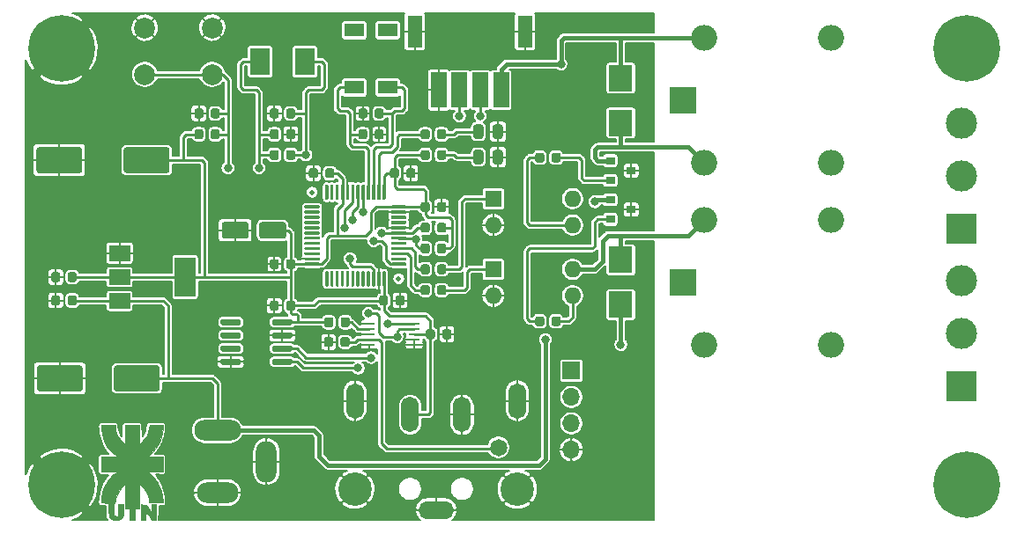
<source format=gbr>
G04 #@! TF.GenerationSoftware,KiCad,Pcbnew,(5.1.6)-1*
G04 #@! TF.CreationDate,2020-10-27T15:13:45-03:00*
G04 #@! TF.ProjectId,HMIconSTM32,484d4963-6f6e-4535-944d-33322e6b6963,v1.0*
G04 #@! TF.SameCoordinates,Original*
G04 #@! TF.FileFunction,Copper,L1,Top*
G04 #@! TF.FilePolarity,Positive*
%FSLAX46Y46*%
G04 Gerber Fmt 4.6, Leading zero omitted, Abs format (unit mm)*
G04 Created by KiCad (PCBNEW (5.1.6)-1) date 2020-10-27 15:13:45*
%MOMM*%
%LPD*%
G01*
G04 APERTURE LIST*
G04 #@! TA.AperFunction,EtchedComponent*
%ADD10C,0.010000*%
G04 #@! TD*
G04 #@! TA.AperFunction,SMDPad,CuDef*
%ADD11R,1.900000X1.300000*%
G04 #@! TD*
G04 #@! TA.AperFunction,SMDPad,CuDef*
%ADD12C,0.500000*%
G04 #@! TD*
G04 #@! TA.AperFunction,SMDPad,CuDef*
%ADD13R,1.400000X3.100000*%
G04 #@! TD*
G04 #@! TA.AperFunction,SMDPad,CuDef*
%ADD14R,1.500000X3.400000*%
G04 #@! TD*
G04 #@! TA.AperFunction,ComponentPad*
%ADD15O,1.700000X3.400000*%
G04 #@! TD*
G04 #@! TA.AperFunction,ComponentPad*
%ADD16C,3.216000*%
G04 #@! TD*
G04 #@! TA.AperFunction,ComponentPad*
%ADD17C,1.650000*%
G04 #@! TD*
G04 #@! TA.AperFunction,ComponentPad*
%ADD18O,3.400000X1.700000*%
G04 #@! TD*
G04 #@! TA.AperFunction,ComponentPad*
%ADD19O,2.000000X4.000000*%
G04 #@! TD*
G04 #@! TA.AperFunction,ComponentPad*
%ADD20O,4.000000X2.000000*%
G04 #@! TD*
G04 #@! TA.AperFunction,ComponentPad*
%ADD21O,4.500000X2.000000*%
G04 #@! TD*
G04 #@! TA.AperFunction,SMDPad,CuDef*
%ADD22R,2.300000X2.500000*%
G04 #@! TD*
G04 #@! TA.AperFunction,ComponentPad*
%ADD23O,1.600000X1.600000*%
G04 #@! TD*
G04 #@! TA.AperFunction,ComponentPad*
%ADD24R,1.600000X1.600000*%
G04 #@! TD*
G04 #@! TA.AperFunction,SMDPad,CuDef*
%ADD25R,1.900000X2.600000*%
G04 #@! TD*
G04 #@! TA.AperFunction,SMDPad,CuDef*
%ADD26R,1.100000X0.250000*%
G04 #@! TD*
G04 #@! TA.AperFunction,SMDPad,CuDef*
%ADD27R,2.000000X1.500000*%
G04 #@! TD*
G04 #@! TA.AperFunction,SMDPad,CuDef*
%ADD28R,2.000000X3.800000*%
G04 #@! TD*
G04 #@! TA.AperFunction,ComponentPad*
%ADD29C,2.000000*%
G04 #@! TD*
G04 #@! TA.AperFunction,SMDPad,CuDef*
%ADD30R,0.900000X0.800000*%
G04 #@! TD*
G04 #@! TA.AperFunction,ComponentPad*
%ADD31R,2.500000X2.500000*%
G04 #@! TD*
G04 #@! TA.AperFunction,ComponentPad*
%ADD32O,2.500000X2.500000*%
G04 #@! TD*
G04 #@! TA.AperFunction,ComponentPad*
%ADD33R,3.000000X3.000000*%
G04 #@! TD*
G04 #@! TA.AperFunction,ComponentPad*
%ADD34C,3.000000*%
G04 #@! TD*
G04 #@! TA.AperFunction,ComponentPad*
%ADD35O,1.700000X1.700000*%
G04 #@! TD*
G04 #@! TA.AperFunction,ComponentPad*
%ADD36R,1.700000X1.700000*%
G04 #@! TD*
G04 #@! TA.AperFunction,ComponentPad*
%ADD37C,6.400000*%
G04 #@! TD*
G04 #@! TA.AperFunction,ViaPad*
%ADD38C,0.800000*%
G04 #@! TD*
G04 #@! TA.AperFunction,Conductor*
%ADD39C,0.250000*%
G04 #@! TD*
G04 #@! TA.AperFunction,Conductor*
%ADD40C,0.400000*%
G04 #@! TD*
G04 #@! TA.AperFunction,Conductor*
%ADD41C,0.200000*%
G04 #@! TD*
G04 APERTURE END LIST*
D10*
G36*
X81479408Y-91166250D02*
G01*
X81490833Y-92065833D01*
X81787936Y-91769500D01*
X82029040Y-91496845D01*
X82203764Y-91217722D01*
X82325950Y-90905833D01*
X82394939Y-90616299D01*
X82460946Y-90266666D01*
X83752481Y-90266666D01*
X83730127Y-90552416D01*
X83680167Y-90966900D01*
X83599105Y-91364483D01*
X83493128Y-91716855D01*
X83453105Y-91819926D01*
X83273701Y-92174526D01*
X83039459Y-92521155D01*
X82768112Y-92837806D01*
X82477397Y-93102473D01*
X82338256Y-93203218D01*
X82169679Y-93314666D01*
X83755666Y-93314666D01*
X83755666Y-94717011D01*
X82993613Y-94703755D01*
X82750316Y-94700635D01*
X82539280Y-94700054D01*
X82373828Y-94701873D01*
X82267287Y-94705954D01*
X82232752Y-94711666D01*
X82266290Y-94744107D01*
X82350229Y-94802776D01*
X82407088Y-94838666D01*
X82563567Y-94956352D01*
X82744146Y-95126829D01*
X82930295Y-95329737D01*
X83103481Y-95544718D01*
X83245171Y-95751412D01*
X83259278Y-95774861D01*
X83387081Y-96027658D01*
X83505565Y-96328114D01*
X83603831Y-96643179D01*
X83670985Y-96939802D01*
X83690751Y-97083553D01*
X83708572Y-97262401D01*
X83727313Y-97437670D01*
X83738840Y-97537416D01*
X83760854Y-97717333D01*
X82454949Y-97717333D01*
X82403434Y-97397995D01*
X82300327Y-97004333D01*
X82126505Y-96635271D01*
X81891740Y-96309332D01*
X81754772Y-96168519D01*
X81490833Y-95924113D01*
X81479424Y-96841889D01*
X81468015Y-97759666D01*
X80115000Y-97759666D01*
X80115000Y-96870666D01*
X80113115Y-96534001D01*
X80107376Y-96279402D01*
X80097651Y-96104351D01*
X80083813Y-96006330D01*
X80069280Y-95981666D01*
X80019870Y-96009837D01*
X79929158Y-96084672D01*
X79814363Y-96191650D01*
X79780554Y-96225083D01*
X79526432Y-96536639D01*
X79335378Y-96900407D01*
X79205246Y-97320608D01*
X79192345Y-97381314D01*
X79120166Y-97738500D01*
X78484545Y-97726867D01*
X77848925Y-97715235D01*
X77878745Y-97303534D01*
X77955916Y-96765606D01*
X78105558Y-96260510D01*
X78324764Y-95795825D01*
X78610631Y-95379131D01*
X78621123Y-95366340D01*
X78746571Y-95225116D01*
X78889128Y-95081493D01*
X79033370Y-94949089D01*
X79163874Y-94841529D01*
X79265217Y-94772433D01*
X79314468Y-94754000D01*
X79352468Y-94727642D01*
X79353034Y-94722250D01*
X79312953Y-94712845D01*
X79201588Y-94706088D01*
X79032289Y-94702290D01*
X78818405Y-94701762D01*
X78591034Y-94704482D01*
X77829000Y-94718464D01*
X77829000Y-93314666D01*
X79404647Y-93314666D01*
X79156573Y-93131113D01*
X78774810Y-92797385D01*
X78457726Y-92410139D01*
X78206757Y-91972149D01*
X78023338Y-91486190D01*
X77908904Y-90955034D01*
X77876869Y-90658250D01*
X77848120Y-90266666D01*
X79162500Y-90266790D01*
X79174053Y-90446645D01*
X79212489Y-90697730D01*
X79291547Y-90977646D01*
X79400008Y-91248282D01*
X79425158Y-91299753D01*
X79495164Y-91412567D01*
X79597870Y-91547993D01*
X79718396Y-91689804D01*
X79841864Y-91821768D01*
X79953393Y-91927655D01*
X80038103Y-91991236D01*
X80069279Y-92002333D01*
X80086795Y-91965463D01*
X80099984Y-91853218D01*
X80108976Y-91663145D01*
X80113899Y-91392794D01*
X80115000Y-91134500D01*
X80115000Y-90266666D01*
X81467982Y-90266666D01*
X81479408Y-91166250D01*
G37*
X81479408Y-91166250D02*
X81490833Y-92065833D01*
X81787936Y-91769500D01*
X82029040Y-91496845D01*
X82203764Y-91217722D01*
X82325950Y-90905833D01*
X82394939Y-90616299D01*
X82460946Y-90266666D01*
X83752481Y-90266666D01*
X83730127Y-90552416D01*
X83680167Y-90966900D01*
X83599105Y-91364483D01*
X83493128Y-91716855D01*
X83453105Y-91819926D01*
X83273701Y-92174526D01*
X83039459Y-92521155D01*
X82768112Y-92837806D01*
X82477397Y-93102473D01*
X82338256Y-93203218D01*
X82169679Y-93314666D01*
X83755666Y-93314666D01*
X83755666Y-94717011D01*
X82993613Y-94703755D01*
X82750316Y-94700635D01*
X82539280Y-94700054D01*
X82373828Y-94701873D01*
X82267287Y-94705954D01*
X82232752Y-94711666D01*
X82266290Y-94744107D01*
X82350229Y-94802776D01*
X82407088Y-94838666D01*
X82563567Y-94956352D01*
X82744146Y-95126829D01*
X82930295Y-95329737D01*
X83103481Y-95544718D01*
X83245171Y-95751412D01*
X83259278Y-95774861D01*
X83387081Y-96027658D01*
X83505565Y-96328114D01*
X83603831Y-96643179D01*
X83670985Y-96939802D01*
X83690751Y-97083553D01*
X83708572Y-97262401D01*
X83727313Y-97437670D01*
X83738840Y-97537416D01*
X83760854Y-97717333D01*
X82454949Y-97717333D01*
X82403434Y-97397995D01*
X82300327Y-97004333D01*
X82126505Y-96635271D01*
X81891740Y-96309332D01*
X81754772Y-96168519D01*
X81490833Y-95924113D01*
X81479424Y-96841889D01*
X81468015Y-97759666D01*
X80115000Y-97759666D01*
X80115000Y-96870666D01*
X80113115Y-96534001D01*
X80107376Y-96279402D01*
X80097651Y-96104351D01*
X80083813Y-96006330D01*
X80069280Y-95981666D01*
X80019870Y-96009837D01*
X79929158Y-96084672D01*
X79814363Y-96191650D01*
X79780554Y-96225083D01*
X79526432Y-96536639D01*
X79335378Y-96900407D01*
X79205246Y-97320608D01*
X79192345Y-97381314D01*
X79120166Y-97738500D01*
X78484545Y-97726867D01*
X77848925Y-97715235D01*
X77878745Y-97303534D01*
X77955916Y-96765606D01*
X78105558Y-96260510D01*
X78324764Y-95795825D01*
X78610631Y-95379131D01*
X78621123Y-95366340D01*
X78746571Y-95225116D01*
X78889128Y-95081493D01*
X79033370Y-94949089D01*
X79163874Y-94841529D01*
X79265217Y-94772433D01*
X79314468Y-94754000D01*
X79352468Y-94727642D01*
X79353034Y-94722250D01*
X79312953Y-94712845D01*
X79201588Y-94706088D01*
X79032289Y-94702290D01*
X78818405Y-94701762D01*
X78591034Y-94704482D01*
X77829000Y-94718464D01*
X77829000Y-93314666D01*
X79404647Y-93314666D01*
X79156573Y-93131113D01*
X78774810Y-92797385D01*
X78457726Y-92410139D01*
X78206757Y-91972149D01*
X78023338Y-91486190D01*
X77908904Y-90955034D01*
X77876869Y-90658250D01*
X77848120Y-90266666D01*
X79162500Y-90266790D01*
X79174053Y-90446645D01*
X79212489Y-90697730D01*
X79291547Y-90977646D01*
X79400008Y-91248282D01*
X79425158Y-91299753D01*
X79495164Y-91412567D01*
X79597870Y-91547993D01*
X79718396Y-91689804D01*
X79841864Y-91821768D01*
X79953393Y-91927655D01*
X80038103Y-91991236D01*
X80069279Y-92002333D01*
X80086795Y-91965463D01*
X80099984Y-91853218D01*
X80108976Y-91663145D01*
X80113899Y-91392794D01*
X80115000Y-91134500D01*
X80115000Y-90266666D01*
X81467982Y-90266666D01*
X81479408Y-91166250D01*
G36*
X81893000Y-97895400D02*
G01*
X82125833Y-97907833D01*
X82379833Y-98282898D01*
X82633833Y-98657964D01*
X82658177Y-97886666D01*
X82878838Y-97886614D01*
X83099500Y-97886561D01*
X83087011Y-98629593D01*
X83074523Y-99372625D01*
X82858807Y-99359896D01*
X82643090Y-99347166D01*
X82384461Y-98969911D01*
X82125833Y-98592656D01*
X82113661Y-98980494D01*
X82101489Y-99368333D01*
X81685108Y-99368333D01*
X81672637Y-98625650D01*
X81660166Y-97882968D01*
X81893000Y-97895400D01*
G37*
X81893000Y-97895400D02*
X82125833Y-97907833D01*
X82379833Y-98282898D01*
X82633833Y-98657964D01*
X82658177Y-97886666D01*
X82878838Y-97886614D01*
X83099500Y-97886561D01*
X83087011Y-98629593D01*
X83074523Y-99372625D01*
X82858807Y-99359896D01*
X82643090Y-99347166D01*
X82384461Y-98969911D01*
X82125833Y-98592656D01*
X82113661Y-98980494D01*
X82101489Y-99368333D01*
X81685108Y-99368333D01*
X81672637Y-98625650D01*
X81660166Y-97882968D01*
X81893000Y-97895400D01*
G36*
X81512000Y-98267666D02*
G01*
X81046333Y-98267666D01*
X81046333Y-99368333D01*
X80580666Y-99368333D01*
X80580666Y-98267666D01*
X80115000Y-98267666D01*
X80115000Y-97886666D01*
X81512000Y-97886666D01*
X81512000Y-98267666D01*
G37*
X81512000Y-98267666D02*
X81046333Y-98267666D01*
X81046333Y-99368333D01*
X80580666Y-99368333D01*
X80580666Y-98267666D01*
X80115000Y-98267666D01*
X80115000Y-97886666D01*
X81512000Y-97886666D01*
X81512000Y-98267666D01*
G36*
X78770916Y-97886584D02*
G01*
X79014333Y-97886666D01*
X79014333Y-98414343D01*
X79015451Y-98635993D01*
X79020233Y-98787918D01*
X79030816Y-98885046D01*
X79049340Y-98942306D01*
X79077943Y-98974626D01*
X79096216Y-98985843D01*
X79241397Y-99027341D01*
X79370188Y-98996607D01*
X79413476Y-98963142D01*
X79443204Y-98916166D01*
X79462971Y-98836028D01*
X79474483Y-98708083D01*
X79479443Y-98517688D01*
X79480000Y-98391642D01*
X79480000Y-97886666D01*
X79945666Y-97886666D01*
X79945666Y-98430739D01*
X79944434Y-98659164D01*
X79939077Y-98820639D01*
X79927103Y-98932866D01*
X79906021Y-99013544D01*
X79873339Y-99080376D01*
X79848836Y-99118656D01*
X79696445Y-99274028D01*
X79492607Y-99363186D01*
X79236525Y-99386371D01*
X79038778Y-99365698D01*
X78842973Y-99305536D01*
X78700111Y-99200737D01*
X78569833Y-99070545D01*
X78548666Y-98478523D01*
X78527500Y-97886501D01*
X78770916Y-97886584D01*
G37*
X78770916Y-97886584D02*
X79014333Y-97886666D01*
X79014333Y-98414343D01*
X79015451Y-98635993D01*
X79020233Y-98787918D01*
X79030816Y-98885046D01*
X79049340Y-98942306D01*
X79077943Y-98974626D01*
X79096216Y-98985843D01*
X79241397Y-99027341D01*
X79370188Y-98996607D01*
X79413476Y-98963142D01*
X79443204Y-98916166D01*
X79462971Y-98836028D01*
X79474483Y-98708083D01*
X79479443Y-98517688D01*
X79480000Y-98391642D01*
X79480000Y-97886666D01*
X79945666Y-97886666D01*
X79945666Y-98430739D01*
X79944434Y-98659164D01*
X79939077Y-98820639D01*
X79927103Y-98932866D01*
X79906021Y-99013544D01*
X79873339Y-99080376D01*
X79848836Y-99118656D01*
X79696445Y-99274028D01*
X79492607Y-99363186D01*
X79236525Y-99386371D01*
X79038778Y-99365698D01*
X78842973Y-99305536D01*
X78700111Y-99200737D01*
X78569833Y-99070545D01*
X78548666Y-98478523D01*
X78527500Y-97886501D01*
X78770916Y-97886584D01*
D11*
X102150000Y-57750000D03*
X102150000Y-52250000D03*
X105350000Y-52250000D03*
X105350000Y-57750000D03*
G04 #@! TA.AperFunction,SMDPad,CuDef*
G36*
G01*
X88350000Y-62506250D02*
X88350000Y-61993750D01*
G75*
G02*
X88568750Y-61775000I218750J0D01*
G01*
X89006250Y-61775000D01*
G75*
G02*
X89225000Y-61993750I0J-218750D01*
G01*
X89225000Y-62506250D01*
G75*
G02*
X89006250Y-62725000I-218750J0D01*
G01*
X88568750Y-62725000D01*
G75*
G02*
X88350000Y-62506250I0J218750D01*
G01*
G37*
G04 #@! TD.AperFunction*
G04 #@! TA.AperFunction,SMDPad,CuDef*
G36*
G01*
X86775000Y-62506250D02*
X86775000Y-61993750D01*
G75*
G02*
X86993750Y-61775000I218750J0D01*
G01*
X87431250Y-61775000D01*
G75*
G02*
X87650000Y-61993750I0J-218750D01*
G01*
X87650000Y-62506250D01*
G75*
G02*
X87431250Y-62725000I-218750J0D01*
G01*
X86993750Y-62725000D01*
G75*
G02*
X86775000Y-62506250I0J218750D01*
G01*
G37*
G04 #@! TD.AperFunction*
G04 #@! TA.AperFunction,SMDPad,CuDef*
G36*
G01*
X87650000Y-59993750D02*
X87650000Y-60506250D01*
G75*
G02*
X87431250Y-60725000I-218750J0D01*
G01*
X86993750Y-60725000D01*
G75*
G02*
X86775000Y-60506250I0J218750D01*
G01*
X86775000Y-59993750D01*
G75*
G02*
X86993750Y-59775000I218750J0D01*
G01*
X87431250Y-59775000D01*
G75*
G02*
X87650000Y-59993750I0J-218750D01*
G01*
G37*
G04 #@! TD.AperFunction*
G04 #@! TA.AperFunction,SMDPad,CuDef*
G36*
G01*
X89225000Y-59993750D02*
X89225000Y-60506250D01*
G75*
G02*
X89006250Y-60725000I-218750J0D01*
G01*
X88568750Y-60725000D01*
G75*
G02*
X88350000Y-60506250I0J218750D01*
G01*
X88350000Y-59993750D01*
G75*
G02*
X88568750Y-59775000I218750J0D01*
G01*
X89006250Y-59775000D01*
G75*
G02*
X89225000Y-59993750I0J-218750D01*
G01*
G37*
G04 #@! TD.AperFunction*
D12*
X106412500Y-76162500D03*
X98087500Y-67837500D03*
G04 #@! TA.AperFunction,SMDPad,CuDef*
G36*
G01*
X92000000Y-70950000D02*
X92000000Y-72050000D01*
G75*
G02*
X91750000Y-72300000I-250000J0D01*
G01*
X89650000Y-72300000D01*
G75*
G02*
X89400000Y-72050000I0J250000D01*
G01*
X89400000Y-70950000D01*
G75*
G02*
X89650000Y-70700000I250000J0D01*
G01*
X91750000Y-70700000D01*
G75*
G02*
X92000000Y-70950000I0J-250000D01*
G01*
G37*
G04 #@! TD.AperFunction*
G04 #@! TA.AperFunction,SMDPad,CuDef*
G36*
G01*
X95600000Y-70950000D02*
X95600000Y-72050000D01*
G75*
G02*
X95350000Y-72300000I-250000J0D01*
G01*
X93250000Y-72300000D01*
G75*
G02*
X93000000Y-72050000I0J250000D01*
G01*
X93000000Y-70950000D01*
G75*
G02*
X93250000Y-70700000I250000J0D01*
G01*
X95350000Y-70700000D01*
G75*
G02*
X95600000Y-70950000I0J-250000D01*
G01*
G37*
G04 #@! TD.AperFunction*
D13*
X107950000Y-52350000D03*
X118550000Y-52350000D03*
D14*
X110250000Y-58000000D03*
X112250000Y-58000000D03*
X114250000Y-58000000D03*
X116250000Y-58000000D03*
D15*
X102200000Y-87900000D03*
X117800000Y-87900000D03*
D16*
X102200000Y-96400000D03*
X117800000Y-96400000D03*
D17*
X116000000Y-92400000D03*
D15*
X107500000Y-89250000D03*
X112500000Y-89250000D03*
D18*
X110000000Y-98400000D03*
G04 #@! TA.AperFunction,SMDPad,CuDef*
G36*
G01*
X107137500Y-66256250D02*
X107137500Y-65743750D01*
G75*
G02*
X107356250Y-65525000I218750J0D01*
G01*
X107793750Y-65525000D01*
G75*
G02*
X108012500Y-65743750I0J-218750D01*
G01*
X108012500Y-66256250D01*
G75*
G02*
X107793750Y-66475000I-218750J0D01*
G01*
X107356250Y-66475000D01*
G75*
G02*
X107137500Y-66256250I0J218750D01*
G01*
G37*
G04 #@! TD.AperFunction*
G04 #@! TA.AperFunction,SMDPad,CuDef*
G36*
G01*
X105562500Y-66256250D02*
X105562500Y-65743750D01*
G75*
G02*
X105781250Y-65525000I218750J0D01*
G01*
X106218750Y-65525000D01*
G75*
G02*
X106437500Y-65743750I0J-218750D01*
G01*
X106437500Y-66256250D01*
G75*
G02*
X106218750Y-66475000I-218750J0D01*
G01*
X105781250Y-66475000D01*
G75*
G02*
X105562500Y-66256250I0J218750D01*
G01*
G37*
G04 #@! TD.AperFunction*
G04 #@! TA.AperFunction,SMDPad,CuDef*
G36*
G01*
X106100000Y-78506250D02*
X106100000Y-77993750D01*
G75*
G02*
X106318750Y-77775000I218750J0D01*
G01*
X106756250Y-77775000D01*
G75*
G02*
X106975000Y-77993750I0J-218750D01*
G01*
X106975000Y-78506250D01*
G75*
G02*
X106756250Y-78725000I-218750J0D01*
G01*
X106318750Y-78725000D01*
G75*
G02*
X106100000Y-78506250I0J218750D01*
G01*
G37*
G04 #@! TD.AperFunction*
G04 #@! TA.AperFunction,SMDPad,CuDef*
G36*
G01*
X104525000Y-78506250D02*
X104525000Y-77993750D01*
G75*
G02*
X104743750Y-77775000I218750J0D01*
G01*
X105181250Y-77775000D01*
G75*
G02*
X105400000Y-77993750I0J-218750D01*
G01*
X105400000Y-78506250D01*
G75*
G02*
X105181250Y-78725000I-218750J0D01*
G01*
X104743750Y-78725000D01*
G75*
G02*
X104525000Y-78506250I0J218750D01*
G01*
G37*
G04 #@! TD.AperFunction*
G04 #@! TA.AperFunction,SMDPad,CuDef*
G36*
G01*
X98650000Y-65743750D02*
X98650000Y-66256250D01*
G75*
G02*
X98431250Y-66475000I-218750J0D01*
G01*
X97993750Y-66475000D01*
G75*
G02*
X97775000Y-66256250I0J218750D01*
G01*
X97775000Y-65743750D01*
G75*
G02*
X97993750Y-65525000I218750J0D01*
G01*
X98431250Y-65525000D01*
G75*
G02*
X98650000Y-65743750I0J-218750D01*
G01*
G37*
G04 #@! TD.AperFunction*
G04 #@! TA.AperFunction,SMDPad,CuDef*
G36*
G01*
X100225000Y-65743750D02*
X100225000Y-66256250D01*
G75*
G02*
X100006250Y-66475000I-218750J0D01*
G01*
X99568750Y-66475000D01*
G75*
G02*
X99350000Y-66256250I0J218750D01*
G01*
X99350000Y-65743750D01*
G75*
G02*
X99568750Y-65525000I218750J0D01*
G01*
X100006250Y-65525000D01*
G75*
G02*
X100225000Y-65743750I0J-218750D01*
G01*
G37*
G04 #@! TD.AperFunction*
D19*
X93700000Y-93750000D03*
D20*
X89000000Y-96750000D03*
D21*
X89000000Y-90750000D03*
G04 #@! TA.AperFunction,SMDPad,CuDef*
G36*
G01*
X105750000Y-69100000D02*
X107075000Y-69100000D01*
G75*
G02*
X107150000Y-69175000I0J-75000D01*
G01*
X107150000Y-69325000D01*
G75*
G02*
X107075000Y-69400000I-75000J0D01*
G01*
X105750000Y-69400000D01*
G75*
G02*
X105675000Y-69325000I0J75000D01*
G01*
X105675000Y-69175000D01*
G75*
G02*
X105750000Y-69100000I75000J0D01*
G01*
G37*
G04 #@! TD.AperFunction*
G04 #@! TA.AperFunction,SMDPad,CuDef*
G36*
G01*
X105750000Y-69600000D02*
X107075000Y-69600000D01*
G75*
G02*
X107150000Y-69675000I0J-75000D01*
G01*
X107150000Y-69825000D01*
G75*
G02*
X107075000Y-69900000I-75000J0D01*
G01*
X105750000Y-69900000D01*
G75*
G02*
X105675000Y-69825000I0J75000D01*
G01*
X105675000Y-69675000D01*
G75*
G02*
X105750000Y-69600000I75000J0D01*
G01*
G37*
G04 #@! TD.AperFunction*
G04 #@! TA.AperFunction,SMDPad,CuDef*
G36*
G01*
X105750000Y-70100000D02*
X107075000Y-70100000D01*
G75*
G02*
X107150000Y-70175000I0J-75000D01*
G01*
X107150000Y-70325000D01*
G75*
G02*
X107075000Y-70400000I-75000J0D01*
G01*
X105750000Y-70400000D01*
G75*
G02*
X105675000Y-70325000I0J75000D01*
G01*
X105675000Y-70175000D01*
G75*
G02*
X105750000Y-70100000I75000J0D01*
G01*
G37*
G04 #@! TD.AperFunction*
G04 #@! TA.AperFunction,SMDPad,CuDef*
G36*
G01*
X105750000Y-70600000D02*
X107075000Y-70600000D01*
G75*
G02*
X107150000Y-70675000I0J-75000D01*
G01*
X107150000Y-70825000D01*
G75*
G02*
X107075000Y-70900000I-75000J0D01*
G01*
X105750000Y-70900000D01*
G75*
G02*
X105675000Y-70825000I0J75000D01*
G01*
X105675000Y-70675000D01*
G75*
G02*
X105750000Y-70600000I75000J0D01*
G01*
G37*
G04 #@! TD.AperFunction*
G04 #@! TA.AperFunction,SMDPad,CuDef*
G36*
G01*
X105750000Y-71100000D02*
X107075000Y-71100000D01*
G75*
G02*
X107150000Y-71175000I0J-75000D01*
G01*
X107150000Y-71325000D01*
G75*
G02*
X107075000Y-71400000I-75000J0D01*
G01*
X105750000Y-71400000D01*
G75*
G02*
X105675000Y-71325000I0J75000D01*
G01*
X105675000Y-71175000D01*
G75*
G02*
X105750000Y-71100000I75000J0D01*
G01*
G37*
G04 #@! TD.AperFunction*
G04 #@! TA.AperFunction,SMDPad,CuDef*
G36*
G01*
X105750000Y-71600000D02*
X107075000Y-71600000D01*
G75*
G02*
X107150000Y-71675000I0J-75000D01*
G01*
X107150000Y-71825000D01*
G75*
G02*
X107075000Y-71900000I-75000J0D01*
G01*
X105750000Y-71900000D01*
G75*
G02*
X105675000Y-71825000I0J75000D01*
G01*
X105675000Y-71675000D01*
G75*
G02*
X105750000Y-71600000I75000J0D01*
G01*
G37*
G04 #@! TD.AperFunction*
G04 #@! TA.AperFunction,SMDPad,CuDef*
G36*
G01*
X105750000Y-72100000D02*
X107075000Y-72100000D01*
G75*
G02*
X107150000Y-72175000I0J-75000D01*
G01*
X107150000Y-72325000D01*
G75*
G02*
X107075000Y-72400000I-75000J0D01*
G01*
X105750000Y-72400000D01*
G75*
G02*
X105675000Y-72325000I0J75000D01*
G01*
X105675000Y-72175000D01*
G75*
G02*
X105750000Y-72100000I75000J0D01*
G01*
G37*
G04 #@! TD.AperFunction*
G04 #@! TA.AperFunction,SMDPad,CuDef*
G36*
G01*
X105750000Y-72600000D02*
X107075000Y-72600000D01*
G75*
G02*
X107150000Y-72675000I0J-75000D01*
G01*
X107150000Y-72825000D01*
G75*
G02*
X107075000Y-72900000I-75000J0D01*
G01*
X105750000Y-72900000D01*
G75*
G02*
X105675000Y-72825000I0J75000D01*
G01*
X105675000Y-72675000D01*
G75*
G02*
X105750000Y-72600000I75000J0D01*
G01*
G37*
G04 #@! TD.AperFunction*
G04 #@! TA.AperFunction,SMDPad,CuDef*
G36*
G01*
X105750000Y-73100000D02*
X107075000Y-73100000D01*
G75*
G02*
X107150000Y-73175000I0J-75000D01*
G01*
X107150000Y-73325000D01*
G75*
G02*
X107075000Y-73400000I-75000J0D01*
G01*
X105750000Y-73400000D01*
G75*
G02*
X105675000Y-73325000I0J75000D01*
G01*
X105675000Y-73175000D01*
G75*
G02*
X105750000Y-73100000I75000J0D01*
G01*
G37*
G04 #@! TD.AperFunction*
G04 #@! TA.AperFunction,SMDPad,CuDef*
G36*
G01*
X105750000Y-73600000D02*
X107075000Y-73600000D01*
G75*
G02*
X107150000Y-73675000I0J-75000D01*
G01*
X107150000Y-73825000D01*
G75*
G02*
X107075000Y-73900000I-75000J0D01*
G01*
X105750000Y-73900000D01*
G75*
G02*
X105675000Y-73825000I0J75000D01*
G01*
X105675000Y-73675000D01*
G75*
G02*
X105750000Y-73600000I75000J0D01*
G01*
G37*
G04 #@! TD.AperFunction*
G04 #@! TA.AperFunction,SMDPad,CuDef*
G36*
G01*
X105750000Y-74100000D02*
X107075000Y-74100000D01*
G75*
G02*
X107150000Y-74175000I0J-75000D01*
G01*
X107150000Y-74325000D01*
G75*
G02*
X107075000Y-74400000I-75000J0D01*
G01*
X105750000Y-74400000D01*
G75*
G02*
X105675000Y-74325000I0J75000D01*
G01*
X105675000Y-74175000D01*
G75*
G02*
X105750000Y-74100000I75000J0D01*
G01*
G37*
G04 #@! TD.AperFunction*
G04 #@! TA.AperFunction,SMDPad,CuDef*
G36*
G01*
X105750000Y-74600000D02*
X107075000Y-74600000D01*
G75*
G02*
X107150000Y-74675000I0J-75000D01*
G01*
X107150000Y-74825000D01*
G75*
G02*
X107075000Y-74900000I-75000J0D01*
G01*
X105750000Y-74900000D01*
G75*
G02*
X105675000Y-74825000I0J75000D01*
G01*
X105675000Y-74675000D01*
G75*
G02*
X105750000Y-74600000I75000J0D01*
G01*
G37*
G04 #@! TD.AperFunction*
G04 #@! TA.AperFunction,SMDPad,CuDef*
G36*
G01*
X104925000Y-75425000D02*
X105075000Y-75425000D01*
G75*
G02*
X105150000Y-75500000I0J-75000D01*
G01*
X105150000Y-76825000D01*
G75*
G02*
X105075000Y-76900000I-75000J0D01*
G01*
X104925000Y-76900000D01*
G75*
G02*
X104850000Y-76825000I0J75000D01*
G01*
X104850000Y-75500000D01*
G75*
G02*
X104925000Y-75425000I75000J0D01*
G01*
G37*
G04 #@! TD.AperFunction*
G04 #@! TA.AperFunction,SMDPad,CuDef*
G36*
G01*
X104425000Y-75425000D02*
X104575000Y-75425000D01*
G75*
G02*
X104650000Y-75500000I0J-75000D01*
G01*
X104650000Y-76825000D01*
G75*
G02*
X104575000Y-76900000I-75000J0D01*
G01*
X104425000Y-76900000D01*
G75*
G02*
X104350000Y-76825000I0J75000D01*
G01*
X104350000Y-75500000D01*
G75*
G02*
X104425000Y-75425000I75000J0D01*
G01*
G37*
G04 #@! TD.AperFunction*
G04 #@! TA.AperFunction,SMDPad,CuDef*
G36*
G01*
X103925000Y-75425000D02*
X104075000Y-75425000D01*
G75*
G02*
X104150000Y-75500000I0J-75000D01*
G01*
X104150000Y-76825000D01*
G75*
G02*
X104075000Y-76900000I-75000J0D01*
G01*
X103925000Y-76900000D01*
G75*
G02*
X103850000Y-76825000I0J75000D01*
G01*
X103850000Y-75500000D01*
G75*
G02*
X103925000Y-75425000I75000J0D01*
G01*
G37*
G04 #@! TD.AperFunction*
G04 #@! TA.AperFunction,SMDPad,CuDef*
G36*
G01*
X103425000Y-75425000D02*
X103575000Y-75425000D01*
G75*
G02*
X103650000Y-75500000I0J-75000D01*
G01*
X103650000Y-76825000D01*
G75*
G02*
X103575000Y-76900000I-75000J0D01*
G01*
X103425000Y-76900000D01*
G75*
G02*
X103350000Y-76825000I0J75000D01*
G01*
X103350000Y-75500000D01*
G75*
G02*
X103425000Y-75425000I75000J0D01*
G01*
G37*
G04 #@! TD.AperFunction*
G04 #@! TA.AperFunction,SMDPad,CuDef*
G36*
G01*
X102925000Y-75425000D02*
X103075000Y-75425000D01*
G75*
G02*
X103150000Y-75500000I0J-75000D01*
G01*
X103150000Y-76825000D01*
G75*
G02*
X103075000Y-76900000I-75000J0D01*
G01*
X102925000Y-76900000D01*
G75*
G02*
X102850000Y-76825000I0J75000D01*
G01*
X102850000Y-75500000D01*
G75*
G02*
X102925000Y-75425000I75000J0D01*
G01*
G37*
G04 #@! TD.AperFunction*
G04 #@! TA.AperFunction,SMDPad,CuDef*
G36*
G01*
X102425000Y-75425000D02*
X102575000Y-75425000D01*
G75*
G02*
X102650000Y-75500000I0J-75000D01*
G01*
X102650000Y-76825000D01*
G75*
G02*
X102575000Y-76900000I-75000J0D01*
G01*
X102425000Y-76900000D01*
G75*
G02*
X102350000Y-76825000I0J75000D01*
G01*
X102350000Y-75500000D01*
G75*
G02*
X102425000Y-75425000I75000J0D01*
G01*
G37*
G04 #@! TD.AperFunction*
G04 #@! TA.AperFunction,SMDPad,CuDef*
G36*
G01*
X101925000Y-75425000D02*
X102075000Y-75425000D01*
G75*
G02*
X102150000Y-75500000I0J-75000D01*
G01*
X102150000Y-76825000D01*
G75*
G02*
X102075000Y-76900000I-75000J0D01*
G01*
X101925000Y-76900000D01*
G75*
G02*
X101850000Y-76825000I0J75000D01*
G01*
X101850000Y-75500000D01*
G75*
G02*
X101925000Y-75425000I75000J0D01*
G01*
G37*
G04 #@! TD.AperFunction*
G04 #@! TA.AperFunction,SMDPad,CuDef*
G36*
G01*
X101425000Y-75425000D02*
X101575000Y-75425000D01*
G75*
G02*
X101650000Y-75500000I0J-75000D01*
G01*
X101650000Y-76825000D01*
G75*
G02*
X101575000Y-76900000I-75000J0D01*
G01*
X101425000Y-76900000D01*
G75*
G02*
X101350000Y-76825000I0J75000D01*
G01*
X101350000Y-75500000D01*
G75*
G02*
X101425000Y-75425000I75000J0D01*
G01*
G37*
G04 #@! TD.AperFunction*
G04 #@! TA.AperFunction,SMDPad,CuDef*
G36*
G01*
X100925000Y-75425000D02*
X101075000Y-75425000D01*
G75*
G02*
X101150000Y-75500000I0J-75000D01*
G01*
X101150000Y-76825000D01*
G75*
G02*
X101075000Y-76900000I-75000J0D01*
G01*
X100925000Y-76900000D01*
G75*
G02*
X100850000Y-76825000I0J75000D01*
G01*
X100850000Y-75500000D01*
G75*
G02*
X100925000Y-75425000I75000J0D01*
G01*
G37*
G04 #@! TD.AperFunction*
G04 #@! TA.AperFunction,SMDPad,CuDef*
G36*
G01*
X100425000Y-75425000D02*
X100575000Y-75425000D01*
G75*
G02*
X100650000Y-75500000I0J-75000D01*
G01*
X100650000Y-76825000D01*
G75*
G02*
X100575000Y-76900000I-75000J0D01*
G01*
X100425000Y-76900000D01*
G75*
G02*
X100350000Y-76825000I0J75000D01*
G01*
X100350000Y-75500000D01*
G75*
G02*
X100425000Y-75425000I75000J0D01*
G01*
G37*
G04 #@! TD.AperFunction*
G04 #@! TA.AperFunction,SMDPad,CuDef*
G36*
G01*
X99925000Y-75425000D02*
X100075000Y-75425000D01*
G75*
G02*
X100150000Y-75500000I0J-75000D01*
G01*
X100150000Y-76825000D01*
G75*
G02*
X100075000Y-76900000I-75000J0D01*
G01*
X99925000Y-76900000D01*
G75*
G02*
X99850000Y-76825000I0J75000D01*
G01*
X99850000Y-75500000D01*
G75*
G02*
X99925000Y-75425000I75000J0D01*
G01*
G37*
G04 #@! TD.AperFunction*
G04 #@! TA.AperFunction,SMDPad,CuDef*
G36*
G01*
X99425000Y-75425000D02*
X99575000Y-75425000D01*
G75*
G02*
X99650000Y-75500000I0J-75000D01*
G01*
X99650000Y-76825000D01*
G75*
G02*
X99575000Y-76900000I-75000J0D01*
G01*
X99425000Y-76900000D01*
G75*
G02*
X99350000Y-76825000I0J75000D01*
G01*
X99350000Y-75500000D01*
G75*
G02*
X99425000Y-75425000I75000J0D01*
G01*
G37*
G04 #@! TD.AperFunction*
G04 #@! TA.AperFunction,SMDPad,CuDef*
G36*
G01*
X97425000Y-74600000D02*
X98750000Y-74600000D01*
G75*
G02*
X98825000Y-74675000I0J-75000D01*
G01*
X98825000Y-74825000D01*
G75*
G02*
X98750000Y-74900000I-75000J0D01*
G01*
X97425000Y-74900000D01*
G75*
G02*
X97350000Y-74825000I0J75000D01*
G01*
X97350000Y-74675000D01*
G75*
G02*
X97425000Y-74600000I75000J0D01*
G01*
G37*
G04 #@! TD.AperFunction*
G04 #@! TA.AperFunction,SMDPad,CuDef*
G36*
G01*
X97425000Y-74100000D02*
X98750000Y-74100000D01*
G75*
G02*
X98825000Y-74175000I0J-75000D01*
G01*
X98825000Y-74325000D01*
G75*
G02*
X98750000Y-74400000I-75000J0D01*
G01*
X97425000Y-74400000D01*
G75*
G02*
X97350000Y-74325000I0J75000D01*
G01*
X97350000Y-74175000D01*
G75*
G02*
X97425000Y-74100000I75000J0D01*
G01*
G37*
G04 #@! TD.AperFunction*
G04 #@! TA.AperFunction,SMDPad,CuDef*
G36*
G01*
X97425000Y-73600000D02*
X98750000Y-73600000D01*
G75*
G02*
X98825000Y-73675000I0J-75000D01*
G01*
X98825000Y-73825000D01*
G75*
G02*
X98750000Y-73900000I-75000J0D01*
G01*
X97425000Y-73900000D01*
G75*
G02*
X97350000Y-73825000I0J75000D01*
G01*
X97350000Y-73675000D01*
G75*
G02*
X97425000Y-73600000I75000J0D01*
G01*
G37*
G04 #@! TD.AperFunction*
G04 #@! TA.AperFunction,SMDPad,CuDef*
G36*
G01*
X97425000Y-73100000D02*
X98750000Y-73100000D01*
G75*
G02*
X98825000Y-73175000I0J-75000D01*
G01*
X98825000Y-73325000D01*
G75*
G02*
X98750000Y-73400000I-75000J0D01*
G01*
X97425000Y-73400000D01*
G75*
G02*
X97350000Y-73325000I0J75000D01*
G01*
X97350000Y-73175000D01*
G75*
G02*
X97425000Y-73100000I75000J0D01*
G01*
G37*
G04 #@! TD.AperFunction*
G04 #@! TA.AperFunction,SMDPad,CuDef*
G36*
G01*
X97425000Y-72600000D02*
X98750000Y-72600000D01*
G75*
G02*
X98825000Y-72675000I0J-75000D01*
G01*
X98825000Y-72825000D01*
G75*
G02*
X98750000Y-72900000I-75000J0D01*
G01*
X97425000Y-72900000D01*
G75*
G02*
X97350000Y-72825000I0J75000D01*
G01*
X97350000Y-72675000D01*
G75*
G02*
X97425000Y-72600000I75000J0D01*
G01*
G37*
G04 #@! TD.AperFunction*
G04 #@! TA.AperFunction,SMDPad,CuDef*
G36*
G01*
X97425000Y-72100000D02*
X98750000Y-72100000D01*
G75*
G02*
X98825000Y-72175000I0J-75000D01*
G01*
X98825000Y-72325000D01*
G75*
G02*
X98750000Y-72400000I-75000J0D01*
G01*
X97425000Y-72400000D01*
G75*
G02*
X97350000Y-72325000I0J75000D01*
G01*
X97350000Y-72175000D01*
G75*
G02*
X97425000Y-72100000I75000J0D01*
G01*
G37*
G04 #@! TD.AperFunction*
G04 #@! TA.AperFunction,SMDPad,CuDef*
G36*
G01*
X97425000Y-71600000D02*
X98750000Y-71600000D01*
G75*
G02*
X98825000Y-71675000I0J-75000D01*
G01*
X98825000Y-71825000D01*
G75*
G02*
X98750000Y-71900000I-75000J0D01*
G01*
X97425000Y-71900000D01*
G75*
G02*
X97350000Y-71825000I0J75000D01*
G01*
X97350000Y-71675000D01*
G75*
G02*
X97425000Y-71600000I75000J0D01*
G01*
G37*
G04 #@! TD.AperFunction*
G04 #@! TA.AperFunction,SMDPad,CuDef*
G36*
G01*
X97425000Y-71100000D02*
X98750000Y-71100000D01*
G75*
G02*
X98825000Y-71175000I0J-75000D01*
G01*
X98825000Y-71325000D01*
G75*
G02*
X98750000Y-71400000I-75000J0D01*
G01*
X97425000Y-71400000D01*
G75*
G02*
X97350000Y-71325000I0J75000D01*
G01*
X97350000Y-71175000D01*
G75*
G02*
X97425000Y-71100000I75000J0D01*
G01*
G37*
G04 #@! TD.AperFunction*
G04 #@! TA.AperFunction,SMDPad,CuDef*
G36*
G01*
X97425000Y-70600000D02*
X98750000Y-70600000D01*
G75*
G02*
X98825000Y-70675000I0J-75000D01*
G01*
X98825000Y-70825000D01*
G75*
G02*
X98750000Y-70900000I-75000J0D01*
G01*
X97425000Y-70900000D01*
G75*
G02*
X97350000Y-70825000I0J75000D01*
G01*
X97350000Y-70675000D01*
G75*
G02*
X97425000Y-70600000I75000J0D01*
G01*
G37*
G04 #@! TD.AperFunction*
G04 #@! TA.AperFunction,SMDPad,CuDef*
G36*
G01*
X97425000Y-70100000D02*
X98750000Y-70100000D01*
G75*
G02*
X98825000Y-70175000I0J-75000D01*
G01*
X98825000Y-70325000D01*
G75*
G02*
X98750000Y-70400000I-75000J0D01*
G01*
X97425000Y-70400000D01*
G75*
G02*
X97350000Y-70325000I0J75000D01*
G01*
X97350000Y-70175000D01*
G75*
G02*
X97425000Y-70100000I75000J0D01*
G01*
G37*
G04 #@! TD.AperFunction*
G04 #@! TA.AperFunction,SMDPad,CuDef*
G36*
G01*
X97425000Y-69600000D02*
X98750000Y-69600000D01*
G75*
G02*
X98825000Y-69675000I0J-75000D01*
G01*
X98825000Y-69825000D01*
G75*
G02*
X98750000Y-69900000I-75000J0D01*
G01*
X97425000Y-69900000D01*
G75*
G02*
X97350000Y-69825000I0J75000D01*
G01*
X97350000Y-69675000D01*
G75*
G02*
X97425000Y-69600000I75000J0D01*
G01*
G37*
G04 #@! TD.AperFunction*
G04 #@! TA.AperFunction,SMDPad,CuDef*
G36*
G01*
X97425000Y-69100000D02*
X98750000Y-69100000D01*
G75*
G02*
X98825000Y-69175000I0J-75000D01*
G01*
X98825000Y-69325000D01*
G75*
G02*
X98750000Y-69400000I-75000J0D01*
G01*
X97425000Y-69400000D01*
G75*
G02*
X97350000Y-69325000I0J75000D01*
G01*
X97350000Y-69175000D01*
G75*
G02*
X97425000Y-69100000I75000J0D01*
G01*
G37*
G04 #@! TD.AperFunction*
G04 #@! TA.AperFunction,SMDPad,CuDef*
G36*
G01*
X99425000Y-67100000D02*
X99575000Y-67100000D01*
G75*
G02*
X99650000Y-67175000I0J-75000D01*
G01*
X99650000Y-68500000D01*
G75*
G02*
X99575000Y-68575000I-75000J0D01*
G01*
X99425000Y-68575000D01*
G75*
G02*
X99350000Y-68500000I0J75000D01*
G01*
X99350000Y-67175000D01*
G75*
G02*
X99425000Y-67100000I75000J0D01*
G01*
G37*
G04 #@! TD.AperFunction*
G04 #@! TA.AperFunction,SMDPad,CuDef*
G36*
G01*
X99925000Y-67100000D02*
X100075000Y-67100000D01*
G75*
G02*
X100150000Y-67175000I0J-75000D01*
G01*
X100150000Y-68500000D01*
G75*
G02*
X100075000Y-68575000I-75000J0D01*
G01*
X99925000Y-68575000D01*
G75*
G02*
X99850000Y-68500000I0J75000D01*
G01*
X99850000Y-67175000D01*
G75*
G02*
X99925000Y-67100000I75000J0D01*
G01*
G37*
G04 #@! TD.AperFunction*
G04 #@! TA.AperFunction,SMDPad,CuDef*
G36*
G01*
X100425000Y-67100000D02*
X100575000Y-67100000D01*
G75*
G02*
X100650000Y-67175000I0J-75000D01*
G01*
X100650000Y-68500000D01*
G75*
G02*
X100575000Y-68575000I-75000J0D01*
G01*
X100425000Y-68575000D01*
G75*
G02*
X100350000Y-68500000I0J75000D01*
G01*
X100350000Y-67175000D01*
G75*
G02*
X100425000Y-67100000I75000J0D01*
G01*
G37*
G04 #@! TD.AperFunction*
G04 #@! TA.AperFunction,SMDPad,CuDef*
G36*
G01*
X100925000Y-67100000D02*
X101075000Y-67100000D01*
G75*
G02*
X101150000Y-67175000I0J-75000D01*
G01*
X101150000Y-68500000D01*
G75*
G02*
X101075000Y-68575000I-75000J0D01*
G01*
X100925000Y-68575000D01*
G75*
G02*
X100850000Y-68500000I0J75000D01*
G01*
X100850000Y-67175000D01*
G75*
G02*
X100925000Y-67100000I75000J0D01*
G01*
G37*
G04 #@! TD.AperFunction*
G04 #@! TA.AperFunction,SMDPad,CuDef*
G36*
G01*
X101425000Y-67100000D02*
X101575000Y-67100000D01*
G75*
G02*
X101650000Y-67175000I0J-75000D01*
G01*
X101650000Y-68500000D01*
G75*
G02*
X101575000Y-68575000I-75000J0D01*
G01*
X101425000Y-68575000D01*
G75*
G02*
X101350000Y-68500000I0J75000D01*
G01*
X101350000Y-67175000D01*
G75*
G02*
X101425000Y-67100000I75000J0D01*
G01*
G37*
G04 #@! TD.AperFunction*
G04 #@! TA.AperFunction,SMDPad,CuDef*
G36*
G01*
X101925000Y-67100000D02*
X102075000Y-67100000D01*
G75*
G02*
X102150000Y-67175000I0J-75000D01*
G01*
X102150000Y-68500000D01*
G75*
G02*
X102075000Y-68575000I-75000J0D01*
G01*
X101925000Y-68575000D01*
G75*
G02*
X101850000Y-68500000I0J75000D01*
G01*
X101850000Y-67175000D01*
G75*
G02*
X101925000Y-67100000I75000J0D01*
G01*
G37*
G04 #@! TD.AperFunction*
G04 #@! TA.AperFunction,SMDPad,CuDef*
G36*
G01*
X102425000Y-67100000D02*
X102575000Y-67100000D01*
G75*
G02*
X102650000Y-67175000I0J-75000D01*
G01*
X102650000Y-68500000D01*
G75*
G02*
X102575000Y-68575000I-75000J0D01*
G01*
X102425000Y-68575000D01*
G75*
G02*
X102350000Y-68500000I0J75000D01*
G01*
X102350000Y-67175000D01*
G75*
G02*
X102425000Y-67100000I75000J0D01*
G01*
G37*
G04 #@! TD.AperFunction*
G04 #@! TA.AperFunction,SMDPad,CuDef*
G36*
G01*
X102925000Y-67100000D02*
X103075000Y-67100000D01*
G75*
G02*
X103150000Y-67175000I0J-75000D01*
G01*
X103150000Y-68500000D01*
G75*
G02*
X103075000Y-68575000I-75000J0D01*
G01*
X102925000Y-68575000D01*
G75*
G02*
X102850000Y-68500000I0J75000D01*
G01*
X102850000Y-67175000D01*
G75*
G02*
X102925000Y-67100000I75000J0D01*
G01*
G37*
G04 #@! TD.AperFunction*
G04 #@! TA.AperFunction,SMDPad,CuDef*
G36*
G01*
X103425000Y-67100000D02*
X103575000Y-67100000D01*
G75*
G02*
X103650000Y-67175000I0J-75000D01*
G01*
X103650000Y-68500000D01*
G75*
G02*
X103575000Y-68575000I-75000J0D01*
G01*
X103425000Y-68575000D01*
G75*
G02*
X103350000Y-68500000I0J75000D01*
G01*
X103350000Y-67175000D01*
G75*
G02*
X103425000Y-67100000I75000J0D01*
G01*
G37*
G04 #@! TD.AperFunction*
G04 #@! TA.AperFunction,SMDPad,CuDef*
G36*
G01*
X103925000Y-67100000D02*
X104075000Y-67100000D01*
G75*
G02*
X104150000Y-67175000I0J-75000D01*
G01*
X104150000Y-68500000D01*
G75*
G02*
X104075000Y-68575000I-75000J0D01*
G01*
X103925000Y-68575000D01*
G75*
G02*
X103850000Y-68500000I0J75000D01*
G01*
X103850000Y-67175000D01*
G75*
G02*
X103925000Y-67100000I75000J0D01*
G01*
G37*
G04 #@! TD.AperFunction*
G04 #@! TA.AperFunction,SMDPad,CuDef*
G36*
G01*
X104425000Y-67100000D02*
X104575000Y-67100000D01*
G75*
G02*
X104650000Y-67175000I0J-75000D01*
G01*
X104650000Y-68500000D01*
G75*
G02*
X104575000Y-68575000I-75000J0D01*
G01*
X104425000Y-68575000D01*
G75*
G02*
X104350000Y-68500000I0J75000D01*
G01*
X104350000Y-67175000D01*
G75*
G02*
X104425000Y-67100000I75000J0D01*
G01*
G37*
G04 #@! TD.AperFunction*
G04 #@! TA.AperFunction,SMDPad,CuDef*
G36*
G01*
X104925000Y-67100000D02*
X105075000Y-67100000D01*
G75*
G02*
X105150000Y-67175000I0J-75000D01*
G01*
X105150000Y-68500000D01*
G75*
G02*
X105075000Y-68575000I-75000J0D01*
G01*
X104925000Y-68575000D01*
G75*
G02*
X104850000Y-68500000I0J75000D01*
G01*
X104850000Y-67175000D01*
G75*
G02*
X104925000Y-67100000I75000J0D01*
G01*
G37*
G04 #@! TD.AperFunction*
D22*
X127750000Y-78650000D03*
X127750000Y-74350000D03*
D23*
X123120000Y-75250000D03*
X115500000Y-77790000D03*
X123120000Y-77790000D03*
D24*
X115500000Y-75250000D03*
D23*
X123120000Y-68460000D03*
X115500000Y-71000000D03*
X123120000Y-71000000D03*
D24*
X115500000Y-68460000D03*
G04 #@! TA.AperFunction,SMDPad,CuDef*
G36*
G01*
X110100000Y-77506250D02*
X110100000Y-76993750D01*
G75*
G02*
X110318750Y-76775000I218750J0D01*
G01*
X110756250Y-76775000D01*
G75*
G02*
X110975000Y-76993750I0J-218750D01*
G01*
X110975000Y-77506250D01*
G75*
G02*
X110756250Y-77725000I-218750J0D01*
G01*
X110318750Y-77725000D01*
G75*
G02*
X110100000Y-77506250I0J218750D01*
G01*
G37*
G04 #@! TD.AperFunction*
G04 #@! TA.AperFunction,SMDPad,CuDef*
G36*
G01*
X108525000Y-77506250D02*
X108525000Y-76993750D01*
G75*
G02*
X108743750Y-76775000I218750J0D01*
G01*
X109181250Y-76775000D01*
G75*
G02*
X109400000Y-76993750I0J-218750D01*
G01*
X109400000Y-77506250D01*
G75*
G02*
X109181250Y-77725000I-218750J0D01*
G01*
X108743750Y-77725000D01*
G75*
G02*
X108525000Y-77506250I0J218750D01*
G01*
G37*
G04 #@! TD.AperFunction*
G04 #@! TA.AperFunction,SMDPad,CuDef*
G36*
G01*
X110100000Y-75506250D02*
X110100000Y-74993750D01*
G75*
G02*
X110318750Y-74775000I218750J0D01*
G01*
X110756250Y-74775000D01*
G75*
G02*
X110975000Y-74993750I0J-218750D01*
G01*
X110975000Y-75506250D01*
G75*
G02*
X110756250Y-75725000I-218750J0D01*
G01*
X110318750Y-75725000D01*
G75*
G02*
X110100000Y-75506250I0J218750D01*
G01*
G37*
G04 #@! TD.AperFunction*
G04 #@! TA.AperFunction,SMDPad,CuDef*
G36*
G01*
X108525000Y-75506250D02*
X108525000Y-74993750D01*
G75*
G02*
X108743750Y-74775000I218750J0D01*
G01*
X109181250Y-74775000D01*
G75*
G02*
X109400000Y-74993750I0J-218750D01*
G01*
X109400000Y-75506250D01*
G75*
G02*
X109181250Y-75725000I-218750J0D01*
G01*
X108743750Y-75725000D01*
G75*
G02*
X108525000Y-75506250I0J218750D01*
G01*
G37*
G04 #@! TD.AperFunction*
D25*
X93100000Y-55250000D03*
X97400000Y-55250000D03*
G04 #@! TA.AperFunction,SMDPad,CuDef*
G36*
G01*
X94250000Y-80495000D02*
X94250000Y-80195000D01*
G75*
G02*
X94400000Y-80045000I150000J0D01*
G01*
X96050000Y-80045000D01*
G75*
G02*
X96200000Y-80195000I0J-150000D01*
G01*
X96200000Y-80495000D01*
G75*
G02*
X96050000Y-80645000I-150000J0D01*
G01*
X94400000Y-80645000D01*
G75*
G02*
X94250000Y-80495000I0J150000D01*
G01*
G37*
G04 #@! TD.AperFunction*
G04 #@! TA.AperFunction,SMDPad,CuDef*
G36*
G01*
X94250000Y-81765000D02*
X94250000Y-81465000D01*
G75*
G02*
X94400000Y-81315000I150000J0D01*
G01*
X96050000Y-81315000D01*
G75*
G02*
X96200000Y-81465000I0J-150000D01*
G01*
X96200000Y-81765000D01*
G75*
G02*
X96050000Y-81915000I-150000J0D01*
G01*
X94400000Y-81915000D01*
G75*
G02*
X94250000Y-81765000I0J150000D01*
G01*
G37*
G04 #@! TD.AperFunction*
G04 #@! TA.AperFunction,SMDPad,CuDef*
G36*
G01*
X94250000Y-83035000D02*
X94250000Y-82735000D01*
G75*
G02*
X94400000Y-82585000I150000J0D01*
G01*
X96050000Y-82585000D01*
G75*
G02*
X96200000Y-82735000I0J-150000D01*
G01*
X96200000Y-83035000D01*
G75*
G02*
X96050000Y-83185000I-150000J0D01*
G01*
X94400000Y-83185000D01*
G75*
G02*
X94250000Y-83035000I0J150000D01*
G01*
G37*
G04 #@! TD.AperFunction*
G04 #@! TA.AperFunction,SMDPad,CuDef*
G36*
G01*
X94250000Y-84305000D02*
X94250000Y-84005000D01*
G75*
G02*
X94400000Y-83855000I150000J0D01*
G01*
X96050000Y-83855000D01*
G75*
G02*
X96200000Y-84005000I0J-150000D01*
G01*
X96200000Y-84305000D01*
G75*
G02*
X96050000Y-84455000I-150000J0D01*
G01*
X94400000Y-84455000D01*
G75*
G02*
X94250000Y-84305000I0J150000D01*
G01*
G37*
G04 #@! TD.AperFunction*
G04 #@! TA.AperFunction,SMDPad,CuDef*
G36*
G01*
X89300000Y-84305000D02*
X89300000Y-84005000D01*
G75*
G02*
X89450000Y-83855000I150000J0D01*
G01*
X91100000Y-83855000D01*
G75*
G02*
X91250000Y-84005000I0J-150000D01*
G01*
X91250000Y-84305000D01*
G75*
G02*
X91100000Y-84455000I-150000J0D01*
G01*
X89450000Y-84455000D01*
G75*
G02*
X89300000Y-84305000I0J150000D01*
G01*
G37*
G04 #@! TD.AperFunction*
G04 #@! TA.AperFunction,SMDPad,CuDef*
G36*
G01*
X89300000Y-83035000D02*
X89300000Y-82735000D01*
G75*
G02*
X89450000Y-82585000I150000J0D01*
G01*
X91100000Y-82585000D01*
G75*
G02*
X91250000Y-82735000I0J-150000D01*
G01*
X91250000Y-83035000D01*
G75*
G02*
X91100000Y-83185000I-150000J0D01*
G01*
X89450000Y-83185000D01*
G75*
G02*
X89300000Y-83035000I0J150000D01*
G01*
G37*
G04 #@! TD.AperFunction*
G04 #@! TA.AperFunction,SMDPad,CuDef*
G36*
G01*
X89300000Y-81765000D02*
X89300000Y-81465000D01*
G75*
G02*
X89450000Y-81315000I150000J0D01*
G01*
X91100000Y-81315000D01*
G75*
G02*
X91250000Y-81465000I0J-150000D01*
G01*
X91250000Y-81765000D01*
G75*
G02*
X91100000Y-81915000I-150000J0D01*
G01*
X89450000Y-81915000D01*
G75*
G02*
X89300000Y-81765000I0J150000D01*
G01*
G37*
G04 #@! TD.AperFunction*
G04 #@! TA.AperFunction,SMDPad,CuDef*
G36*
G01*
X89300000Y-80495000D02*
X89300000Y-80195000D01*
G75*
G02*
X89450000Y-80045000I150000J0D01*
G01*
X91100000Y-80045000D01*
G75*
G02*
X91250000Y-80195000I0J-150000D01*
G01*
X91250000Y-80495000D01*
G75*
G02*
X91100000Y-80645000I-150000J0D01*
G01*
X89450000Y-80645000D01*
G75*
G02*
X89300000Y-80495000I0J150000D01*
G01*
G37*
G04 #@! TD.AperFunction*
D26*
X107900000Y-80500000D03*
X107900000Y-81000000D03*
X107900000Y-81500000D03*
X107900000Y-82000000D03*
X107900000Y-82500000D03*
X103600000Y-82500000D03*
X103600000Y-82000000D03*
X103600000Y-81500000D03*
X103600000Y-81000000D03*
X103600000Y-80500000D03*
D27*
X79600000Y-73700000D03*
X79600000Y-78300000D03*
X79600000Y-76000000D03*
D28*
X85900000Y-76000000D03*
D29*
X82000000Y-56500000D03*
X82000000Y-52000000D03*
X88500000Y-56500000D03*
X88500000Y-52000000D03*
G04 #@! TA.AperFunction,SMDPad,CuDef*
G36*
G01*
X120400000Y-79993750D02*
X120400000Y-80506250D01*
G75*
G02*
X120181250Y-80725000I-218750J0D01*
G01*
X119743750Y-80725000D01*
G75*
G02*
X119525000Y-80506250I0J218750D01*
G01*
X119525000Y-79993750D01*
G75*
G02*
X119743750Y-79775000I218750J0D01*
G01*
X120181250Y-79775000D01*
G75*
G02*
X120400000Y-79993750I0J-218750D01*
G01*
G37*
G04 #@! TD.AperFunction*
G04 #@! TA.AperFunction,SMDPad,CuDef*
G36*
G01*
X121975000Y-79993750D02*
X121975000Y-80506250D01*
G75*
G02*
X121756250Y-80725000I-218750J0D01*
G01*
X121318750Y-80725000D01*
G75*
G02*
X121100000Y-80506250I0J218750D01*
G01*
X121100000Y-79993750D01*
G75*
G02*
X121318750Y-79775000I218750J0D01*
G01*
X121756250Y-79775000D01*
G75*
G02*
X121975000Y-79993750I0J-218750D01*
G01*
G37*
G04 #@! TD.AperFunction*
G04 #@! TA.AperFunction,SMDPad,CuDef*
G36*
G01*
X121100000Y-64756250D02*
X121100000Y-64243750D01*
G75*
G02*
X121318750Y-64025000I218750J0D01*
G01*
X121756250Y-64025000D01*
G75*
G02*
X121975000Y-64243750I0J-218750D01*
G01*
X121975000Y-64756250D01*
G75*
G02*
X121756250Y-64975000I-218750J0D01*
G01*
X121318750Y-64975000D01*
G75*
G02*
X121100000Y-64756250I0J218750D01*
G01*
G37*
G04 #@! TD.AperFunction*
G04 #@! TA.AperFunction,SMDPad,CuDef*
G36*
G01*
X119525000Y-64756250D02*
X119525000Y-64243750D01*
G75*
G02*
X119743750Y-64025000I218750J0D01*
G01*
X120181250Y-64025000D01*
G75*
G02*
X120400000Y-64243750I0J-218750D01*
G01*
X120400000Y-64756250D01*
G75*
G02*
X120181250Y-64975000I-218750J0D01*
G01*
X119743750Y-64975000D01*
G75*
G02*
X119525000Y-64756250I0J218750D01*
G01*
G37*
G04 #@! TD.AperFunction*
G04 #@! TA.AperFunction,SMDPad,CuDef*
G36*
G01*
X100812500Y-82506250D02*
X100812500Y-81993750D01*
G75*
G02*
X101031250Y-81775000I218750J0D01*
G01*
X101468750Y-81775000D01*
G75*
G02*
X101687500Y-81993750I0J-218750D01*
G01*
X101687500Y-82506250D01*
G75*
G02*
X101468750Y-82725000I-218750J0D01*
G01*
X101031250Y-82725000D01*
G75*
G02*
X100812500Y-82506250I0J218750D01*
G01*
G37*
G04 #@! TD.AperFunction*
G04 #@! TA.AperFunction,SMDPad,CuDef*
G36*
G01*
X99237500Y-82506250D02*
X99237500Y-81993750D01*
G75*
G02*
X99456250Y-81775000I218750J0D01*
G01*
X99893750Y-81775000D01*
G75*
G02*
X100112500Y-81993750I0J-218750D01*
G01*
X100112500Y-82506250D01*
G75*
G02*
X99893750Y-82725000I-218750J0D01*
G01*
X99456250Y-82725000D01*
G75*
G02*
X99237500Y-82506250I0J218750D01*
G01*
G37*
G04 #@! TD.AperFunction*
G04 #@! TA.AperFunction,SMDPad,CuDef*
G36*
G01*
X100137500Y-80093750D02*
X100137500Y-80606250D01*
G75*
G02*
X99918750Y-80825000I-218750J0D01*
G01*
X99481250Y-80825000D01*
G75*
G02*
X99262500Y-80606250I0J218750D01*
G01*
X99262500Y-80093750D01*
G75*
G02*
X99481250Y-79875000I218750J0D01*
G01*
X99918750Y-79875000D01*
G75*
G02*
X100137500Y-80093750I0J-218750D01*
G01*
G37*
G04 #@! TD.AperFunction*
G04 #@! TA.AperFunction,SMDPad,CuDef*
G36*
G01*
X101712500Y-80093750D02*
X101712500Y-80606250D01*
G75*
G02*
X101493750Y-80825000I-218750J0D01*
G01*
X101056250Y-80825000D01*
G75*
G02*
X100837500Y-80606250I0J218750D01*
G01*
X100837500Y-80093750D01*
G75*
G02*
X101056250Y-79875000I218750J0D01*
G01*
X101493750Y-79875000D01*
G75*
G02*
X101712500Y-80093750I0J-218750D01*
G01*
G37*
G04 #@! TD.AperFunction*
G04 #@! TA.AperFunction,SMDPad,CuDef*
G36*
G01*
X109400000Y-70993750D02*
X109400000Y-71506250D01*
G75*
G02*
X109181250Y-71725000I-218750J0D01*
G01*
X108743750Y-71725000D01*
G75*
G02*
X108525000Y-71506250I0J218750D01*
G01*
X108525000Y-70993750D01*
G75*
G02*
X108743750Y-70775000I218750J0D01*
G01*
X109181250Y-70775000D01*
G75*
G02*
X109400000Y-70993750I0J-218750D01*
G01*
G37*
G04 #@! TD.AperFunction*
G04 #@! TA.AperFunction,SMDPad,CuDef*
G36*
G01*
X110975000Y-70993750D02*
X110975000Y-71506250D01*
G75*
G02*
X110756250Y-71725000I-218750J0D01*
G01*
X110318750Y-71725000D01*
G75*
G02*
X110100000Y-71506250I0J218750D01*
G01*
X110100000Y-70993750D01*
G75*
G02*
X110318750Y-70775000I218750J0D01*
G01*
X110756250Y-70775000D01*
G75*
G02*
X110975000Y-70993750I0J-218750D01*
G01*
G37*
G04 #@! TD.AperFunction*
G04 #@! TA.AperFunction,SMDPad,CuDef*
G36*
G01*
X109400000Y-72993750D02*
X109400000Y-73506250D01*
G75*
G02*
X109181250Y-73725000I-218750J0D01*
G01*
X108743750Y-73725000D01*
G75*
G02*
X108525000Y-73506250I0J218750D01*
G01*
X108525000Y-72993750D01*
G75*
G02*
X108743750Y-72775000I218750J0D01*
G01*
X109181250Y-72775000D01*
G75*
G02*
X109400000Y-72993750I0J-218750D01*
G01*
G37*
G04 #@! TD.AperFunction*
G04 #@! TA.AperFunction,SMDPad,CuDef*
G36*
G01*
X110975000Y-72993750D02*
X110975000Y-73506250D01*
G75*
G02*
X110756250Y-73725000I-218750J0D01*
G01*
X110318750Y-73725000D01*
G75*
G02*
X110100000Y-73506250I0J218750D01*
G01*
X110100000Y-72993750D01*
G75*
G02*
X110318750Y-72775000I218750J0D01*
G01*
X110756250Y-72775000D01*
G75*
G02*
X110975000Y-72993750I0J-218750D01*
G01*
G37*
G04 #@! TD.AperFunction*
G04 #@! TA.AperFunction,SMDPad,CuDef*
G36*
G01*
X109400000Y-61993750D02*
X109400000Y-62506250D01*
G75*
G02*
X109181250Y-62725000I-218750J0D01*
G01*
X108743750Y-62725000D01*
G75*
G02*
X108525000Y-62506250I0J218750D01*
G01*
X108525000Y-61993750D01*
G75*
G02*
X108743750Y-61775000I218750J0D01*
G01*
X109181250Y-61775000D01*
G75*
G02*
X109400000Y-61993750I0J-218750D01*
G01*
G37*
G04 #@! TD.AperFunction*
G04 #@! TA.AperFunction,SMDPad,CuDef*
G36*
G01*
X110975000Y-61993750D02*
X110975000Y-62506250D01*
G75*
G02*
X110756250Y-62725000I-218750J0D01*
G01*
X110318750Y-62725000D01*
G75*
G02*
X110100000Y-62506250I0J218750D01*
G01*
X110100000Y-61993750D01*
G75*
G02*
X110318750Y-61775000I218750J0D01*
G01*
X110756250Y-61775000D01*
G75*
G02*
X110975000Y-61993750I0J-218750D01*
G01*
G37*
G04 #@! TD.AperFunction*
G04 #@! TA.AperFunction,SMDPad,CuDef*
G36*
G01*
X94900000Y-63993750D02*
X94900000Y-64506250D01*
G75*
G02*
X94681250Y-64725000I-218750J0D01*
G01*
X94243750Y-64725000D01*
G75*
G02*
X94025000Y-64506250I0J218750D01*
G01*
X94025000Y-63993750D01*
G75*
G02*
X94243750Y-63775000I218750J0D01*
G01*
X94681250Y-63775000D01*
G75*
G02*
X94900000Y-63993750I0J-218750D01*
G01*
G37*
G04 #@! TD.AperFunction*
G04 #@! TA.AperFunction,SMDPad,CuDef*
G36*
G01*
X96475000Y-63993750D02*
X96475000Y-64506250D01*
G75*
G02*
X96256250Y-64725000I-218750J0D01*
G01*
X95818750Y-64725000D01*
G75*
G02*
X95600000Y-64506250I0J218750D01*
G01*
X95600000Y-63993750D01*
G75*
G02*
X95818750Y-63775000I218750J0D01*
G01*
X96256250Y-63775000D01*
G75*
G02*
X96475000Y-63993750I0J-218750D01*
G01*
G37*
G04 #@! TD.AperFunction*
G04 #@! TA.AperFunction,SMDPad,CuDef*
G36*
G01*
X109400000Y-63993750D02*
X109400000Y-64506250D01*
G75*
G02*
X109181250Y-64725000I-218750J0D01*
G01*
X108743750Y-64725000D01*
G75*
G02*
X108525000Y-64506250I0J218750D01*
G01*
X108525000Y-63993750D01*
G75*
G02*
X108743750Y-63775000I218750J0D01*
G01*
X109181250Y-63775000D01*
G75*
G02*
X109400000Y-63993750I0J-218750D01*
G01*
G37*
G04 #@! TD.AperFunction*
G04 #@! TA.AperFunction,SMDPad,CuDef*
G36*
G01*
X110975000Y-63993750D02*
X110975000Y-64506250D01*
G75*
G02*
X110756250Y-64725000I-218750J0D01*
G01*
X110318750Y-64725000D01*
G75*
G02*
X110100000Y-64506250I0J218750D01*
G01*
X110100000Y-63993750D01*
G75*
G02*
X110318750Y-63775000I218750J0D01*
G01*
X110756250Y-63775000D01*
G75*
G02*
X110975000Y-63993750I0J-218750D01*
G01*
G37*
G04 #@! TD.AperFunction*
D30*
X128750000Y-69500000D03*
X126750000Y-70450000D03*
X126750000Y-68550000D03*
X128750000Y-65750000D03*
X126750000Y-66700000D03*
X126750000Y-64800000D03*
D31*
X133750000Y-76500000D03*
D32*
X135750000Y-82500000D03*
X147950000Y-82500000D03*
X147950000Y-70500000D03*
X135750000Y-70500000D03*
D31*
X133750000Y-59000000D03*
D32*
X135750000Y-65000000D03*
X147950000Y-65000000D03*
X147950000Y-53000000D03*
X135750000Y-53000000D03*
D33*
X160500000Y-86500000D03*
D34*
X160500000Y-81420000D03*
X160500000Y-76340000D03*
D33*
X160500000Y-71330000D03*
D34*
X160500000Y-66250000D03*
X160500000Y-61170000D03*
D35*
X123000000Y-92620000D03*
X123000000Y-90080000D03*
X123000000Y-87540000D03*
D36*
X123000000Y-85000000D03*
D37*
X161000000Y-96000000D03*
X74000000Y-96000000D03*
X161000000Y-54000000D03*
X74000000Y-54000000D03*
D22*
X127750000Y-61150000D03*
X127750000Y-56850000D03*
G04 #@! TA.AperFunction,SMDPad,CuDef*
G36*
G01*
X114550000Y-61543750D02*
X114550000Y-62456250D01*
G75*
G02*
X114306250Y-62700000I-243750J0D01*
G01*
X113818750Y-62700000D01*
G75*
G02*
X113575000Y-62456250I0J243750D01*
G01*
X113575000Y-61543750D01*
G75*
G02*
X113818750Y-61300000I243750J0D01*
G01*
X114306250Y-61300000D01*
G75*
G02*
X114550000Y-61543750I0J-243750D01*
G01*
G37*
G04 #@! TD.AperFunction*
G04 #@! TA.AperFunction,SMDPad,CuDef*
G36*
G01*
X116425000Y-61543750D02*
X116425000Y-62456250D01*
G75*
G02*
X116181250Y-62700000I-243750J0D01*
G01*
X115693750Y-62700000D01*
G75*
G02*
X115450000Y-62456250I0J243750D01*
G01*
X115450000Y-61543750D01*
G75*
G02*
X115693750Y-61300000I243750J0D01*
G01*
X116181250Y-61300000D01*
G75*
G02*
X116425000Y-61543750I0J-243750D01*
G01*
G37*
G04 #@! TD.AperFunction*
G04 #@! TA.AperFunction,SMDPad,CuDef*
G36*
G01*
X114550000Y-63993750D02*
X114550000Y-64906250D01*
G75*
G02*
X114306250Y-65150000I-243750J0D01*
G01*
X113818750Y-65150000D01*
G75*
G02*
X113575000Y-64906250I0J243750D01*
G01*
X113575000Y-63993750D01*
G75*
G02*
X113818750Y-63750000I243750J0D01*
G01*
X114306250Y-63750000D01*
G75*
G02*
X114550000Y-63993750I0J-243750D01*
G01*
G37*
G04 #@! TD.AperFunction*
G04 #@! TA.AperFunction,SMDPad,CuDef*
G36*
G01*
X116425000Y-63993750D02*
X116425000Y-64906250D01*
G75*
G02*
X116181250Y-65150000I-243750J0D01*
G01*
X115693750Y-65150000D01*
G75*
G02*
X115450000Y-64906250I0J243750D01*
G01*
X115450000Y-63993750D01*
G75*
G02*
X115693750Y-63750000I243750J0D01*
G01*
X116181250Y-63750000D01*
G75*
G02*
X116425000Y-63993750I0J-243750D01*
G01*
G37*
G04 #@! TD.AperFunction*
G04 #@! TA.AperFunction,SMDPad,CuDef*
G36*
G01*
X94900000Y-78493750D02*
X94900000Y-79006250D01*
G75*
G02*
X94681250Y-79225000I-218750J0D01*
G01*
X94243750Y-79225000D01*
G75*
G02*
X94025000Y-79006250I0J218750D01*
G01*
X94025000Y-78493750D01*
G75*
G02*
X94243750Y-78275000I218750J0D01*
G01*
X94681250Y-78275000D01*
G75*
G02*
X94900000Y-78493750I0J-218750D01*
G01*
G37*
G04 #@! TD.AperFunction*
G04 #@! TA.AperFunction,SMDPad,CuDef*
G36*
G01*
X96475000Y-78493750D02*
X96475000Y-79006250D01*
G75*
G02*
X96256250Y-79225000I-218750J0D01*
G01*
X95818750Y-79225000D01*
G75*
G02*
X95600000Y-79006250I0J218750D01*
G01*
X95600000Y-78493750D01*
G75*
G02*
X95818750Y-78275000I218750J0D01*
G01*
X96256250Y-78275000D01*
G75*
G02*
X96475000Y-78493750I0J-218750D01*
G01*
G37*
G04 #@! TD.AperFunction*
G04 #@! TA.AperFunction,SMDPad,CuDef*
G36*
G01*
X110600000Y-81756250D02*
X110600000Y-81243750D01*
G75*
G02*
X110818750Y-81025000I218750J0D01*
G01*
X111256250Y-81025000D01*
G75*
G02*
X111475000Y-81243750I0J-218750D01*
G01*
X111475000Y-81756250D01*
G75*
G02*
X111256250Y-81975000I-218750J0D01*
G01*
X110818750Y-81975000D01*
G75*
G02*
X110600000Y-81756250I0J218750D01*
G01*
G37*
G04 #@! TD.AperFunction*
G04 #@! TA.AperFunction,SMDPad,CuDef*
G36*
G01*
X109025000Y-81756250D02*
X109025000Y-81243750D01*
G75*
G02*
X109243750Y-81025000I218750J0D01*
G01*
X109681250Y-81025000D01*
G75*
G02*
X109900000Y-81243750I0J-218750D01*
G01*
X109900000Y-81756250D01*
G75*
G02*
X109681250Y-81975000I-218750J0D01*
G01*
X109243750Y-81975000D01*
G75*
G02*
X109025000Y-81756250I0J218750D01*
G01*
G37*
G04 #@! TD.AperFunction*
G04 #@! TA.AperFunction,SMDPad,CuDef*
G36*
G01*
X110100000Y-69506250D02*
X110100000Y-68993750D01*
G75*
G02*
X110318750Y-68775000I218750J0D01*
G01*
X110756250Y-68775000D01*
G75*
G02*
X110975000Y-68993750I0J-218750D01*
G01*
X110975000Y-69506250D01*
G75*
G02*
X110756250Y-69725000I-218750J0D01*
G01*
X110318750Y-69725000D01*
G75*
G02*
X110100000Y-69506250I0J218750D01*
G01*
G37*
G04 #@! TD.AperFunction*
G04 #@! TA.AperFunction,SMDPad,CuDef*
G36*
G01*
X108525000Y-69506250D02*
X108525000Y-68993750D01*
G75*
G02*
X108743750Y-68775000I218750J0D01*
G01*
X109181250Y-68775000D01*
G75*
G02*
X109400000Y-68993750I0J-218750D01*
G01*
X109400000Y-69506250D01*
G75*
G02*
X109181250Y-69725000I-218750J0D01*
G01*
X108743750Y-69725000D01*
G75*
G02*
X108525000Y-69506250I0J218750D01*
G01*
G37*
G04 #@! TD.AperFunction*
G04 #@! TA.AperFunction,SMDPad,CuDef*
G36*
G01*
X94900000Y-74493750D02*
X94900000Y-75006250D01*
G75*
G02*
X94681250Y-75225000I-218750J0D01*
G01*
X94243750Y-75225000D01*
G75*
G02*
X94025000Y-75006250I0J218750D01*
G01*
X94025000Y-74493750D01*
G75*
G02*
X94243750Y-74275000I218750J0D01*
G01*
X94681250Y-74275000D01*
G75*
G02*
X94900000Y-74493750I0J-218750D01*
G01*
G37*
G04 #@! TD.AperFunction*
G04 #@! TA.AperFunction,SMDPad,CuDef*
G36*
G01*
X96475000Y-74493750D02*
X96475000Y-75006250D01*
G75*
G02*
X96256250Y-75225000I-218750J0D01*
G01*
X95818750Y-75225000D01*
G75*
G02*
X95600000Y-75006250I0J218750D01*
G01*
X95600000Y-74493750D01*
G75*
G02*
X95818750Y-74275000I218750J0D01*
G01*
X96256250Y-74275000D01*
G75*
G02*
X96475000Y-74493750I0J-218750D01*
G01*
G37*
G04 #@! TD.AperFunction*
G04 #@! TA.AperFunction,SMDPad,CuDef*
G36*
G01*
X103400000Y-61993750D02*
X103400000Y-62506250D01*
G75*
G02*
X103181250Y-62725000I-218750J0D01*
G01*
X102743750Y-62725000D01*
G75*
G02*
X102525000Y-62506250I0J218750D01*
G01*
X102525000Y-61993750D01*
G75*
G02*
X102743750Y-61775000I218750J0D01*
G01*
X103181250Y-61775000D01*
G75*
G02*
X103400000Y-61993750I0J-218750D01*
G01*
G37*
G04 #@! TD.AperFunction*
G04 #@! TA.AperFunction,SMDPad,CuDef*
G36*
G01*
X104975000Y-61993750D02*
X104975000Y-62506250D01*
G75*
G02*
X104756250Y-62725000I-218750J0D01*
G01*
X104318750Y-62725000D01*
G75*
G02*
X104100000Y-62506250I0J218750D01*
G01*
X104100000Y-61993750D01*
G75*
G02*
X104318750Y-61775000I218750J0D01*
G01*
X104756250Y-61775000D01*
G75*
G02*
X104975000Y-61993750I0J-218750D01*
G01*
G37*
G04 #@! TD.AperFunction*
G04 #@! TA.AperFunction,SMDPad,CuDef*
G36*
G01*
X104100000Y-60506250D02*
X104100000Y-59993750D01*
G75*
G02*
X104318750Y-59775000I218750J0D01*
G01*
X104756250Y-59775000D01*
G75*
G02*
X104975000Y-59993750I0J-218750D01*
G01*
X104975000Y-60506250D01*
G75*
G02*
X104756250Y-60725000I-218750J0D01*
G01*
X104318750Y-60725000D01*
G75*
G02*
X104100000Y-60506250I0J218750D01*
G01*
G37*
G04 #@! TD.AperFunction*
G04 #@! TA.AperFunction,SMDPad,CuDef*
G36*
G01*
X102525000Y-60506250D02*
X102525000Y-59993750D01*
G75*
G02*
X102743750Y-59775000I218750J0D01*
G01*
X103181250Y-59775000D01*
G75*
G02*
X103400000Y-59993750I0J-218750D01*
G01*
X103400000Y-60506250D01*
G75*
G02*
X103181250Y-60725000I-218750J0D01*
G01*
X102743750Y-60725000D01*
G75*
G02*
X102525000Y-60506250I0J218750D01*
G01*
G37*
G04 #@! TD.AperFunction*
G04 #@! TA.AperFunction,SMDPad,CuDef*
G36*
G01*
X94900000Y-61993750D02*
X94900000Y-62506250D01*
G75*
G02*
X94681250Y-62725000I-218750J0D01*
G01*
X94243750Y-62725000D01*
G75*
G02*
X94025000Y-62506250I0J218750D01*
G01*
X94025000Y-61993750D01*
G75*
G02*
X94243750Y-61775000I218750J0D01*
G01*
X94681250Y-61775000D01*
G75*
G02*
X94900000Y-61993750I0J-218750D01*
G01*
G37*
G04 #@! TD.AperFunction*
G04 #@! TA.AperFunction,SMDPad,CuDef*
G36*
G01*
X96475000Y-61993750D02*
X96475000Y-62506250D01*
G75*
G02*
X96256250Y-62725000I-218750J0D01*
G01*
X95818750Y-62725000D01*
G75*
G02*
X95600000Y-62506250I0J218750D01*
G01*
X95600000Y-61993750D01*
G75*
G02*
X95818750Y-61775000I218750J0D01*
G01*
X96256250Y-61775000D01*
G75*
G02*
X96475000Y-61993750I0J-218750D01*
G01*
G37*
G04 #@! TD.AperFunction*
G04 #@! TA.AperFunction,SMDPad,CuDef*
G36*
G01*
X95600000Y-60506250D02*
X95600000Y-59993750D01*
G75*
G02*
X95818750Y-59775000I218750J0D01*
G01*
X96256250Y-59775000D01*
G75*
G02*
X96475000Y-59993750I0J-218750D01*
G01*
X96475000Y-60506250D01*
G75*
G02*
X96256250Y-60725000I-218750J0D01*
G01*
X95818750Y-60725000D01*
G75*
G02*
X95600000Y-60506250I0J218750D01*
G01*
G37*
G04 #@! TD.AperFunction*
G04 #@! TA.AperFunction,SMDPad,CuDef*
G36*
G01*
X94025000Y-60506250D02*
X94025000Y-59993750D01*
G75*
G02*
X94243750Y-59775000I218750J0D01*
G01*
X94681250Y-59775000D01*
G75*
G02*
X94900000Y-59993750I0J-218750D01*
G01*
X94900000Y-60506250D01*
G75*
G02*
X94681250Y-60725000I-218750J0D01*
G01*
X94243750Y-60725000D01*
G75*
G02*
X94025000Y-60506250I0J218750D01*
G01*
G37*
G04 #@! TD.AperFunction*
G04 #@! TA.AperFunction,SMDPad,CuDef*
G36*
G01*
X76000000Y-63750000D02*
X76000000Y-65750000D01*
G75*
G02*
X75750000Y-66000000I-250000J0D01*
G01*
X71850000Y-66000000D01*
G75*
G02*
X71600000Y-65750000I0J250000D01*
G01*
X71600000Y-63750000D01*
G75*
G02*
X71850000Y-63500000I250000J0D01*
G01*
X75750000Y-63500000D01*
G75*
G02*
X76000000Y-63750000I0J-250000D01*
G01*
G37*
G04 #@! TD.AperFunction*
G04 #@! TA.AperFunction,SMDPad,CuDef*
G36*
G01*
X84400000Y-63750000D02*
X84400000Y-65750000D01*
G75*
G02*
X84150000Y-66000000I-250000J0D01*
G01*
X80250000Y-66000000D01*
G75*
G02*
X80000000Y-65750000I0J250000D01*
G01*
X80000000Y-63750000D01*
G75*
G02*
X80250000Y-63500000I250000J0D01*
G01*
X84150000Y-63500000D01*
G75*
G02*
X84400000Y-63750000I0J-250000D01*
G01*
G37*
G04 #@! TD.AperFunction*
G04 #@! TA.AperFunction,SMDPad,CuDef*
G36*
G01*
X73900000Y-75743750D02*
X73900000Y-76256250D01*
G75*
G02*
X73681250Y-76475000I-218750J0D01*
G01*
X73243750Y-76475000D01*
G75*
G02*
X73025000Y-76256250I0J218750D01*
G01*
X73025000Y-75743750D01*
G75*
G02*
X73243750Y-75525000I218750J0D01*
G01*
X73681250Y-75525000D01*
G75*
G02*
X73900000Y-75743750I0J-218750D01*
G01*
G37*
G04 #@! TD.AperFunction*
G04 #@! TA.AperFunction,SMDPad,CuDef*
G36*
G01*
X75475000Y-75743750D02*
X75475000Y-76256250D01*
G75*
G02*
X75256250Y-76475000I-218750J0D01*
G01*
X74818750Y-76475000D01*
G75*
G02*
X74600000Y-76256250I0J218750D01*
G01*
X74600000Y-75743750D01*
G75*
G02*
X74818750Y-75525000I218750J0D01*
G01*
X75256250Y-75525000D01*
G75*
G02*
X75475000Y-75743750I0J-218750D01*
G01*
G37*
G04 #@! TD.AperFunction*
G04 #@! TA.AperFunction,SMDPad,CuDef*
G36*
G01*
X73900000Y-77993750D02*
X73900000Y-78506250D01*
G75*
G02*
X73681250Y-78725000I-218750J0D01*
G01*
X73243750Y-78725000D01*
G75*
G02*
X73025000Y-78506250I0J218750D01*
G01*
X73025000Y-77993750D01*
G75*
G02*
X73243750Y-77775000I218750J0D01*
G01*
X73681250Y-77775000D01*
G75*
G02*
X73900000Y-77993750I0J-218750D01*
G01*
G37*
G04 #@! TD.AperFunction*
G04 #@! TA.AperFunction,SMDPad,CuDef*
G36*
G01*
X75475000Y-77993750D02*
X75475000Y-78506250D01*
G75*
G02*
X75256250Y-78725000I-218750J0D01*
G01*
X74818750Y-78725000D01*
G75*
G02*
X74600000Y-78506250I0J218750D01*
G01*
X74600000Y-77993750D01*
G75*
G02*
X74818750Y-77775000I218750J0D01*
G01*
X75256250Y-77775000D01*
G75*
G02*
X75475000Y-77993750I0J-218750D01*
G01*
G37*
G04 #@! TD.AperFunction*
G04 #@! TA.AperFunction,SMDPad,CuDef*
G36*
G01*
X76050000Y-84750000D02*
X76050000Y-86750000D01*
G75*
G02*
X75800000Y-87000000I-250000J0D01*
G01*
X71900000Y-87000000D01*
G75*
G02*
X71650000Y-86750000I0J250000D01*
G01*
X71650000Y-84750000D01*
G75*
G02*
X71900000Y-84500000I250000J0D01*
G01*
X75800000Y-84500000D01*
G75*
G02*
X76050000Y-84750000I0J-250000D01*
G01*
G37*
G04 #@! TD.AperFunction*
G04 #@! TA.AperFunction,SMDPad,CuDef*
G36*
G01*
X83450000Y-84750000D02*
X83450000Y-86750000D01*
G75*
G02*
X83200000Y-87000000I-250000J0D01*
G01*
X79300000Y-87000000D01*
G75*
G02*
X79050000Y-86750000I0J250000D01*
G01*
X79050000Y-84750000D01*
G75*
G02*
X79300000Y-84500000I250000J0D01*
G01*
X83200000Y-84500000D01*
G75*
G02*
X83450000Y-84750000I0J-250000D01*
G01*
G37*
G04 #@! TD.AperFunction*
D38*
X104750000Y-70500000D03*
X122000000Y-55500000D03*
X120500000Y-82000000D03*
X101750000Y-74250000D03*
X104000000Y-72500000D03*
X103750000Y-83750000D03*
X114250000Y-60500000D03*
X105400000Y-80500000D03*
X108080592Y-72395251D03*
X106250000Y-81750000D03*
X103500000Y-79475000D03*
X112250000Y-60500000D03*
X102500000Y-84750000D03*
X104750000Y-71750000D03*
X90000000Y-65500000D03*
X101225000Y-71225000D03*
X103012653Y-69762653D03*
X97500000Y-64250000D03*
X102000000Y-70500000D03*
X93000000Y-65500000D03*
X125250000Y-68750000D03*
X127750000Y-82500000D03*
D39*
X79550000Y-78250000D02*
X79600000Y-78300000D01*
X75037500Y-78250000D02*
X79550000Y-78250000D01*
X84500000Y-85750000D02*
X81250000Y-85750000D01*
X83800000Y-78300000D02*
X79600000Y-78300000D01*
X84500000Y-85750000D02*
X84250000Y-85750000D01*
X84250000Y-78750000D02*
X83800000Y-78300000D01*
X84250000Y-85750000D02*
X84250000Y-78750000D01*
D40*
X135750000Y-53000000D02*
X127500000Y-53000000D01*
X123120000Y-75250000D02*
X125250000Y-75250000D01*
X125250000Y-75250000D02*
X126000000Y-74500000D01*
X126000000Y-74500000D02*
X126000000Y-72500000D01*
X126000000Y-72500000D02*
X126500000Y-72000000D01*
X134250000Y-72000000D02*
X135750000Y-70500000D01*
X127750000Y-72700000D02*
X127750000Y-72000000D01*
X127750000Y-74350000D02*
X127750000Y-72700000D01*
X126500000Y-72000000D02*
X127750000Y-72000000D01*
X127750000Y-72000000D02*
X134250000Y-72000000D01*
X122000000Y-53250000D02*
X122000000Y-55500000D01*
X127500000Y-53000000D02*
X122250000Y-53000000D01*
X122250000Y-53000000D02*
X122000000Y-53250000D01*
X127750000Y-53000000D02*
X127500000Y-53000000D01*
X127750000Y-56850000D02*
X127750000Y-53000000D01*
D39*
X89000000Y-90750000D02*
X89000000Y-86250000D01*
X88500000Y-85750000D02*
X84500000Y-85750000D01*
X89000000Y-86250000D02*
X88500000Y-85750000D01*
D40*
X98250000Y-90750000D02*
X89000000Y-90750000D01*
X98750000Y-91250000D02*
X98250000Y-90750000D01*
X120500000Y-82000000D02*
X120500000Y-93500000D01*
X99600000Y-94100000D02*
X98750000Y-93250000D01*
X120500000Y-93500000D02*
X119900000Y-94100000D01*
X119900000Y-94100000D02*
X99600000Y-94100000D01*
X98750000Y-93250000D02*
X98750000Y-91250000D01*
X122000000Y-55500000D02*
X116750000Y-55500000D01*
X116250000Y-56000000D02*
X116250000Y-58000000D01*
X116750000Y-55500000D02*
X116250000Y-56000000D01*
D39*
X108000000Y-69250000D02*
X108962500Y-69250000D01*
X106412500Y-69250000D02*
X108000000Y-69250000D01*
X111500000Y-71250000D02*
X110537500Y-71250000D01*
X110537500Y-73250000D02*
X111250000Y-73250000D01*
X111500000Y-73000000D02*
X111500000Y-71250000D01*
X111250000Y-73250000D02*
X111500000Y-73000000D01*
X85900000Y-76000000D02*
X87500000Y-76000000D01*
X87750000Y-66250000D02*
X87750000Y-66500000D01*
X87750000Y-76000000D02*
X87750000Y-66250000D01*
X87500000Y-76000000D02*
X87750000Y-76000000D01*
X75037500Y-76000000D02*
X79600000Y-76000000D01*
X79600000Y-76000000D02*
X85900000Y-76000000D01*
X87750000Y-65000000D02*
X87750000Y-66250000D01*
X86750000Y-64750000D02*
X87500000Y-64750000D01*
X87500000Y-64750000D02*
X87750000Y-65000000D01*
X101000000Y-67837500D02*
X101000000Y-69000000D01*
X101000000Y-69000000D02*
X100500000Y-69500000D01*
X100500000Y-69500000D02*
X100500000Y-72000000D01*
X104250000Y-69250000D02*
X106412500Y-69250000D01*
X103750000Y-69750000D02*
X104250000Y-69250000D01*
X103750000Y-71500000D02*
X103750000Y-69750000D01*
X100500000Y-72000000D02*
X103250000Y-72000000D01*
X103250000Y-72000000D02*
X103750000Y-71500000D01*
X99500000Y-72250000D02*
X99750000Y-72000000D01*
X99750000Y-72000000D02*
X100500000Y-72000000D01*
X99500000Y-74250000D02*
X99500000Y-72250000D01*
X98087500Y-74750000D02*
X99000000Y-74750000D01*
X99000000Y-74750000D02*
X99500000Y-74250000D01*
X96037500Y-74750000D02*
X97250000Y-74750000D01*
X97250000Y-74750000D02*
X98087500Y-74750000D01*
X94300000Y-71500000D02*
X95750000Y-71500000D01*
X96037500Y-71787500D02*
X96037500Y-74750000D01*
X95750000Y-71500000D02*
X96037500Y-71787500D01*
X107900000Y-81500000D02*
X109462500Y-81500000D01*
X107500000Y-89250000D02*
X109250000Y-89250000D01*
X109462500Y-89037500D02*
X109462500Y-81500000D01*
X109250000Y-89250000D02*
X109462500Y-89037500D01*
X96037500Y-74750000D02*
X96037500Y-75225000D01*
X96000000Y-76000000D02*
X87750000Y-76000000D01*
X96037500Y-76037500D02*
X96037500Y-78750000D01*
X96037500Y-76037500D02*
X96000000Y-76000000D01*
X96037500Y-75225000D02*
X96037500Y-76037500D01*
X98250000Y-78750000D02*
X96037500Y-78750000D01*
X104962500Y-78250000D02*
X98750000Y-78250000D01*
X98750000Y-78250000D02*
X98250000Y-78750000D01*
X95230000Y-80350000D02*
X95225000Y-80345000D01*
X99700000Y-80350000D02*
X97750000Y-80350000D01*
X105000000Y-67837500D02*
X105000000Y-66250000D01*
X105250000Y-66000000D02*
X106000000Y-66000000D01*
X105000000Y-66250000D02*
X105250000Y-66000000D01*
X106000000Y-66000000D02*
X106000000Y-67250000D01*
X106000000Y-67250000D02*
X106250000Y-67500000D01*
X106250000Y-67500000D02*
X108750000Y-67500000D01*
X108962500Y-67712500D02*
X108962500Y-69250000D01*
X108750000Y-67500000D02*
X108962500Y-67712500D01*
X111500000Y-71250000D02*
X111500000Y-70500000D01*
X111500000Y-70500000D02*
X111250000Y-70250000D01*
X111250000Y-70250000D02*
X109250000Y-70250000D01*
X108962500Y-69962500D02*
X108962500Y-69250000D01*
X109250000Y-70250000D02*
X108962500Y-69962500D01*
X106000000Y-66000000D02*
X106000000Y-64500000D01*
X106250000Y-64250000D02*
X108962500Y-64250000D01*
X106000000Y-64500000D02*
X106250000Y-64250000D01*
X96900000Y-80350000D02*
X97750000Y-80350000D01*
X96037500Y-78750000D02*
X96037500Y-79437500D01*
X96037500Y-79437500D02*
X96200000Y-79600000D01*
X96200000Y-79600000D02*
X96600000Y-79600000D01*
X96600000Y-79600000D02*
X96750000Y-79750000D01*
X97750000Y-80350000D02*
X96750000Y-80350000D01*
X96750000Y-79750000D02*
X96750000Y-80350000D01*
X96750000Y-80350000D02*
X95230000Y-80350000D01*
X87212500Y-62250000D02*
X86000000Y-62250000D01*
X85750000Y-62500000D02*
X85750000Y-64750000D01*
X86000000Y-62250000D02*
X85750000Y-62500000D01*
X82200000Y-64750000D02*
X85750000Y-64750000D01*
X85750000Y-64750000D02*
X86750000Y-64750000D01*
X100500000Y-66000000D02*
X99787500Y-66000000D01*
X101000000Y-67837500D02*
X101000000Y-66500000D01*
X101000000Y-66500000D02*
X100500000Y-66000000D01*
X109462500Y-80212500D02*
X109462500Y-81500000D01*
X109000000Y-79750000D02*
X109462500Y-80212500D01*
X105000000Y-76162500D02*
X105000000Y-79250000D01*
X105500000Y-79750000D02*
X109000000Y-79750000D01*
X105000000Y-79250000D02*
X105500000Y-79750000D01*
X103702181Y-74975001D02*
X101975001Y-74975001D01*
X104000000Y-76162500D02*
X104000000Y-75272820D01*
X104000000Y-75272820D02*
X103702181Y-74975001D01*
X101975001Y-74975001D02*
X101750000Y-74750000D01*
X101750000Y-74750000D02*
X101750000Y-74250000D01*
X104750000Y-72500000D02*
X104000000Y-72500000D01*
X105200010Y-72950010D02*
X104750000Y-72500000D01*
X105609298Y-74750000D02*
X105200010Y-74340712D01*
X106412500Y-74750000D02*
X105609298Y-74750000D01*
X105200010Y-74340712D02*
X105200010Y-72950010D01*
X126750000Y-66700000D02*
X124200000Y-66700000D01*
X124200000Y-66700000D02*
X124000000Y-66500000D01*
X124000000Y-66500000D02*
X124000000Y-64750000D01*
X123750000Y-64500000D02*
X121537500Y-64500000D01*
X124000000Y-64750000D02*
X123750000Y-64500000D01*
X119962500Y-80250000D02*
X119000000Y-80250000D01*
X119000000Y-80250000D02*
X118750000Y-80000000D01*
X118750000Y-80000000D02*
X118750000Y-73500000D01*
X118750000Y-73500000D02*
X119000000Y-73250000D01*
X119000000Y-73250000D02*
X125000000Y-73250000D01*
X125000000Y-73250000D02*
X125250000Y-73000000D01*
X125250000Y-73000000D02*
X125250000Y-70750000D01*
X125550000Y-70450000D02*
X126750000Y-70450000D01*
X125250000Y-70750000D02*
X125550000Y-70450000D01*
X95225000Y-82885000D02*
X95715000Y-82885000D01*
X107875000Y-80475000D02*
X107900000Y-80500000D01*
X107900000Y-80500000D02*
X105400000Y-80500000D01*
X105400000Y-80500000D02*
X105400000Y-80500000D01*
X97500000Y-83750000D02*
X103184315Y-83750000D01*
X103184315Y-83750000D02*
X103750000Y-83750000D01*
X95225000Y-82885000D02*
X96635000Y-82885000D01*
X96635000Y-82885000D02*
X97500000Y-83750000D01*
X106412500Y-72250000D02*
X108000000Y-72250000D01*
X108369656Y-73250000D02*
X108080592Y-72960936D01*
X108080592Y-72960936D02*
X108080592Y-72395251D01*
X108080592Y-72330592D02*
X108080592Y-72395251D01*
X108000000Y-72250000D02*
X108080592Y-72330592D01*
X108962500Y-73250000D02*
X108369656Y-73250000D01*
X114250000Y-60500000D02*
X114250000Y-58000000D01*
X106250000Y-81750000D02*
X106250000Y-81250000D01*
X106250000Y-81250000D02*
X106500000Y-81000000D01*
X106500000Y-81000000D02*
X107900000Y-81000000D01*
X104275000Y-79475000D02*
X103500000Y-79475000D01*
X104500000Y-79700000D02*
X104275000Y-79475000D01*
X104500000Y-81300000D02*
X104500000Y-79700000D01*
X106250000Y-81750000D02*
X104950000Y-81750000D01*
X104950000Y-81750000D02*
X104500000Y-81300000D01*
X95225000Y-84155000D02*
X96655000Y-84155000D01*
X97250000Y-84750000D02*
X102500000Y-84750000D01*
X96655000Y-84155000D02*
X97250000Y-84750000D01*
X106412500Y-71750000D02*
X104750000Y-71750000D01*
X108250000Y-71250000D02*
X108962500Y-71250000D01*
X106412500Y-71750000D02*
X107750000Y-71750000D01*
X107750000Y-71750000D02*
X108250000Y-71250000D01*
X112250000Y-60500000D02*
X112250000Y-58000000D01*
X111750000Y-64250000D02*
X110537500Y-64250000D01*
X114062500Y-64450000D02*
X111950000Y-64450000D01*
X111950000Y-64450000D02*
X111750000Y-64250000D01*
X110537500Y-62250000D02*
X111750000Y-62250000D01*
X112000000Y-62000000D02*
X114062500Y-62000000D01*
X111750000Y-62250000D02*
X112000000Y-62000000D01*
X102500000Y-82000000D02*
X103600000Y-82000000D01*
X102250000Y-82250000D02*
X102500000Y-82000000D01*
X102250000Y-82250000D02*
X101250000Y-82250000D01*
X105250000Y-92500000D02*
X116000000Y-92500000D01*
X104750000Y-92000000D02*
X105250000Y-92500000D01*
X104750000Y-82250000D02*
X104750000Y-92000000D01*
X103600000Y-82000000D02*
X104500000Y-82000000D01*
X104500000Y-82000000D02*
X104750000Y-82250000D01*
X101225000Y-69575000D02*
X101225000Y-71225000D01*
X102000000Y-68800000D02*
X101225000Y-69575000D01*
X102000000Y-68640702D02*
X102000000Y-68800000D01*
X102000000Y-67837500D02*
X102000000Y-68640702D01*
X88500000Y-56500000D02*
X82000000Y-56500000D01*
X88787500Y-60250000D02*
X90000000Y-60250000D01*
X88787500Y-62250000D02*
X90000000Y-62250000D01*
X90000000Y-65500000D02*
X90000000Y-62250000D01*
X90000000Y-62250000D02*
X90000000Y-60250000D01*
X89500000Y-56500000D02*
X88500000Y-56500000D01*
X90000000Y-60250000D02*
X90000000Y-57000000D01*
X90000000Y-57000000D02*
X89500000Y-56500000D01*
X103000000Y-67837500D02*
X103000000Y-69750000D01*
X103000000Y-69750000D02*
X103012653Y-69762653D01*
X97500000Y-64250000D02*
X96037500Y-64250000D01*
X97500000Y-58250000D02*
X97750000Y-58000000D01*
X97750000Y-58000000D02*
X99000000Y-58000000D01*
X99000000Y-58000000D02*
X99250000Y-57750000D01*
X99250000Y-57750000D02*
X99250000Y-55500000D01*
X99000000Y-55250000D02*
X97400000Y-55250000D01*
X99250000Y-55500000D02*
X99000000Y-55250000D01*
X96037500Y-60250000D02*
X97500000Y-60250000D01*
X97500000Y-64250000D02*
X97500000Y-60250000D01*
X97500000Y-60250000D02*
X97500000Y-58250000D01*
X102500000Y-69250000D02*
X102000000Y-69750000D01*
X102000000Y-69750000D02*
X102000000Y-70500000D01*
X102500000Y-67837500D02*
X102500000Y-69250000D01*
X93000000Y-58250000D02*
X92750000Y-58000000D01*
X92750000Y-58000000D02*
X91500000Y-58000000D01*
X91500000Y-58000000D02*
X91250000Y-57750000D01*
X91250000Y-57750000D02*
X91250000Y-55500000D01*
X91500000Y-55250000D02*
X93100000Y-55250000D01*
X91250000Y-55500000D02*
X91500000Y-55250000D01*
X94462500Y-62250000D02*
X93000000Y-62250000D01*
X93000000Y-62250000D02*
X93000000Y-58250000D01*
X94462500Y-64250000D02*
X93000000Y-64250000D01*
X93000000Y-64250000D02*
X93000000Y-62250000D01*
X93000000Y-64934315D02*
X93000000Y-65500000D01*
X93500000Y-64250000D02*
X93000000Y-64250000D01*
X93000000Y-64250000D02*
X93000000Y-64934315D01*
X104000000Y-67837500D02*
X104000000Y-63750000D01*
X104000000Y-63750000D02*
X104250000Y-63500000D01*
X104250000Y-63500000D02*
X105500000Y-63500000D01*
X105500000Y-63500000D02*
X105750000Y-63250000D01*
X105750000Y-63250000D02*
X105750000Y-60250000D01*
X105750000Y-60250000D02*
X106000000Y-60000000D01*
X106000000Y-60000000D02*
X106750000Y-60000000D01*
X106750000Y-60000000D02*
X107000000Y-59750000D01*
X107000000Y-59750000D02*
X107000000Y-58000000D01*
X106750000Y-57750000D02*
X105350000Y-57750000D01*
X107000000Y-58000000D02*
X106750000Y-57750000D01*
X104537500Y-60250000D02*
X105750000Y-60250000D01*
X100750000Y-57750000D02*
X102150000Y-57750000D01*
X101500000Y-60000000D02*
X100750000Y-60000000D01*
X100500000Y-58000000D02*
X100750000Y-57750000D01*
X103500000Y-63750000D02*
X103250000Y-63500000D01*
X103500000Y-67837500D02*
X103500000Y-63750000D01*
X100750000Y-60000000D02*
X100500000Y-59750000D01*
X103250000Y-63500000D02*
X102000000Y-63500000D01*
X102000000Y-63500000D02*
X101750000Y-63250000D01*
X100500000Y-59750000D02*
X100500000Y-58000000D01*
X101750000Y-60250000D02*
X101500000Y-60000000D01*
X102962500Y-62250000D02*
X101750000Y-62250000D01*
X101750000Y-63250000D02*
X101750000Y-62250000D01*
X101750000Y-62250000D02*
X101750000Y-60250000D01*
X104500000Y-64200010D02*
X104750000Y-63950010D01*
X104750000Y-63950010D02*
X105799990Y-63950010D01*
X104500000Y-67837500D02*
X104500000Y-64200010D01*
X106500000Y-62250000D02*
X108962500Y-62250000D01*
X105799990Y-63950010D02*
X106250000Y-63500000D01*
X106250000Y-63500000D02*
X106250000Y-62500000D01*
X106250000Y-62500000D02*
X106500000Y-62250000D01*
X102500000Y-81000000D02*
X103600000Y-81000000D01*
X101275000Y-80350000D02*
X101850000Y-80350000D01*
X101850000Y-80350000D02*
X102500000Y-81000000D01*
D40*
X126700000Y-64750000D02*
X126750000Y-64800000D01*
X134250000Y-63500000D02*
X135750000Y-65000000D01*
X127750000Y-62800000D02*
X127750000Y-63500000D01*
X127750000Y-61150000D02*
X127750000Y-62800000D01*
X127000000Y-63500000D02*
X127750000Y-63500000D01*
X127750000Y-63500000D02*
X134250000Y-63500000D01*
X126750000Y-64800000D02*
X125550000Y-64800000D01*
X125550000Y-64800000D02*
X125250000Y-64500000D01*
X125250000Y-64500000D02*
X125250000Y-63750000D01*
X125500000Y-63500000D02*
X127000000Y-63500000D01*
X125250000Y-63750000D02*
X125500000Y-63500000D01*
X126700000Y-68500000D02*
X126750000Y-68550000D01*
X126750000Y-68550000D02*
X125450000Y-68550000D01*
X125450000Y-68550000D02*
X125250000Y-68750000D01*
X127750000Y-78650000D02*
X127750000Y-82500000D01*
D39*
X119962500Y-64500000D02*
X119000000Y-64500000D01*
X119000000Y-64500000D02*
X118750000Y-64750000D01*
X118750000Y-64750000D02*
X118750000Y-70750000D01*
X119000000Y-71000000D02*
X123120000Y-71000000D01*
X118750000Y-70750000D02*
X119000000Y-71000000D01*
X123120000Y-79880000D02*
X123120000Y-77790000D01*
X121537500Y-80250000D02*
X122750000Y-80250000D01*
X122750000Y-80250000D02*
X123120000Y-79880000D01*
X110537500Y-75250000D02*
X112250000Y-75250000D01*
X112250000Y-75250000D02*
X112500000Y-75000000D01*
X112500000Y-75000000D02*
X112500000Y-68750000D01*
X112790000Y-68460000D02*
X115500000Y-68460000D01*
X112500000Y-68750000D02*
X112790000Y-68460000D01*
X110537500Y-77250000D02*
X112750000Y-77250000D01*
X112750000Y-77250000D02*
X113000000Y-77000000D01*
X113000000Y-77000000D02*
X113000000Y-75500000D01*
X113250000Y-75250000D02*
X115500000Y-75250000D01*
X113000000Y-75500000D02*
X113250000Y-75250000D01*
X108000000Y-75000000D02*
X108250000Y-75250000D01*
X108000000Y-73636410D02*
X108000000Y-75000000D01*
X106412500Y-73250000D02*
X107613590Y-73250000D01*
X108250000Y-75250000D02*
X108962500Y-75250000D01*
X107613590Y-73250000D02*
X108000000Y-73636410D01*
X108000000Y-77250000D02*
X108962500Y-77250000D01*
X107549990Y-76799990D02*
X108000000Y-77250000D01*
X107549990Y-74049990D02*
X107549990Y-76799990D01*
X106412500Y-73750000D02*
X107250000Y-73750000D01*
X107250000Y-73750000D02*
X107549990Y-74049990D01*
D41*
G36*
X106957577Y-50604609D02*
G01*
X106925077Y-50665413D01*
X106905064Y-50731388D01*
X106898306Y-50800000D01*
X106900000Y-52262000D01*
X106987500Y-52349500D01*
X107949500Y-52349500D01*
X107949500Y-52329500D01*
X107950500Y-52329500D01*
X107950500Y-52349500D01*
X108912500Y-52349500D01*
X109000000Y-52262000D01*
X109001694Y-50800000D01*
X108994936Y-50731388D01*
X108974923Y-50665413D01*
X108942423Y-50604609D01*
X108938640Y-50600000D01*
X117561360Y-50600000D01*
X117557577Y-50604609D01*
X117525077Y-50665413D01*
X117505064Y-50731388D01*
X117498306Y-50800000D01*
X117500000Y-52262000D01*
X117587500Y-52349500D01*
X118549500Y-52349500D01*
X118549500Y-52329500D01*
X118550500Y-52329500D01*
X118550500Y-52349500D01*
X119512500Y-52349500D01*
X119600000Y-52262000D01*
X119601694Y-50800000D01*
X119594936Y-50731388D01*
X119574923Y-50665413D01*
X119542423Y-50604609D01*
X119538640Y-50600000D01*
X130900000Y-50600000D01*
X130900000Y-52500000D01*
X127774560Y-52500000D01*
X127750000Y-52497581D01*
X127725440Y-52500000D01*
X122274549Y-52500000D01*
X122249999Y-52497582D01*
X122225449Y-52500000D01*
X122225440Y-52500000D01*
X122151983Y-52507235D01*
X122057733Y-52535825D01*
X121970871Y-52582254D01*
X121894736Y-52644736D01*
X121879075Y-52663819D01*
X121663823Y-52879071D01*
X121644736Y-52894736D01*
X121582254Y-52970871D01*
X121535825Y-53057734D01*
X121523605Y-53098018D01*
X121507235Y-53151983D01*
X121497581Y-53250000D01*
X121500000Y-53274560D01*
X121500001Y-55000000D01*
X116774560Y-55000000D01*
X116750000Y-54997581D01*
X116725440Y-55000000D01*
X116651983Y-55007235D01*
X116557733Y-55035825D01*
X116470871Y-55082254D01*
X116394736Y-55144736D01*
X116379079Y-55163814D01*
X115913823Y-55629071D01*
X115894736Y-55644736D01*
X115832254Y-55720871D01*
X115785825Y-55807734D01*
X115777194Y-55836187D01*
X115757235Y-55901983D01*
X115747724Y-55998549D01*
X115500000Y-55998549D01*
X115441190Y-56004341D01*
X115384640Y-56021496D01*
X115332523Y-56049353D01*
X115286842Y-56086842D01*
X115250000Y-56131735D01*
X115213158Y-56086842D01*
X115167477Y-56049353D01*
X115115360Y-56021496D01*
X115058810Y-56004341D01*
X115000000Y-55998549D01*
X113500000Y-55998549D01*
X113441190Y-56004341D01*
X113384640Y-56021496D01*
X113332523Y-56049353D01*
X113286842Y-56086842D01*
X113250000Y-56131735D01*
X113213158Y-56086842D01*
X113167477Y-56049353D01*
X113115360Y-56021496D01*
X113058810Y-56004341D01*
X113000000Y-55998549D01*
X111500000Y-55998549D01*
X111441190Y-56004341D01*
X111384640Y-56021496D01*
X111332523Y-56049353D01*
X111286842Y-56086842D01*
X111282342Y-56092325D01*
X111248685Y-56051315D01*
X111195391Y-56007577D01*
X111134587Y-55975077D01*
X111068612Y-55955064D01*
X111000000Y-55948306D01*
X110338000Y-55950000D01*
X110250500Y-56037500D01*
X110250500Y-57999500D01*
X110270500Y-57999500D01*
X110270500Y-58000500D01*
X110250500Y-58000500D01*
X110250500Y-59962500D01*
X110338000Y-60050000D01*
X111000000Y-60051694D01*
X111068612Y-60044936D01*
X111134587Y-60024923D01*
X111195391Y-59992423D01*
X111248685Y-59948685D01*
X111282342Y-59907675D01*
X111286842Y-59913158D01*
X111332523Y-59950647D01*
X111384640Y-59978504D01*
X111441190Y-59995659D01*
X111500000Y-60001451D01*
X111758599Y-60001451D01*
X111706274Y-60053776D01*
X111629668Y-60168426D01*
X111576901Y-60295818D01*
X111550000Y-60431056D01*
X111550000Y-60568944D01*
X111576901Y-60704182D01*
X111629668Y-60831574D01*
X111706274Y-60946224D01*
X111803776Y-61043726D01*
X111918426Y-61120332D01*
X112045818Y-61173099D01*
X112181056Y-61200000D01*
X112318944Y-61200000D01*
X112454182Y-61173099D01*
X112581574Y-61120332D01*
X112696224Y-61043726D01*
X112793726Y-60946224D01*
X112870332Y-60831574D01*
X112923099Y-60704182D01*
X112950000Y-60568944D01*
X112950000Y-60431056D01*
X112923099Y-60295818D01*
X112870332Y-60168426D01*
X112793726Y-60053776D01*
X112741401Y-60001451D01*
X113000000Y-60001451D01*
X113058810Y-59995659D01*
X113115360Y-59978504D01*
X113167477Y-59950647D01*
X113213158Y-59913158D01*
X113250000Y-59868265D01*
X113286842Y-59913158D01*
X113332523Y-59950647D01*
X113384640Y-59978504D01*
X113441190Y-59995659D01*
X113500000Y-60001451D01*
X113758599Y-60001451D01*
X113706274Y-60053776D01*
X113629668Y-60168426D01*
X113576901Y-60295818D01*
X113550000Y-60431056D01*
X113550000Y-60568944D01*
X113576901Y-60704182D01*
X113629668Y-60831574D01*
X113706274Y-60946224D01*
X113763992Y-61003942D01*
X113712387Y-61009025D01*
X113610111Y-61040050D01*
X113515853Y-61090432D01*
X113433235Y-61158235D01*
X113365432Y-61240853D01*
X113315050Y-61335111D01*
X113284025Y-61437387D01*
X113273549Y-61543750D01*
X113273549Y-61575000D01*
X112020866Y-61575000D01*
X111999999Y-61572945D01*
X111979132Y-61575000D01*
X111979126Y-61575000D01*
X111932332Y-61579609D01*
X111916685Y-61581150D01*
X111892383Y-61588522D01*
X111836573Y-61605452D01*
X111762740Y-61644916D01*
X111698026Y-61698026D01*
X111684716Y-61714244D01*
X111573960Y-61825000D01*
X111246051Y-61825000D01*
X111236853Y-61794678D01*
X111188781Y-61704742D01*
X111124088Y-61625912D01*
X111045258Y-61561219D01*
X110955322Y-61513147D01*
X110857736Y-61483545D01*
X110756250Y-61473549D01*
X110318750Y-61473549D01*
X110217264Y-61483545D01*
X110119678Y-61513147D01*
X110029742Y-61561219D01*
X109950912Y-61625912D01*
X109886219Y-61704742D01*
X109838147Y-61794678D01*
X109808545Y-61892264D01*
X109798549Y-61993750D01*
X109798549Y-62506250D01*
X109808545Y-62607736D01*
X109838147Y-62705322D01*
X109886219Y-62795258D01*
X109950912Y-62874088D01*
X110029742Y-62938781D01*
X110119678Y-62986853D01*
X110217264Y-63016455D01*
X110318750Y-63026451D01*
X110756250Y-63026451D01*
X110857736Y-63016455D01*
X110955322Y-62986853D01*
X111045258Y-62938781D01*
X111124088Y-62874088D01*
X111188781Y-62795258D01*
X111236853Y-62705322D01*
X111246051Y-62675000D01*
X111729133Y-62675000D01*
X111750000Y-62677055D01*
X111770867Y-62675000D01*
X111770874Y-62675000D01*
X111833314Y-62668850D01*
X111913427Y-62644548D01*
X111987260Y-62605084D01*
X112051974Y-62551974D01*
X112065284Y-62535756D01*
X112176040Y-62425000D01*
X113273549Y-62425000D01*
X113273549Y-62456250D01*
X113284025Y-62562613D01*
X113315050Y-62664889D01*
X113365432Y-62759147D01*
X113433235Y-62841765D01*
X113515853Y-62909568D01*
X113610111Y-62959950D01*
X113712387Y-62990975D01*
X113818750Y-63001451D01*
X114306250Y-63001451D01*
X114412613Y-62990975D01*
X114514889Y-62959950D01*
X114609147Y-62909568D01*
X114691765Y-62841765D01*
X114759568Y-62759147D01*
X114791182Y-62700000D01*
X115098306Y-62700000D01*
X115105064Y-62768612D01*
X115125077Y-62834587D01*
X115157577Y-62895391D01*
X115201315Y-62948685D01*
X115254609Y-62992423D01*
X115315413Y-63024923D01*
X115381388Y-63044936D01*
X115450000Y-63051694D01*
X115849500Y-63050000D01*
X115937000Y-62962500D01*
X115937000Y-62000500D01*
X115938000Y-62000500D01*
X115938000Y-62962500D01*
X116025500Y-63050000D01*
X116425000Y-63051694D01*
X116493612Y-63044936D01*
X116559587Y-63024923D01*
X116620391Y-62992423D01*
X116673685Y-62948685D01*
X116717423Y-62895391D01*
X116749923Y-62834587D01*
X116769936Y-62768612D01*
X116776694Y-62700000D01*
X116775000Y-62088000D01*
X116687500Y-62000500D01*
X115938000Y-62000500D01*
X115937000Y-62000500D01*
X115187500Y-62000500D01*
X115100000Y-62088000D01*
X115098306Y-62700000D01*
X114791182Y-62700000D01*
X114809950Y-62664889D01*
X114840975Y-62562613D01*
X114851451Y-62456250D01*
X114851451Y-61543750D01*
X114840975Y-61437387D01*
X114809950Y-61335111D01*
X114791183Y-61300000D01*
X115098306Y-61300000D01*
X115100000Y-61912000D01*
X115187500Y-61999500D01*
X115937000Y-61999500D01*
X115937000Y-61037500D01*
X115938000Y-61037500D01*
X115938000Y-61999500D01*
X116687500Y-61999500D01*
X116775000Y-61912000D01*
X116776694Y-61300000D01*
X116769936Y-61231388D01*
X116749923Y-61165413D01*
X116717423Y-61104609D01*
X116673685Y-61051315D01*
X116620391Y-61007577D01*
X116559587Y-60975077D01*
X116493612Y-60955064D01*
X116425000Y-60948306D01*
X116025500Y-60950000D01*
X115938000Y-61037500D01*
X115937000Y-61037500D01*
X115849500Y-60950000D01*
X115450000Y-60948306D01*
X115381388Y-60955064D01*
X115315413Y-60975077D01*
X115254609Y-61007577D01*
X115201315Y-61051315D01*
X115157577Y-61104609D01*
X115125077Y-61165413D01*
X115105064Y-61231388D01*
X115098306Y-61300000D01*
X114791183Y-61300000D01*
X114759568Y-61240853D01*
X114691765Y-61158235D01*
X114616855Y-61096758D01*
X114696224Y-61043726D01*
X114793726Y-60946224D01*
X114870332Y-60831574D01*
X114923099Y-60704182D01*
X114950000Y-60568944D01*
X114950000Y-60431056D01*
X114923099Y-60295818D01*
X114870332Y-60168426D01*
X114793726Y-60053776D01*
X114741401Y-60001451D01*
X115000000Y-60001451D01*
X115058810Y-59995659D01*
X115115360Y-59978504D01*
X115167477Y-59950647D01*
X115213158Y-59913158D01*
X115250000Y-59868265D01*
X115286842Y-59913158D01*
X115332523Y-59950647D01*
X115384640Y-59978504D01*
X115441190Y-59995659D01*
X115500000Y-60001451D01*
X117000000Y-60001451D01*
X117058810Y-59995659D01*
X117115360Y-59978504D01*
X117167477Y-59950647D01*
X117213158Y-59913158D01*
X117250647Y-59867477D01*
X117278504Y-59815360D01*
X117295659Y-59758810D01*
X117301451Y-59700000D01*
X117301451Y-56300000D01*
X117295659Y-56241190D01*
X117278504Y-56184640D01*
X117250647Y-56132523D01*
X117213158Y-56086842D01*
X117167477Y-56049353D01*
X117115360Y-56021496D01*
X117058810Y-56004341D01*
X117014733Y-56000000D01*
X121510050Y-56000000D01*
X121553776Y-56043726D01*
X121668426Y-56120332D01*
X121795818Y-56173099D01*
X121931056Y-56200000D01*
X122068944Y-56200000D01*
X122204182Y-56173099D01*
X122331574Y-56120332D01*
X122446224Y-56043726D01*
X122543726Y-55946224D01*
X122620332Y-55831574D01*
X122673099Y-55704182D01*
X122700000Y-55568944D01*
X122700000Y-55431056D01*
X122673099Y-55295818D01*
X122620332Y-55168426D01*
X122543726Y-55053776D01*
X122500000Y-55010050D01*
X122500000Y-53500000D01*
X127250001Y-53500000D01*
X127250000Y-55298549D01*
X126600000Y-55298549D01*
X126541190Y-55304341D01*
X126484640Y-55321496D01*
X126432523Y-55349353D01*
X126386842Y-55386842D01*
X126349353Y-55432523D01*
X126321496Y-55484640D01*
X126304341Y-55541190D01*
X126298549Y-55600000D01*
X126298549Y-58100000D01*
X126304341Y-58158810D01*
X126321496Y-58215360D01*
X126349353Y-58267477D01*
X126386842Y-58313158D01*
X126432523Y-58350647D01*
X126484640Y-58378504D01*
X126541190Y-58395659D01*
X126600000Y-58401451D01*
X128900000Y-58401451D01*
X128958810Y-58395659D01*
X129015360Y-58378504D01*
X129067477Y-58350647D01*
X129113158Y-58313158D01*
X129150647Y-58267477D01*
X129178504Y-58215360D01*
X129195659Y-58158810D01*
X129201451Y-58100000D01*
X129201451Y-55600000D01*
X129195659Y-55541190D01*
X129178504Y-55484640D01*
X129150647Y-55432523D01*
X129113158Y-55386842D01*
X129067477Y-55349353D01*
X129015360Y-55321496D01*
X128958810Y-55304341D01*
X128900000Y-55298549D01*
X128250000Y-55298549D01*
X128250000Y-53500000D01*
X130900000Y-53500000D01*
X130900000Y-63000000D01*
X128250000Y-63000000D01*
X128250000Y-62701451D01*
X128900000Y-62701451D01*
X128958810Y-62695659D01*
X129015360Y-62678504D01*
X129067477Y-62650647D01*
X129113158Y-62613158D01*
X129150647Y-62567477D01*
X129178504Y-62515360D01*
X129195659Y-62458810D01*
X129201451Y-62400000D01*
X129201451Y-59900000D01*
X129195659Y-59841190D01*
X129178504Y-59784640D01*
X129150647Y-59732523D01*
X129113158Y-59686842D01*
X129067477Y-59649353D01*
X129015360Y-59621496D01*
X128958810Y-59604341D01*
X128900000Y-59598549D01*
X126600000Y-59598549D01*
X126541190Y-59604341D01*
X126484640Y-59621496D01*
X126432523Y-59649353D01*
X126386842Y-59686842D01*
X126349353Y-59732523D01*
X126321496Y-59784640D01*
X126304341Y-59841190D01*
X126298549Y-59900000D01*
X126298549Y-62400000D01*
X126304341Y-62458810D01*
X126321496Y-62515360D01*
X126349353Y-62567477D01*
X126386842Y-62613158D01*
X126432523Y-62650647D01*
X126484640Y-62678504D01*
X126541190Y-62695659D01*
X126600000Y-62701451D01*
X127250001Y-62701451D01*
X127250001Y-62775431D01*
X127250000Y-62775441D01*
X127250000Y-63000000D01*
X125524549Y-63000000D01*
X125499999Y-62997582D01*
X125475449Y-63000000D01*
X125475440Y-63000000D01*
X125401983Y-63007235D01*
X125307733Y-63035825D01*
X125220871Y-63082254D01*
X125144736Y-63144736D01*
X125129075Y-63163819D01*
X124913819Y-63379076D01*
X124894737Y-63394736D01*
X124832255Y-63470871D01*
X124803317Y-63525010D01*
X124785826Y-63557733D01*
X124757235Y-63651983D01*
X124747581Y-63750000D01*
X124750001Y-63774570D01*
X124750000Y-64475439D01*
X124747581Y-64500000D01*
X124757235Y-64598017D01*
X124760183Y-64607736D01*
X124785825Y-64692266D01*
X124832254Y-64779129D01*
X124894736Y-64855264D01*
X124913824Y-64870929D01*
X125179071Y-65136176D01*
X125194736Y-65155264D01*
X125270871Y-65217746D01*
X125357733Y-65264175D01*
X125451983Y-65292765D01*
X125525440Y-65300000D01*
X125525441Y-65300000D01*
X125549999Y-65302419D01*
X125574557Y-65300000D01*
X126016836Y-65300000D01*
X126021496Y-65315360D01*
X126049353Y-65367477D01*
X126086842Y-65413158D01*
X126132523Y-65450647D01*
X126184640Y-65478504D01*
X126241190Y-65495659D01*
X126300000Y-65501451D01*
X127200000Y-65501451D01*
X127258810Y-65495659D01*
X127315360Y-65478504D01*
X127367477Y-65450647D01*
X127413158Y-65413158D01*
X127450647Y-65367477D01*
X127459988Y-65350000D01*
X127948306Y-65350000D01*
X127950000Y-65662000D01*
X128037500Y-65749500D01*
X128749500Y-65749500D01*
X128749500Y-65087500D01*
X128750500Y-65087500D01*
X128750500Y-65749500D01*
X129462500Y-65749500D01*
X129550000Y-65662000D01*
X129551694Y-65350000D01*
X129544936Y-65281388D01*
X129524923Y-65215413D01*
X129492423Y-65154609D01*
X129448685Y-65101315D01*
X129395391Y-65057577D01*
X129334587Y-65025077D01*
X129268612Y-65005064D01*
X129200000Y-64998306D01*
X128838000Y-65000000D01*
X128750500Y-65087500D01*
X128749500Y-65087500D01*
X128662000Y-65000000D01*
X128300000Y-64998306D01*
X128231388Y-65005064D01*
X128165413Y-65025077D01*
X128104609Y-65057577D01*
X128051315Y-65101315D01*
X128007577Y-65154609D01*
X127975077Y-65215413D01*
X127955064Y-65281388D01*
X127948306Y-65350000D01*
X127459988Y-65350000D01*
X127478504Y-65315360D01*
X127495659Y-65258810D01*
X127501451Y-65200000D01*
X127501451Y-64400000D01*
X127495659Y-64341190D01*
X127478504Y-64284640D01*
X127450647Y-64232523D01*
X127413158Y-64186842D01*
X127367477Y-64149353D01*
X127315360Y-64121496D01*
X127258810Y-64104341D01*
X127200000Y-64098549D01*
X126300000Y-64098549D01*
X126241190Y-64104341D01*
X126184640Y-64121496D01*
X126132523Y-64149353D01*
X126086842Y-64186842D01*
X126049353Y-64232523D01*
X126021496Y-64284640D01*
X126016836Y-64300000D01*
X125757105Y-64300000D01*
X125750000Y-64292895D01*
X125750000Y-64000000D01*
X127725440Y-64000000D01*
X127750000Y-64002419D01*
X127774560Y-64000000D01*
X130900000Y-64000000D01*
X130900000Y-71500000D01*
X127774560Y-71500000D01*
X127750000Y-71497581D01*
X127725440Y-71500000D01*
X126524560Y-71500000D01*
X126500000Y-71497581D01*
X126475440Y-71500000D01*
X126401983Y-71507235D01*
X126307733Y-71535825D01*
X126220871Y-71582254D01*
X126144736Y-71644736D01*
X126129079Y-71663814D01*
X125675000Y-72117895D01*
X125675000Y-70926040D01*
X125726041Y-70875000D01*
X126001011Y-70875000D01*
X126004341Y-70908810D01*
X126021496Y-70965360D01*
X126049353Y-71017477D01*
X126086842Y-71063158D01*
X126132523Y-71100647D01*
X126184640Y-71128504D01*
X126241190Y-71145659D01*
X126300000Y-71151451D01*
X127200000Y-71151451D01*
X127258810Y-71145659D01*
X127315360Y-71128504D01*
X127367477Y-71100647D01*
X127413158Y-71063158D01*
X127450647Y-71017477D01*
X127478504Y-70965360D01*
X127495659Y-70908810D01*
X127501451Y-70850000D01*
X127501451Y-70050000D01*
X127495659Y-69991190D01*
X127478504Y-69934640D01*
X127459989Y-69900000D01*
X127948306Y-69900000D01*
X127955064Y-69968612D01*
X127975077Y-70034587D01*
X128007577Y-70095391D01*
X128051315Y-70148685D01*
X128104609Y-70192423D01*
X128165413Y-70224923D01*
X128231388Y-70244936D01*
X128300000Y-70251694D01*
X128662000Y-70250000D01*
X128749500Y-70162500D01*
X128749500Y-69500500D01*
X128750500Y-69500500D01*
X128750500Y-70162500D01*
X128838000Y-70250000D01*
X129200000Y-70251694D01*
X129268612Y-70244936D01*
X129334587Y-70224923D01*
X129395391Y-70192423D01*
X129448685Y-70148685D01*
X129492423Y-70095391D01*
X129524923Y-70034587D01*
X129544936Y-69968612D01*
X129551694Y-69900000D01*
X129550000Y-69588000D01*
X129462500Y-69500500D01*
X128750500Y-69500500D01*
X128749500Y-69500500D01*
X128037500Y-69500500D01*
X127950000Y-69588000D01*
X127948306Y-69900000D01*
X127459989Y-69900000D01*
X127450647Y-69882523D01*
X127413158Y-69836842D01*
X127367477Y-69799353D01*
X127315360Y-69771496D01*
X127258810Y-69754341D01*
X127200000Y-69748549D01*
X126300000Y-69748549D01*
X126241190Y-69754341D01*
X126184640Y-69771496D01*
X126132523Y-69799353D01*
X126086842Y-69836842D01*
X126049353Y-69882523D01*
X126021496Y-69934640D01*
X126004341Y-69991190D01*
X126001011Y-70025000D01*
X125570866Y-70025000D01*
X125549999Y-70022945D01*
X125529132Y-70025000D01*
X125529126Y-70025000D01*
X125475098Y-70030321D01*
X125466685Y-70031150D01*
X125442383Y-70038522D01*
X125386573Y-70055452D01*
X125312740Y-70094916D01*
X125248026Y-70148026D01*
X125234721Y-70164238D01*
X124964240Y-70434720D01*
X124948027Y-70448026D01*
X124934722Y-70464238D01*
X124934720Y-70464240D01*
X124922644Y-70478955D01*
X124894917Y-70512740D01*
X124857195Y-70583314D01*
X124855453Y-70586573D01*
X124831150Y-70666686D01*
X124822945Y-70750000D01*
X124825001Y-70770874D01*
X124825000Y-72823960D01*
X124823960Y-72825000D01*
X119020866Y-72825000D01*
X118999999Y-72822945D01*
X118979132Y-72825000D01*
X118979126Y-72825000D01*
X118925098Y-72830321D01*
X118916685Y-72831150D01*
X118898805Y-72836574D01*
X118836573Y-72855452D01*
X118762740Y-72894916D01*
X118698026Y-72948026D01*
X118684716Y-72964244D01*
X118464239Y-73184721D01*
X118448027Y-73198026D01*
X118434722Y-73214238D01*
X118434720Y-73214240D01*
X118422454Y-73229187D01*
X118394917Y-73262740D01*
X118357195Y-73333314D01*
X118355453Y-73336573D01*
X118331150Y-73416686D01*
X118322945Y-73500000D01*
X118325001Y-73520877D01*
X118325000Y-79979133D01*
X118322945Y-80000000D01*
X118325000Y-80020867D01*
X118325000Y-80020873D01*
X118329374Y-80065280D01*
X118331150Y-80083314D01*
X118332139Y-80086573D01*
X118355452Y-80163426D01*
X118394916Y-80237259D01*
X118448026Y-80301974D01*
X118464244Y-80315284D01*
X118684716Y-80535756D01*
X118698026Y-80551974D01*
X118762740Y-80605084D01*
X118836573Y-80644548D01*
X118892383Y-80661478D01*
X118916685Y-80668850D01*
X118925098Y-80669679D01*
X118979126Y-80675000D01*
X118979132Y-80675000D01*
X118999999Y-80677055D01*
X119020866Y-80675000D01*
X119253949Y-80675000D01*
X119263147Y-80705322D01*
X119311219Y-80795258D01*
X119375912Y-80874088D01*
X119454742Y-80938781D01*
X119544678Y-80986853D01*
X119642264Y-81016455D01*
X119743750Y-81026451D01*
X120181250Y-81026451D01*
X120282736Y-81016455D01*
X120380322Y-80986853D01*
X120470258Y-80938781D01*
X120549088Y-80874088D01*
X120613781Y-80795258D01*
X120661853Y-80705322D01*
X120691455Y-80607736D01*
X120701451Y-80506250D01*
X120701451Y-79993750D01*
X120798549Y-79993750D01*
X120798549Y-80506250D01*
X120808545Y-80607736D01*
X120838147Y-80705322D01*
X120886219Y-80795258D01*
X120950912Y-80874088D01*
X121029742Y-80938781D01*
X121119678Y-80986853D01*
X121217264Y-81016455D01*
X121318750Y-81026451D01*
X121756250Y-81026451D01*
X121857736Y-81016455D01*
X121955322Y-80986853D01*
X122045258Y-80938781D01*
X122124088Y-80874088D01*
X122188781Y-80795258D01*
X122236853Y-80705322D01*
X122246051Y-80675000D01*
X122729133Y-80675000D01*
X122750000Y-80677055D01*
X122770867Y-80675000D01*
X122770874Y-80675000D01*
X122833314Y-80668850D01*
X122913427Y-80644548D01*
X122987260Y-80605084D01*
X123051974Y-80551974D01*
X123065283Y-80535757D01*
X123405763Y-80195278D01*
X123421974Y-80181974D01*
X123475084Y-80117260D01*
X123514548Y-80043427D01*
X123538850Y-79963314D01*
X123545000Y-79900874D01*
X123545000Y-79900868D01*
X123547055Y-79880001D01*
X123545000Y-79859134D01*
X123545000Y-78804590D01*
X123641045Y-78764807D01*
X123821209Y-78644425D01*
X123974425Y-78491209D01*
X124094807Y-78311045D01*
X124177727Y-78110858D01*
X124220000Y-77898341D01*
X124220000Y-77681659D01*
X124177727Y-77469142D01*
X124149088Y-77400000D01*
X126298549Y-77400000D01*
X126298549Y-79900000D01*
X126304341Y-79958810D01*
X126321496Y-80015360D01*
X126349353Y-80067477D01*
X126386842Y-80113158D01*
X126432523Y-80150647D01*
X126484640Y-80178504D01*
X126541190Y-80195659D01*
X126600000Y-80201451D01*
X127250000Y-80201451D01*
X127250001Y-82010049D01*
X127206274Y-82053776D01*
X127129668Y-82168426D01*
X127076901Y-82295818D01*
X127050000Y-82431056D01*
X127050000Y-82568944D01*
X127076901Y-82704182D01*
X127129668Y-82831574D01*
X127206274Y-82946224D01*
X127303776Y-83043726D01*
X127418426Y-83120332D01*
X127545818Y-83173099D01*
X127681056Y-83200000D01*
X127818944Y-83200000D01*
X127954182Y-83173099D01*
X128081574Y-83120332D01*
X128196224Y-83043726D01*
X128293726Y-82946224D01*
X128370332Y-82831574D01*
X128423099Y-82704182D01*
X128450000Y-82568944D01*
X128450000Y-82431056D01*
X128423099Y-82295818D01*
X128370332Y-82168426D01*
X128293726Y-82053776D01*
X128250000Y-82010050D01*
X128250000Y-80201451D01*
X128900000Y-80201451D01*
X128958810Y-80195659D01*
X129015360Y-80178504D01*
X129067477Y-80150647D01*
X129113158Y-80113158D01*
X129150647Y-80067477D01*
X129178504Y-80015360D01*
X129195659Y-79958810D01*
X129201451Y-79900000D01*
X129201451Y-77400000D01*
X129195659Y-77341190D01*
X129178504Y-77284640D01*
X129150647Y-77232523D01*
X129113158Y-77186842D01*
X129067477Y-77149353D01*
X129015360Y-77121496D01*
X128958810Y-77104341D01*
X128900000Y-77098549D01*
X126600000Y-77098549D01*
X126541190Y-77104341D01*
X126484640Y-77121496D01*
X126432523Y-77149353D01*
X126386842Y-77186842D01*
X126349353Y-77232523D01*
X126321496Y-77284640D01*
X126304341Y-77341190D01*
X126298549Y-77400000D01*
X124149088Y-77400000D01*
X124094807Y-77268955D01*
X123974425Y-77088791D01*
X123821209Y-76935575D01*
X123641045Y-76815193D01*
X123440858Y-76732273D01*
X123228341Y-76690000D01*
X123011659Y-76690000D01*
X122799142Y-76732273D01*
X122598955Y-76815193D01*
X122418791Y-76935575D01*
X122265575Y-77088791D01*
X122145193Y-77268955D01*
X122062273Y-77469142D01*
X122020000Y-77681659D01*
X122020000Y-77898341D01*
X122062273Y-78110858D01*
X122145193Y-78311045D01*
X122265575Y-78491209D01*
X122418791Y-78644425D01*
X122598955Y-78764807D01*
X122695001Y-78804590D01*
X122695000Y-79703959D01*
X122573960Y-79825000D01*
X122246051Y-79825000D01*
X122236853Y-79794678D01*
X122188781Y-79704742D01*
X122124088Y-79625912D01*
X122045258Y-79561219D01*
X121955322Y-79513147D01*
X121857736Y-79483545D01*
X121756250Y-79473549D01*
X121318750Y-79473549D01*
X121217264Y-79483545D01*
X121119678Y-79513147D01*
X121029742Y-79561219D01*
X120950912Y-79625912D01*
X120886219Y-79704742D01*
X120838147Y-79794678D01*
X120808545Y-79892264D01*
X120798549Y-79993750D01*
X120701451Y-79993750D01*
X120691455Y-79892264D01*
X120661853Y-79794678D01*
X120613781Y-79704742D01*
X120549088Y-79625912D01*
X120470258Y-79561219D01*
X120380322Y-79513147D01*
X120282736Y-79483545D01*
X120181250Y-79473549D01*
X119743750Y-79473549D01*
X119642264Y-79483545D01*
X119544678Y-79513147D01*
X119454742Y-79561219D01*
X119375912Y-79625912D01*
X119311219Y-79704742D01*
X119263147Y-79794678D01*
X119253949Y-79825000D01*
X119176040Y-79825000D01*
X119175000Y-79823960D01*
X119175000Y-73676040D01*
X119176040Y-73675000D01*
X124979133Y-73675000D01*
X125000000Y-73677055D01*
X125020867Y-73675000D01*
X125020874Y-73675000D01*
X125083314Y-73668850D01*
X125163427Y-73644548D01*
X125237260Y-73605084D01*
X125301974Y-73551974D01*
X125315284Y-73535756D01*
X125500001Y-73351039D01*
X125500000Y-74292894D01*
X125042895Y-74750000D01*
X124103524Y-74750000D01*
X124094807Y-74728955D01*
X123974425Y-74548791D01*
X123821209Y-74395575D01*
X123641045Y-74275193D01*
X123440858Y-74192273D01*
X123228341Y-74150000D01*
X123011659Y-74150000D01*
X122799142Y-74192273D01*
X122598955Y-74275193D01*
X122418791Y-74395575D01*
X122265575Y-74548791D01*
X122145193Y-74728955D01*
X122062273Y-74929142D01*
X122020000Y-75141659D01*
X122020000Y-75358341D01*
X122062273Y-75570858D01*
X122145193Y-75771045D01*
X122265575Y-75951209D01*
X122418791Y-76104425D01*
X122598955Y-76224807D01*
X122799142Y-76307727D01*
X123011659Y-76350000D01*
X123228341Y-76350000D01*
X123440858Y-76307727D01*
X123641045Y-76224807D01*
X123821209Y-76104425D01*
X123974425Y-75951209D01*
X124094807Y-75771045D01*
X124103524Y-75750000D01*
X125225440Y-75750000D01*
X125250000Y-75752419D01*
X125274560Y-75750000D01*
X125348017Y-75742765D01*
X125442267Y-75714175D01*
X125529129Y-75667746D01*
X125605264Y-75605264D01*
X125620929Y-75586176D01*
X126298549Y-74908557D01*
X126298549Y-75600000D01*
X126304341Y-75658810D01*
X126321496Y-75715360D01*
X126349353Y-75767477D01*
X126386842Y-75813158D01*
X126432523Y-75850647D01*
X126484640Y-75878504D01*
X126541190Y-75895659D01*
X126600000Y-75901451D01*
X128900000Y-75901451D01*
X128958810Y-75895659D01*
X129015360Y-75878504D01*
X129067477Y-75850647D01*
X129113158Y-75813158D01*
X129150647Y-75767477D01*
X129178504Y-75715360D01*
X129195659Y-75658810D01*
X129201451Y-75600000D01*
X129201451Y-73100000D01*
X129195659Y-73041190D01*
X129178504Y-72984640D01*
X129150647Y-72932523D01*
X129113158Y-72886842D01*
X129067477Y-72849353D01*
X129015360Y-72821496D01*
X128958810Y-72804341D01*
X128900000Y-72798549D01*
X128250000Y-72798549D01*
X128250000Y-72500000D01*
X130900000Y-72500000D01*
X130900000Y-99400000D01*
X111512401Y-99400000D01*
X111517100Y-99397486D01*
X111698882Y-99248175D01*
X111848042Y-99066269D01*
X111958848Y-98858758D01*
X112027041Y-98633618D01*
X112035148Y-98588215D01*
X111962500Y-98400500D01*
X110000500Y-98400500D01*
X110000500Y-98420500D01*
X109999500Y-98420500D01*
X109999500Y-98400500D01*
X108037500Y-98400500D01*
X107964852Y-98588215D01*
X107972959Y-98633618D01*
X108041152Y-98858758D01*
X108151958Y-99066269D01*
X108301118Y-99248175D01*
X108482900Y-99397486D01*
X108487599Y-99400000D01*
X83377658Y-99400000D01*
X83378861Y-99392716D01*
X83378690Y-99387334D01*
X83379378Y-99382007D01*
X83379480Y-99377750D01*
X83391968Y-98634718D01*
X83402261Y-98022333D01*
X83760854Y-98022333D01*
X83778272Y-98020625D01*
X83795782Y-98020327D01*
X83807836Y-98017726D01*
X83820095Y-98016524D01*
X83836850Y-98011466D01*
X83853968Y-98007772D01*
X83865281Y-98002882D01*
X83877080Y-97999320D01*
X83892536Y-97991102D01*
X83908608Y-97984155D01*
X83918760Y-97977158D01*
X83929638Y-97971374D01*
X83943198Y-97960315D01*
X83957621Y-97950374D01*
X83966221Y-97941537D01*
X83975767Y-97933752D01*
X83986924Y-97920266D01*
X83999137Y-97907717D01*
X84005855Y-97897382D01*
X84013710Y-97887887D01*
X84022034Y-97872492D01*
X84031579Y-97857808D01*
X84036162Y-97846362D01*
X84042022Y-97835525D01*
X84047199Y-97818802D01*
X84053707Y-97802549D01*
X84055979Y-97790436D01*
X84059624Y-97778662D01*
X84061454Y-97761250D01*
X84064682Y-97744044D01*
X84064558Y-97731722D01*
X84065847Y-97719462D01*
X84064260Y-97702022D01*
X84064084Y-97684521D01*
X84063596Y-97680291D01*
X84041720Y-97501498D01*
X84030437Y-97403870D01*
X84011960Y-97231067D01*
X83994248Y-97053312D01*
X83993547Y-97049802D01*
X83993458Y-97046229D01*
X83992908Y-97042006D01*
X83981864Y-96961680D01*
X86666699Y-96961680D01*
X86675843Y-97012883D01*
X86752572Y-97266162D01*
X86877239Y-97499605D01*
X87045053Y-97704241D01*
X87249565Y-97872206D01*
X87482916Y-97997046D01*
X87736138Y-98073963D01*
X87999500Y-98100000D01*
X88999500Y-98100000D01*
X88999500Y-96750500D01*
X89000500Y-96750500D01*
X89000500Y-98100000D01*
X90000500Y-98100000D01*
X90263862Y-98073963D01*
X90517084Y-97997046D01*
X90750435Y-97872206D01*
X90923953Y-97729696D01*
X100871011Y-97729696D01*
X101043953Y-97992014D01*
X101376752Y-98186958D01*
X101741189Y-98313229D01*
X102123257Y-98365977D01*
X102508275Y-98343173D01*
X102881446Y-98245694D01*
X102951311Y-98211785D01*
X107964852Y-98211785D01*
X108037500Y-98399500D01*
X109999500Y-98399500D01*
X109999500Y-97200000D01*
X110000500Y-97200000D01*
X110000500Y-98399500D01*
X111962500Y-98399500D01*
X112035148Y-98211785D01*
X112027041Y-98166382D01*
X111958848Y-97941242D01*
X111848042Y-97733731D01*
X111844734Y-97729696D01*
X116471011Y-97729696D01*
X116643953Y-97992014D01*
X116976752Y-98186958D01*
X117341189Y-98313229D01*
X117723257Y-98365977D01*
X118108275Y-98343173D01*
X118481446Y-98245694D01*
X118828430Y-98077286D01*
X118956047Y-97992014D01*
X119128989Y-97729696D01*
X117800000Y-96400707D01*
X116471011Y-97729696D01*
X111844734Y-97729696D01*
X111698882Y-97551825D01*
X111517100Y-97402514D01*
X111309682Y-97291536D01*
X111084599Y-97223155D01*
X110850500Y-97200000D01*
X110000500Y-97200000D01*
X109999500Y-97200000D01*
X109149500Y-97200000D01*
X108915401Y-97223155D01*
X108690318Y-97291536D01*
X108482900Y-97402514D01*
X108301118Y-97551825D01*
X108151958Y-97733731D01*
X108041152Y-97941242D01*
X107972959Y-98166382D01*
X107964852Y-98211785D01*
X102951311Y-98211785D01*
X103228430Y-98077286D01*
X103356047Y-97992014D01*
X103528989Y-97729696D01*
X102200000Y-96400707D01*
X100871011Y-97729696D01*
X90923953Y-97729696D01*
X90954947Y-97704241D01*
X91122761Y-97499605D01*
X91247428Y-97266162D01*
X91324157Y-97012883D01*
X91333301Y-96961680D01*
X91262500Y-96750500D01*
X89000500Y-96750500D01*
X88999500Y-96750500D01*
X86737500Y-96750500D01*
X86666699Y-96961680D01*
X83981864Y-96961680D01*
X83973142Y-96898255D01*
X83970586Y-96887551D01*
X83969368Y-96876616D01*
X83968457Y-96872456D01*
X83901303Y-96575833D01*
X83898139Y-96566299D01*
X83896237Y-96556441D01*
X83894998Y-96552367D01*
X83890617Y-96538320D01*
X86666699Y-96538320D01*
X86737500Y-96749500D01*
X88999500Y-96749500D01*
X88999500Y-95400000D01*
X89000500Y-95400000D01*
X89000500Y-96749500D01*
X91262500Y-96749500D01*
X91333301Y-96538320D01*
X91324157Y-96487117D01*
X91274517Y-96323257D01*
X100234023Y-96323257D01*
X100256827Y-96708275D01*
X100354306Y-97081446D01*
X100522714Y-97428430D01*
X100607986Y-97556047D01*
X100870304Y-97728989D01*
X102199293Y-96400000D01*
X102200707Y-96400000D01*
X103529696Y-97728989D01*
X103792014Y-97556047D01*
X103986958Y-97223248D01*
X104113229Y-96858811D01*
X104165977Y-96476743D01*
X104154724Y-96286735D01*
X106350000Y-96286735D01*
X106350000Y-96513265D01*
X106394194Y-96735443D01*
X106480884Y-96944729D01*
X106606737Y-97133082D01*
X106766918Y-97293263D01*
X106955271Y-97419116D01*
X107164557Y-97505806D01*
X107386735Y-97550000D01*
X107613265Y-97550000D01*
X107835443Y-97505806D01*
X108044729Y-97419116D01*
X108233082Y-97293263D01*
X108393263Y-97133082D01*
X108519116Y-96944729D01*
X108605806Y-96735443D01*
X108650000Y-96513265D01*
X108650000Y-96286735D01*
X111350000Y-96286735D01*
X111350000Y-96513265D01*
X111394194Y-96735443D01*
X111480884Y-96944729D01*
X111606737Y-97133082D01*
X111766918Y-97293263D01*
X111955271Y-97419116D01*
X112164557Y-97505806D01*
X112386735Y-97550000D01*
X112613265Y-97550000D01*
X112835443Y-97505806D01*
X113044729Y-97419116D01*
X113233082Y-97293263D01*
X113393263Y-97133082D01*
X113519116Y-96944729D01*
X113605806Y-96735443D01*
X113650000Y-96513265D01*
X113650000Y-96323257D01*
X115834023Y-96323257D01*
X115856827Y-96708275D01*
X115954306Y-97081446D01*
X116122714Y-97428430D01*
X116207986Y-97556047D01*
X116470304Y-97728989D01*
X117799293Y-96400000D01*
X117800707Y-96400000D01*
X119129696Y-97728989D01*
X119392014Y-97556047D01*
X119586958Y-97223248D01*
X119713229Y-96858811D01*
X119765977Y-96476743D01*
X119743173Y-96091725D01*
X119645694Y-95718554D01*
X119477286Y-95371570D01*
X119392014Y-95243953D01*
X119129696Y-95071011D01*
X117800707Y-96400000D01*
X117799293Y-96400000D01*
X116470304Y-95071011D01*
X116207986Y-95243953D01*
X116013042Y-95576752D01*
X115886771Y-95941189D01*
X115834023Y-96323257D01*
X113650000Y-96323257D01*
X113650000Y-96286735D01*
X113605806Y-96064557D01*
X113519116Y-95855271D01*
X113393263Y-95666918D01*
X113233082Y-95506737D01*
X113044729Y-95380884D01*
X112835443Y-95294194D01*
X112613265Y-95250000D01*
X112386735Y-95250000D01*
X112164557Y-95294194D01*
X111955271Y-95380884D01*
X111766918Y-95506737D01*
X111606737Y-95666918D01*
X111480884Y-95855271D01*
X111394194Y-96064557D01*
X111350000Y-96286735D01*
X108650000Y-96286735D01*
X108605806Y-96064557D01*
X108519116Y-95855271D01*
X108393263Y-95666918D01*
X108233082Y-95506737D01*
X108044729Y-95380884D01*
X107835443Y-95294194D01*
X107613265Y-95250000D01*
X107386735Y-95250000D01*
X107164557Y-95294194D01*
X106955271Y-95380884D01*
X106766918Y-95506737D01*
X106606737Y-95666918D01*
X106480884Y-95855271D01*
X106394194Y-96064557D01*
X106350000Y-96286735D01*
X104154724Y-96286735D01*
X104143173Y-96091725D01*
X104045694Y-95718554D01*
X103877286Y-95371570D01*
X103792014Y-95243953D01*
X103529696Y-95071011D01*
X102200707Y-96400000D01*
X102199293Y-96400000D01*
X100870304Y-95071011D01*
X100607986Y-95243953D01*
X100413042Y-95576752D01*
X100286771Y-95941189D01*
X100234023Y-96323257D01*
X91274517Y-96323257D01*
X91247428Y-96233838D01*
X91122761Y-96000395D01*
X90954947Y-95795759D01*
X90750435Y-95627794D01*
X90517084Y-95502954D01*
X90263862Y-95426037D01*
X90000500Y-95400000D01*
X89000500Y-95400000D01*
X88999500Y-95400000D01*
X87999500Y-95400000D01*
X87736138Y-95426037D01*
X87482916Y-95502954D01*
X87249565Y-95627794D01*
X87045053Y-95795759D01*
X86877239Y-96000395D01*
X86752572Y-96233838D01*
X86675843Y-96487117D01*
X86666699Y-96538320D01*
X83890617Y-96538320D01*
X83796732Y-96237302D01*
X83793199Y-96228946D01*
X83790834Y-96220196D01*
X83789300Y-96216224D01*
X83670816Y-95915768D01*
X83665350Y-95905097D01*
X83661168Y-95893863D01*
X83659274Y-95890050D01*
X83531471Y-95637252D01*
X83526588Y-95629563D01*
X83522797Y-95621296D01*
X83520628Y-95617631D01*
X83506521Y-95594183D01*
X83502381Y-95588615D01*
X83499120Y-95582490D01*
X83496738Y-95578961D01*
X83355048Y-95372267D01*
X83348827Y-95364862D01*
X83343645Y-95356713D01*
X83340997Y-95353378D01*
X83167811Y-95138397D01*
X83162431Y-95132914D01*
X83157901Y-95126709D01*
X83155044Y-95123551D01*
X83050683Y-95009794D01*
X83750361Y-95021965D01*
X83751949Y-95021837D01*
X83753537Y-95022004D01*
X83781662Y-95019444D01*
X83809694Y-95017187D01*
X83811224Y-95016754D01*
X83812817Y-95016609D01*
X83839867Y-95008648D01*
X83866970Y-95000977D01*
X83868393Y-95000252D01*
X83869921Y-94999802D01*
X83894893Y-94986747D01*
X83920006Y-94973949D01*
X83921258Y-94972964D01*
X83922673Y-94972224D01*
X83944669Y-94954539D01*
X83966782Y-94937135D01*
X83967818Y-94935926D01*
X83969063Y-94934925D01*
X83987218Y-94913289D01*
X84005517Y-94891937D01*
X84006297Y-94890552D01*
X84007326Y-94889326D01*
X84020927Y-94864586D01*
X84034736Y-94840075D01*
X84035234Y-94838560D01*
X84036002Y-94837163D01*
X84044529Y-94810282D01*
X84053324Y-94783527D01*
X84053518Y-94781947D01*
X84054001Y-94780424D01*
X84057141Y-94752433D01*
X84060576Y-94724444D01*
X84060459Y-94722849D01*
X84060636Y-94721269D01*
X84060666Y-94717011D01*
X84060666Y-93750500D01*
X92350000Y-93750500D01*
X92350000Y-94750500D01*
X92376037Y-95013862D01*
X92452954Y-95267084D01*
X92577794Y-95500435D01*
X92745759Y-95704947D01*
X92950395Y-95872761D01*
X93183838Y-95997428D01*
X93437117Y-96074157D01*
X93488320Y-96083301D01*
X93699500Y-96012500D01*
X93699500Y-93750500D01*
X93700500Y-93750500D01*
X93700500Y-96012500D01*
X93911680Y-96083301D01*
X93962883Y-96074157D01*
X94216162Y-95997428D01*
X94449605Y-95872761D01*
X94654241Y-95704947D01*
X94822206Y-95500435D01*
X94947046Y-95267084D01*
X95023963Y-95013862D01*
X95050000Y-94750500D01*
X95050000Y-93750500D01*
X93700500Y-93750500D01*
X93699500Y-93750500D01*
X92350000Y-93750500D01*
X84060666Y-93750500D01*
X84060666Y-93314666D01*
X84057873Y-93286183D01*
X84055264Y-93257515D01*
X84054961Y-93256485D01*
X84054857Y-93255425D01*
X84046569Y-93227972D01*
X84038457Y-93200411D01*
X84037962Y-93199465D01*
X84037653Y-93198440D01*
X84024149Y-93173043D01*
X84010879Y-93147659D01*
X84010208Y-93146825D01*
X84009707Y-93145882D01*
X83991578Y-93123654D01*
X83973580Y-93101269D01*
X83972761Y-93100582D01*
X83972085Y-93099753D01*
X83950004Y-93081486D01*
X83927981Y-93063006D01*
X83927041Y-93062489D01*
X83926220Y-93061810D01*
X83901011Y-93048180D01*
X83875818Y-93034330D01*
X83874799Y-93034007D01*
X83873858Y-93033498D01*
X83846460Y-93025017D01*
X83819079Y-93016331D01*
X83818015Y-93016212D01*
X83816995Y-93015896D01*
X83788427Y-93012893D01*
X83759924Y-93009696D01*
X83757877Y-93009682D01*
X83757795Y-93009673D01*
X83757713Y-93009680D01*
X83755666Y-93009666D01*
X83022507Y-93009666D01*
X83245449Y-92749500D01*
X92350000Y-92749500D01*
X92350000Y-93749500D01*
X93699500Y-93749500D01*
X93699500Y-91487500D01*
X93700500Y-91487500D01*
X93700500Y-93749500D01*
X95050000Y-93749500D01*
X95050000Y-92749500D01*
X95023963Y-92486138D01*
X94947046Y-92232916D01*
X94822206Y-91999565D01*
X94654241Y-91795053D01*
X94449605Y-91627239D01*
X94216162Y-91502572D01*
X93962883Y-91425843D01*
X93911680Y-91416699D01*
X93700500Y-91487500D01*
X93699500Y-91487500D01*
X93488320Y-91416699D01*
X93437117Y-91425843D01*
X93183838Y-91502572D01*
X92950395Y-91627239D01*
X92745759Y-91795053D01*
X92577794Y-91999565D01*
X92452954Y-92232916D01*
X92376037Y-92486138D01*
X92350000Y-92749500D01*
X83245449Y-92749500D01*
X83271057Y-92719617D01*
X83279835Y-92707078D01*
X83289758Y-92695439D01*
X83292167Y-92691928D01*
X83526409Y-92345299D01*
X83534544Y-92330285D01*
X83543903Y-92316002D01*
X83545852Y-92312216D01*
X83725256Y-91957617D01*
X83729905Y-91945653D01*
X83735853Y-91934286D01*
X83737422Y-91930328D01*
X83777446Y-91827257D01*
X83780092Y-91817792D01*
X83783949Y-91808767D01*
X83785204Y-91804698D01*
X83891182Y-91452325D01*
X83893456Y-91440777D01*
X83897077Y-91429581D01*
X83897957Y-91425415D01*
X83979019Y-91027832D01*
X83980079Y-91017615D01*
X83982436Y-91007623D01*
X83982975Y-91003399D01*
X84032935Y-90588915D01*
X84033030Y-90584643D01*
X84033836Y-90580446D01*
X84034198Y-90576203D01*
X84056552Y-90290453D01*
X84056338Y-90279598D01*
X84057474Y-90268795D01*
X84055754Y-90249895D01*
X84055381Y-90230940D01*
X84053064Y-90220335D01*
X84052079Y-90209515D01*
X84046724Y-90191320D01*
X84042674Y-90172786D01*
X84038337Y-90162825D01*
X84035272Y-90152411D01*
X84026485Y-90135604D01*
X84018912Y-90118209D01*
X84012726Y-90109284D01*
X84007694Y-90099659D01*
X83995807Y-90084875D01*
X83985002Y-90069286D01*
X83977200Y-90061732D01*
X83970395Y-90053269D01*
X83955862Y-90041074D01*
X83942236Y-90027882D01*
X83933118Y-90021990D01*
X83924796Y-90015006D01*
X83908171Y-90005867D01*
X83892242Y-89995572D01*
X83882147Y-89991560D01*
X83872633Y-89986330D01*
X83854556Y-89980595D01*
X83836925Y-89973589D01*
X83826245Y-89971615D01*
X83815894Y-89968331D01*
X83797048Y-89966217D01*
X83778390Y-89962768D01*
X83767525Y-89962906D01*
X83756739Y-89961696D01*
X83752481Y-89961666D01*
X82460946Y-89961666D01*
X82460659Y-89961694D01*
X82460366Y-89961666D01*
X82430811Y-89964621D01*
X82401705Y-89967475D01*
X82401428Y-89967559D01*
X82401135Y-89967588D01*
X82372849Y-89976187D01*
X82344720Y-89984679D01*
X82344462Y-89984816D01*
X82344183Y-89984901D01*
X82318267Y-89998744D01*
X82292162Y-90012625D01*
X82291935Y-90012810D01*
X82291679Y-90012947D01*
X82268817Y-90031664D01*
X82246033Y-90050247D01*
X82245849Y-90050469D01*
X82245621Y-90050656D01*
X82226834Y-90073454D01*
X82208090Y-90096112D01*
X82207950Y-90096370D01*
X82207766Y-90096594D01*
X82193758Y-90122619D01*
X82179778Y-90148474D01*
X82179693Y-90148749D01*
X82179553Y-90149009D01*
X82170861Y-90177280D01*
X82162176Y-90205337D01*
X82162145Y-90205628D01*
X82162060Y-90205906D01*
X82161240Y-90210085D01*
X82096572Y-90552625D01*
X82034193Y-90814417D01*
X81930151Y-91079992D01*
X81786256Y-91309866D01*
X81784383Y-91162377D01*
X81772957Y-90262792D01*
X81770011Y-90236230D01*
X81767580Y-90209515D01*
X81766727Y-90206618D01*
X81766396Y-90203630D01*
X81758340Y-90178122D01*
X81750773Y-90152411D01*
X81749378Y-90149742D01*
X81748470Y-90146868D01*
X81735598Y-90123384D01*
X81723195Y-90099659D01*
X81721307Y-90097311D01*
X81719859Y-90094669D01*
X81702677Y-90074140D01*
X81685896Y-90053269D01*
X81683587Y-90051331D01*
X81681654Y-90049022D01*
X81660822Y-90032229D01*
X81640297Y-90015006D01*
X81637655Y-90013554D01*
X81635311Y-90011664D01*
X81611606Y-89999233D01*
X81588134Y-89986330D01*
X81585261Y-89985419D01*
X81582594Y-89984020D01*
X81556925Y-89976430D01*
X81531395Y-89968331D01*
X81528401Y-89967995D01*
X81525512Y-89967141D01*
X81498846Y-89964680D01*
X81472240Y-89961696D01*
X81467982Y-89961666D01*
X80115000Y-89961666D01*
X80086517Y-89964459D01*
X80057849Y-89967068D01*
X80056819Y-89967371D01*
X80055759Y-89967475D01*
X80028306Y-89975763D01*
X80000745Y-89983875D01*
X79999799Y-89984370D01*
X79998774Y-89984679D01*
X79973424Y-89998158D01*
X79947993Y-90011453D01*
X79947159Y-90012124D01*
X79946216Y-90012625D01*
X79923988Y-90030754D01*
X79901603Y-90048752D01*
X79900916Y-90049571D01*
X79900087Y-90050247D01*
X79881820Y-90072328D01*
X79863340Y-90094351D01*
X79862823Y-90095291D01*
X79862144Y-90096112D01*
X79848514Y-90121321D01*
X79834664Y-90146514D01*
X79834341Y-90147533D01*
X79833832Y-90148474D01*
X79825351Y-90175872D01*
X79816665Y-90203253D01*
X79816546Y-90204317D01*
X79816230Y-90205337D01*
X79813227Y-90233905D01*
X79810030Y-90262408D01*
X79810016Y-90264455D01*
X79810007Y-90264537D01*
X79810014Y-90264619D01*
X79810000Y-90266666D01*
X79810000Y-91133904D01*
X79809199Y-91321906D01*
X79746795Y-91239621D01*
X79692437Y-91152024D01*
X79678955Y-91124431D01*
X79580672Y-90879193D01*
X79511126Y-90632956D01*
X79477568Y-90413733D01*
X79466873Y-90247239D01*
X79463819Y-90228541D01*
X79462103Y-90209667D01*
X79459031Y-90199226D01*
X79457278Y-90188492D01*
X79450651Y-90170743D01*
X79445302Y-90152562D01*
X79440263Y-90142922D01*
X79436457Y-90132727D01*
X79426505Y-90116598D01*
X79417729Y-90099807D01*
X79410912Y-90091327D01*
X79405199Y-90082068D01*
X79392304Y-90068180D01*
X79380434Y-90053414D01*
X79372100Y-90046419D01*
X79364697Y-90038446D01*
X79349362Y-90027335D01*
X79334839Y-90015146D01*
X79325298Y-90009900D01*
X79316494Y-90003521D01*
X79299289Y-89995599D01*
X79282678Y-89986465D01*
X79272305Y-89983173D01*
X79262425Y-89978624D01*
X79244007Y-89974194D01*
X79225941Y-89968461D01*
X79215127Y-89967247D01*
X79204551Y-89964703D01*
X79185620Y-89963934D01*
X79166787Y-89961820D01*
X79162529Y-89961790D01*
X77848149Y-89961666D01*
X77838053Y-89962655D01*
X77827912Y-89962336D01*
X77808493Y-89965550D01*
X77788907Y-89967469D01*
X77779195Y-89970400D01*
X77769186Y-89972057D01*
X77750766Y-89978980D01*
X77731921Y-89984668D01*
X77722960Y-89989432D01*
X77713466Y-89993000D01*
X77696741Y-90003370D01*
X77679360Y-90012609D01*
X77671498Y-90019020D01*
X77662875Y-90024366D01*
X77648479Y-90037790D01*
X77633227Y-90050227D01*
X77626759Y-90058044D01*
X77619340Y-90064962D01*
X77607827Y-90080924D01*
X77595280Y-90096088D01*
X77590454Y-90105011D01*
X77584519Y-90113240D01*
X77576326Y-90131134D01*
X77566963Y-90148447D01*
X77563961Y-90158141D01*
X77559739Y-90167363D01*
X77555177Y-90186509D01*
X77549356Y-90205309D01*
X77548294Y-90215397D01*
X77545943Y-90225267D01*
X77545187Y-90244926D01*
X77543127Y-90264508D01*
X77544046Y-90274619D01*
X77543657Y-90284749D01*
X77543939Y-90288998D01*
X77572688Y-90680582D01*
X77573216Y-90683639D01*
X77573203Y-90686745D01*
X77573630Y-90690982D01*
X77605665Y-90987766D01*
X77608489Y-91001330D01*
X77609878Y-91015102D01*
X77610745Y-91019270D01*
X77725179Y-91550426D01*
X77731443Y-91569985D01*
X77736511Y-91589898D01*
X77737987Y-91593892D01*
X77921406Y-92079851D01*
X77931217Y-92099720D01*
X77940031Y-92120076D01*
X77942122Y-92123785D01*
X78193092Y-92561775D01*
X78206494Y-92580624D01*
X78219068Y-92600053D01*
X78221743Y-92603366D01*
X78538826Y-92990612D01*
X78555218Y-93007054D01*
X78557606Y-93009666D01*
X77829000Y-93009666D01*
X77800517Y-93012459D01*
X77771849Y-93015068D01*
X77770819Y-93015371D01*
X77769759Y-93015475D01*
X77742306Y-93023763D01*
X77714745Y-93031875D01*
X77713799Y-93032370D01*
X77712774Y-93032679D01*
X77687424Y-93046158D01*
X77661993Y-93059453D01*
X77661159Y-93060124D01*
X77660216Y-93060625D01*
X77637988Y-93078754D01*
X77615603Y-93096752D01*
X77614916Y-93097571D01*
X77614087Y-93098247D01*
X77595820Y-93120328D01*
X77577340Y-93142351D01*
X77576823Y-93143291D01*
X77576144Y-93144112D01*
X77562514Y-93169321D01*
X77548664Y-93194514D01*
X77548341Y-93195533D01*
X77547832Y-93196474D01*
X77539351Y-93223872D01*
X77530665Y-93251253D01*
X77530546Y-93252317D01*
X77530230Y-93253337D01*
X77527227Y-93281905D01*
X77524030Y-93310408D01*
X77524016Y-93312455D01*
X77524007Y-93312537D01*
X77524014Y-93312619D01*
X77524000Y-93314666D01*
X77524000Y-94718464D01*
X77524170Y-94720193D01*
X77524019Y-94721931D01*
X77527079Y-94749866D01*
X77529809Y-94777705D01*
X77530311Y-94779368D01*
X77530501Y-94781102D01*
X77538911Y-94807853D01*
X77547013Y-94834690D01*
X77547832Y-94836230D01*
X77548353Y-94837888D01*
X77561788Y-94862478D01*
X77574959Y-94887248D01*
X77576059Y-94888597D01*
X77576894Y-94890125D01*
X77594880Y-94911674D01*
X77612581Y-94933377D01*
X77613920Y-94934485D01*
X77615037Y-94935823D01*
X77636879Y-94953478D01*
X77658446Y-94971320D01*
X77659974Y-94972146D01*
X77661331Y-94973243D01*
X77686174Y-94986312D01*
X77710808Y-94999632D01*
X77712471Y-95000147D01*
X77714011Y-95000957D01*
X77740890Y-95008944D01*
X77767671Y-95017234D01*
X77769401Y-95017416D01*
X77771071Y-95017912D01*
X77798975Y-95020525D01*
X77826871Y-95023457D01*
X77828607Y-95023299D01*
X77830337Y-95023461D01*
X77834595Y-95023413D01*
X78529772Y-95010658D01*
X78526099Y-95015164D01*
X78521394Y-95019398D01*
X78518543Y-95022561D01*
X78393095Y-95163785D01*
X78390809Y-95166930D01*
X78388031Y-95169635D01*
X78385307Y-95172908D01*
X78374815Y-95185699D01*
X78368724Y-95194811D01*
X78361560Y-95203096D01*
X78359126Y-95206590D01*
X78073259Y-95623284D01*
X78062479Y-95642850D01*
X78050759Y-95661861D01*
X78048916Y-95665699D01*
X77829710Y-96130384D01*
X77822596Y-96150304D01*
X77814360Y-96169797D01*
X77813122Y-96173871D01*
X77663480Y-96678968D01*
X77659686Y-96698664D01*
X77654641Y-96718084D01*
X77654007Y-96722294D01*
X77576836Y-97260222D01*
X77576452Y-97268806D01*
X77574879Y-97277255D01*
X77574542Y-97281500D01*
X77544722Y-97693201D01*
X77544905Y-97700387D01*
X77544022Y-97707526D01*
X77545661Y-97730108D01*
X77546236Y-97752707D01*
X77547810Y-97759716D01*
X77548331Y-97766895D01*
X77554322Y-97788716D01*
X77559278Y-97810786D01*
X77562188Y-97817366D01*
X77564091Y-97824297D01*
X77574198Y-97844523D01*
X77583354Y-97865226D01*
X77587486Y-97871115D01*
X77590699Y-97877544D01*
X77604549Y-97895430D01*
X77617546Y-97913952D01*
X77622740Y-97918923D01*
X77627143Y-97924609D01*
X77644211Y-97939472D01*
X77660550Y-97955109D01*
X77666607Y-97958974D01*
X77672034Y-97963700D01*
X77691670Y-97974968D01*
X77710730Y-97987130D01*
X77717425Y-97989746D01*
X77723664Y-97993326D01*
X77745108Y-98000563D01*
X77766173Y-98008794D01*
X77773248Y-98010060D01*
X77780064Y-98012360D01*
X77802497Y-98015293D01*
X77824768Y-98019277D01*
X77831961Y-98019144D01*
X77839088Y-98020076D01*
X77843344Y-98020184D01*
X78227336Y-98027211D01*
X78243861Y-98489416D01*
X78243861Y-98489421D01*
X78265028Y-99081443D01*
X78268061Y-99104029D01*
X78270056Y-99126749D01*
X78272017Y-99133490D01*
X78272950Y-99140438D01*
X78280314Y-99162011D01*
X78286683Y-99183906D01*
X78289912Y-99190131D01*
X78292179Y-99196772D01*
X78303594Y-99216506D01*
X78314093Y-99236744D01*
X78318473Y-99242228D01*
X78321985Y-99248298D01*
X78337010Y-99265432D01*
X78351246Y-99283253D01*
X78354237Y-99286284D01*
X78468028Y-99400000D01*
X75049457Y-99400000D01*
X75602150Y-99187140D01*
X75759903Y-99102819D01*
X76161350Y-98727035D01*
X74000000Y-96565685D01*
X73985858Y-96579828D01*
X73420173Y-96014143D01*
X73434315Y-96000000D01*
X74565685Y-96000000D01*
X76727035Y-98161350D01*
X77102819Y-97759903D01*
X77386539Y-97120757D01*
X77540117Y-96438541D01*
X77557649Y-95739472D01*
X77438464Y-95050415D01*
X77187140Y-94397850D01*
X77102819Y-94240097D01*
X76727035Y-93838650D01*
X74565685Y-96000000D01*
X73434315Y-96000000D01*
X71272965Y-93838650D01*
X70897181Y-94240097D01*
X70613461Y-94879243D01*
X70600000Y-94939039D01*
X70600000Y-93272965D01*
X71838650Y-93272965D01*
X74000000Y-95434315D01*
X76161350Y-93272965D01*
X75759903Y-92897181D01*
X75120757Y-92613461D01*
X74438541Y-92459883D01*
X73739472Y-92442351D01*
X73050415Y-92561536D01*
X72397850Y-92812860D01*
X72240097Y-92897181D01*
X71838650Y-93272965D01*
X70600000Y-93272965D01*
X70600000Y-87000000D01*
X71298306Y-87000000D01*
X71305064Y-87068612D01*
X71325077Y-87134587D01*
X71357577Y-87195391D01*
X71401315Y-87248685D01*
X71454609Y-87292423D01*
X71515413Y-87324923D01*
X71581388Y-87344936D01*
X71650000Y-87351694D01*
X73762000Y-87350000D01*
X73849500Y-87262500D01*
X73849500Y-85750500D01*
X73850500Y-85750500D01*
X73850500Y-87262500D01*
X73938000Y-87350000D01*
X76050000Y-87351694D01*
X76118612Y-87344936D01*
X76184587Y-87324923D01*
X76245391Y-87292423D01*
X76298685Y-87248685D01*
X76342423Y-87195391D01*
X76374923Y-87134587D01*
X76394936Y-87068612D01*
X76401694Y-87000000D01*
X76400000Y-85838000D01*
X76312500Y-85750500D01*
X73850500Y-85750500D01*
X73849500Y-85750500D01*
X71387500Y-85750500D01*
X71300000Y-85838000D01*
X71298306Y-87000000D01*
X70600000Y-87000000D01*
X70600000Y-84500000D01*
X71298306Y-84500000D01*
X71300000Y-85662000D01*
X71387500Y-85749500D01*
X73849500Y-85749500D01*
X73849500Y-84237500D01*
X73850500Y-84237500D01*
X73850500Y-85749500D01*
X76312500Y-85749500D01*
X76400000Y-85662000D01*
X76401694Y-84500000D01*
X76394936Y-84431388D01*
X76374923Y-84365413D01*
X76342423Y-84304609D01*
X76298685Y-84251315D01*
X76245391Y-84207577D01*
X76184587Y-84175077D01*
X76118612Y-84155064D01*
X76050000Y-84148306D01*
X73938000Y-84150000D01*
X73850500Y-84237500D01*
X73849500Y-84237500D01*
X73762000Y-84150000D01*
X71650000Y-84148306D01*
X71581388Y-84155064D01*
X71515413Y-84175077D01*
X71454609Y-84207577D01*
X71401315Y-84251315D01*
X71357577Y-84304609D01*
X71325077Y-84365413D01*
X71305064Y-84431388D01*
X71298306Y-84500000D01*
X70600000Y-84500000D01*
X70600000Y-78725000D01*
X72673306Y-78725000D01*
X72680064Y-78793612D01*
X72700077Y-78859587D01*
X72732577Y-78920391D01*
X72776315Y-78973685D01*
X72829609Y-79017423D01*
X72890413Y-79049923D01*
X72956388Y-79069936D01*
X73025000Y-79076694D01*
X73374500Y-79075000D01*
X73462000Y-78987500D01*
X73462000Y-78250500D01*
X73463000Y-78250500D01*
X73463000Y-78987500D01*
X73550500Y-79075000D01*
X73900000Y-79076694D01*
X73968612Y-79069936D01*
X74034587Y-79049923D01*
X74095391Y-79017423D01*
X74148685Y-78973685D01*
X74192423Y-78920391D01*
X74224923Y-78859587D01*
X74244936Y-78793612D01*
X74251694Y-78725000D01*
X74250000Y-78338000D01*
X74162500Y-78250500D01*
X73463000Y-78250500D01*
X73462000Y-78250500D01*
X72762500Y-78250500D01*
X72675000Y-78338000D01*
X72673306Y-78725000D01*
X70600000Y-78725000D01*
X70600000Y-77775000D01*
X72673306Y-77775000D01*
X72675000Y-78162000D01*
X72762500Y-78249500D01*
X73462000Y-78249500D01*
X73462000Y-77512500D01*
X73463000Y-77512500D01*
X73463000Y-78249500D01*
X74162500Y-78249500D01*
X74250000Y-78162000D01*
X74250736Y-77993750D01*
X74298549Y-77993750D01*
X74298549Y-78506250D01*
X74308545Y-78607736D01*
X74338147Y-78705322D01*
X74386219Y-78795258D01*
X74450912Y-78874088D01*
X74529742Y-78938781D01*
X74619678Y-78986853D01*
X74717264Y-79016455D01*
X74818750Y-79026451D01*
X75256250Y-79026451D01*
X75357736Y-79016455D01*
X75455322Y-78986853D01*
X75545258Y-78938781D01*
X75624088Y-78874088D01*
X75688781Y-78795258D01*
X75736853Y-78705322D01*
X75746051Y-78675000D01*
X78298549Y-78675000D01*
X78298549Y-79050000D01*
X78304341Y-79108810D01*
X78321496Y-79165360D01*
X78349353Y-79217477D01*
X78386842Y-79263158D01*
X78432523Y-79300647D01*
X78484640Y-79328504D01*
X78541190Y-79345659D01*
X78600000Y-79351451D01*
X80600000Y-79351451D01*
X80658810Y-79345659D01*
X80715360Y-79328504D01*
X80767477Y-79300647D01*
X80813158Y-79263158D01*
X80850647Y-79217477D01*
X80878504Y-79165360D01*
X80895659Y-79108810D01*
X80901451Y-79050000D01*
X80901451Y-78725000D01*
X83623960Y-78725000D01*
X83825001Y-78926042D01*
X83825000Y-85325000D01*
X83751451Y-85325000D01*
X83751451Y-84750000D01*
X83740855Y-84642417D01*
X83709474Y-84538969D01*
X83658515Y-84443630D01*
X83589935Y-84360065D01*
X83506370Y-84291485D01*
X83411031Y-84240526D01*
X83307583Y-84209145D01*
X83200000Y-84198549D01*
X79300000Y-84198549D01*
X79192417Y-84209145D01*
X79088969Y-84240526D01*
X78993630Y-84291485D01*
X78910065Y-84360065D01*
X78841485Y-84443630D01*
X78790526Y-84538969D01*
X78759145Y-84642417D01*
X78748549Y-84750000D01*
X78748549Y-86750000D01*
X78759145Y-86857583D01*
X78790526Y-86961031D01*
X78841485Y-87056370D01*
X78910065Y-87139935D01*
X78993630Y-87208515D01*
X79088969Y-87259474D01*
X79192417Y-87290855D01*
X79300000Y-87301451D01*
X83200000Y-87301451D01*
X83307583Y-87290855D01*
X83411031Y-87259474D01*
X83506370Y-87208515D01*
X83589935Y-87139935D01*
X83658515Y-87056370D01*
X83709474Y-86961031D01*
X83740855Y-86857583D01*
X83751451Y-86750000D01*
X83751451Y-86175000D01*
X84229126Y-86175000D01*
X84250000Y-86177056D01*
X84270874Y-86175000D01*
X88323960Y-86175000D01*
X88575001Y-86426042D01*
X88575000Y-89450000D01*
X87686136Y-89450000D01*
X87495155Y-89468810D01*
X87250104Y-89543145D01*
X87024264Y-89663860D01*
X86826313Y-89826313D01*
X86663860Y-90024264D01*
X86543145Y-90250104D01*
X86468810Y-90495155D01*
X86443710Y-90750000D01*
X86468810Y-91004845D01*
X86543145Y-91249896D01*
X86663860Y-91475736D01*
X86826313Y-91673687D01*
X87024264Y-91836140D01*
X87250104Y-91956855D01*
X87495155Y-92031190D01*
X87686136Y-92050000D01*
X90313864Y-92050000D01*
X90504845Y-92031190D01*
X90749896Y-91956855D01*
X90975736Y-91836140D01*
X91173687Y-91673687D01*
X91336140Y-91475736D01*
X91456799Y-91250000D01*
X98042894Y-91250000D01*
X98250001Y-91457107D01*
X98250000Y-93225440D01*
X98247581Y-93250000D01*
X98255800Y-93333448D01*
X98257235Y-93348016D01*
X98285825Y-93442266D01*
X98332254Y-93529129D01*
X98394736Y-93605264D01*
X98413824Y-93620929D01*
X99229080Y-94436187D01*
X99244736Y-94455264D01*
X99320871Y-94517746D01*
X99407733Y-94564175D01*
X99488052Y-94588539D01*
X99501983Y-94592765D01*
X99600000Y-94602419D01*
X99624560Y-94600000D01*
X101424407Y-94600000D01*
X101171570Y-94722714D01*
X101043953Y-94807986D01*
X100871011Y-95070304D01*
X102200000Y-96399293D01*
X103528989Y-95070304D01*
X103356047Y-94807986D01*
X103023248Y-94613042D01*
X102985607Y-94600000D01*
X117024407Y-94600000D01*
X116771570Y-94722714D01*
X116643953Y-94807986D01*
X116471011Y-95070304D01*
X117800000Y-96399293D01*
X119128989Y-95070304D01*
X118956047Y-94807986D01*
X118623248Y-94613042D01*
X118585607Y-94600000D01*
X119875440Y-94600000D01*
X119900000Y-94602419D01*
X119924560Y-94600000D01*
X119998017Y-94592765D01*
X120092267Y-94564175D01*
X120179129Y-94517746D01*
X120255264Y-94455264D01*
X120270929Y-94436176D01*
X120836181Y-93870925D01*
X120855264Y-93855264D01*
X120917746Y-93779129D01*
X120964175Y-93692267D01*
X120992765Y-93598017D01*
X121000000Y-93524560D01*
X121000000Y-93524559D01*
X121002419Y-93500001D01*
X121000000Y-93475443D01*
X121000000Y-92808215D01*
X121814852Y-92808215D01*
X121833038Y-92899649D01*
X121910018Y-93121939D01*
X122028885Y-93324939D01*
X122185072Y-93500849D01*
X122372576Y-93642908D01*
X122584191Y-93745657D01*
X122811785Y-93805148D01*
X122999500Y-93732500D01*
X122999500Y-92620500D01*
X123000500Y-92620500D01*
X123000500Y-93732500D01*
X123188215Y-93805148D01*
X123415809Y-93745657D01*
X123627424Y-93642908D01*
X123814928Y-93500849D01*
X123971115Y-93324939D01*
X124089982Y-93121939D01*
X124166962Y-92899649D01*
X124185148Y-92808215D01*
X124112500Y-92620500D01*
X123000500Y-92620500D01*
X122999500Y-92620500D01*
X121887500Y-92620500D01*
X121814852Y-92808215D01*
X121000000Y-92808215D01*
X121000000Y-92431785D01*
X121814852Y-92431785D01*
X121887500Y-92619500D01*
X122999500Y-92619500D01*
X122999500Y-91507500D01*
X123000500Y-91507500D01*
X123000500Y-92619500D01*
X124112500Y-92619500D01*
X124185148Y-92431785D01*
X124166962Y-92340351D01*
X124089982Y-92118061D01*
X123971115Y-91915061D01*
X123814928Y-91739151D01*
X123627424Y-91597092D01*
X123415809Y-91494343D01*
X123188215Y-91434852D01*
X123000500Y-91507500D01*
X122999500Y-91507500D01*
X122811785Y-91434852D01*
X122584191Y-91494343D01*
X122372576Y-91597092D01*
X122185072Y-91739151D01*
X122028885Y-91915061D01*
X121910018Y-92118061D01*
X121833038Y-92340351D01*
X121814852Y-92431785D01*
X121000000Y-92431785D01*
X121000000Y-89966735D01*
X121850000Y-89966735D01*
X121850000Y-90193265D01*
X121894194Y-90415443D01*
X121980884Y-90624729D01*
X122106737Y-90813082D01*
X122266918Y-90973263D01*
X122455271Y-91099116D01*
X122664557Y-91185806D01*
X122886735Y-91230000D01*
X123113265Y-91230000D01*
X123335443Y-91185806D01*
X123544729Y-91099116D01*
X123733082Y-90973263D01*
X123893263Y-90813082D01*
X124019116Y-90624729D01*
X124105806Y-90415443D01*
X124150000Y-90193265D01*
X124150000Y-89966735D01*
X124105806Y-89744557D01*
X124019116Y-89535271D01*
X123893263Y-89346918D01*
X123733082Y-89186737D01*
X123544729Y-89060884D01*
X123335443Y-88974194D01*
X123113265Y-88930000D01*
X122886735Y-88930000D01*
X122664557Y-88974194D01*
X122455271Y-89060884D01*
X122266918Y-89186737D01*
X122106737Y-89346918D01*
X121980884Y-89535271D01*
X121894194Y-89744557D01*
X121850000Y-89966735D01*
X121000000Y-89966735D01*
X121000000Y-87426735D01*
X121850000Y-87426735D01*
X121850000Y-87653265D01*
X121894194Y-87875443D01*
X121980884Y-88084729D01*
X122106737Y-88273082D01*
X122266918Y-88433263D01*
X122455271Y-88559116D01*
X122664557Y-88645806D01*
X122886735Y-88690000D01*
X123113265Y-88690000D01*
X123335443Y-88645806D01*
X123544729Y-88559116D01*
X123733082Y-88433263D01*
X123893263Y-88273082D01*
X124019116Y-88084729D01*
X124105806Y-87875443D01*
X124150000Y-87653265D01*
X124150000Y-87426735D01*
X124105806Y-87204557D01*
X124019116Y-86995271D01*
X123893263Y-86806918D01*
X123733082Y-86646737D01*
X123544729Y-86520884D01*
X123335443Y-86434194D01*
X123113265Y-86390000D01*
X122886735Y-86390000D01*
X122664557Y-86434194D01*
X122455271Y-86520884D01*
X122266918Y-86646737D01*
X122106737Y-86806918D01*
X121980884Y-86995271D01*
X121894194Y-87204557D01*
X121850000Y-87426735D01*
X121000000Y-87426735D01*
X121000000Y-84150000D01*
X121848549Y-84150000D01*
X121848549Y-85850000D01*
X121854341Y-85908810D01*
X121871496Y-85965360D01*
X121899353Y-86017477D01*
X121936842Y-86063158D01*
X121982523Y-86100647D01*
X122034640Y-86128504D01*
X122091190Y-86145659D01*
X122150000Y-86151451D01*
X123850000Y-86151451D01*
X123908810Y-86145659D01*
X123965360Y-86128504D01*
X124017477Y-86100647D01*
X124063158Y-86063158D01*
X124100647Y-86017477D01*
X124128504Y-85965360D01*
X124145659Y-85908810D01*
X124151451Y-85850000D01*
X124151451Y-84150000D01*
X124145659Y-84091190D01*
X124128504Y-84034640D01*
X124100647Y-83982523D01*
X124063158Y-83936842D01*
X124017477Y-83899353D01*
X123965360Y-83871496D01*
X123908810Y-83854341D01*
X123850000Y-83848549D01*
X122150000Y-83848549D01*
X122091190Y-83854341D01*
X122034640Y-83871496D01*
X121982523Y-83899353D01*
X121936842Y-83936842D01*
X121899353Y-83982523D01*
X121871496Y-84034640D01*
X121854341Y-84091190D01*
X121848549Y-84150000D01*
X121000000Y-84150000D01*
X121000000Y-82489950D01*
X121043726Y-82446224D01*
X121120332Y-82331574D01*
X121173099Y-82204182D01*
X121200000Y-82068944D01*
X121200000Y-81931056D01*
X121173099Y-81795818D01*
X121120332Y-81668426D01*
X121043726Y-81553776D01*
X120946224Y-81456274D01*
X120831574Y-81379668D01*
X120704182Y-81326901D01*
X120568944Y-81300000D01*
X120431056Y-81300000D01*
X120295818Y-81326901D01*
X120168426Y-81379668D01*
X120053776Y-81456274D01*
X119956274Y-81553776D01*
X119879668Y-81668426D01*
X119826901Y-81795818D01*
X119800000Y-81931056D01*
X119800000Y-82068944D01*
X119826901Y-82204182D01*
X119879668Y-82331574D01*
X119956274Y-82446224D01*
X120000000Y-82489950D01*
X120000001Y-93292893D01*
X119692895Y-93600000D01*
X99807107Y-93600000D01*
X99250000Y-93042895D01*
X99250000Y-91274560D01*
X99252419Y-91250000D01*
X99242765Y-91151983D01*
X99237559Y-91134822D01*
X99214175Y-91057733D01*
X99167746Y-90970871D01*
X99105264Y-90894736D01*
X99086186Y-90879079D01*
X98620929Y-90413823D01*
X98605264Y-90394736D01*
X98529129Y-90332254D01*
X98442267Y-90285825D01*
X98348017Y-90257235D01*
X98274560Y-90250000D01*
X98250000Y-90247581D01*
X98225440Y-90250000D01*
X91456799Y-90250000D01*
X91336140Y-90024264D01*
X91173687Y-89826313D01*
X90975736Y-89663860D01*
X90749896Y-89543145D01*
X90504845Y-89468810D01*
X90313864Y-89450000D01*
X89425000Y-89450000D01*
X89425000Y-87900500D01*
X101000000Y-87900500D01*
X101000000Y-88750500D01*
X101023155Y-88984599D01*
X101091536Y-89209682D01*
X101202514Y-89417100D01*
X101351825Y-89598882D01*
X101533731Y-89748042D01*
X101741242Y-89858848D01*
X101966382Y-89927041D01*
X102011785Y-89935148D01*
X102199500Y-89862500D01*
X102199500Y-87900500D01*
X102200500Y-87900500D01*
X102200500Y-89862500D01*
X102388215Y-89935148D01*
X102433618Y-89927041D01*
X102658758Y-89858848D01*
X102866269Y-89748042D01*
X103048175Y-89598882D01*
X103197486Y-89417100D01*
X103308464Y-89209682D01*
X103376845Y-88984599D01*
X103400000Y-88750500D01*
X103400000Y-87900500D01*
X102200500Y-87900500D01*
X102199500Y-87900500D01*
X101000000Y-87900500D01*
X89425000Y-87900500D01*
X89425000Y-87049500D01*
X101000000Y-87049500D01*
X101000000Y-87899500D01*
X102199500Y-87899500D01*
X102199500Y-85937500D01*
X102200500Y-85937500D01*
X102200500Y-87899500D01*
X103400000Y-87899500D01*
X103400000Y-87049500D01*
X103376845Y-86815401D01*
X103308464Y-86590318D01*
X103197486Y-86382900D01*
X103048175Y-86201118D01*
X102866269Y-86051958D01*
X102658758Y-85941152D01*
X102433618Y-85872959D01*
X102388215Y-85864852D01*
X102200500Y-85937500D01*
X102199500Y-85937500D01*
X102011785Y-85864852D01*
X101966382Y-85872959D01*
X101741242Y-85941152D01*
X101533731Y-86051958D01*
X101351825Y-86201118D01*
X101202514Y-86382900D01*
X101091536Y-86590318D01*
X101023155Y-86815401D01*
X101000000Y-87049500D01*
X89425000Y-87049500D01*
X89425000Y-86270867D01*
X89427055Y-86250000D01*
X89425000Y-86229133D01*
X89425000Y-86229126D01*
X89418850Y-86166686D01*
X89400163Y-86105084D01*
X89394548Y-86086572D01*
X89367388Y-86035760D01*
X89355084Y-86012740D01*
X89301974Y-85948026D01*
X89285762Y-85934721D01*
X88815283Y-85464243D01*
X88801974Y-85448026D01*
X88737260Y-85394916D01*
X88663427Y-85355452D01*
X88583314Y-85331150D01*
X88520874Y-85325000D01*
X88520867Y-85325000D01*
X88500000Y-85322945D01*
X88479133Y-85325000D01*
X84675000Y-85325000D01*
X84675000Y-84455000D01*
X88948306Y-84455000D01*
X88955064Y-84523612D01*
X88975077Y-84589587D01*
X89007577Y-84650391D01*
X89051315Y-84703685D01*
X89104609Y-84747423D01*
X89165413Y-84779923D01*
X89231388Y-84799936D01*
X89300000Y-84806694D01*
X90187000Y-84805000D01*
X90274500Y-84717500D01*
X90274500Y-84155500D01*
X90275500Y-84155500D01*
X90275500Y-84717500D01*
X90363000Y-84805000D01*
X91250000Y-84806694D01*
X91318612Y-84799936D01*
X91384587Y-84779923D01*
X91445391Y-84747423D01*
X91498685Y-84703685D01*
X91542423Y-84650391D01*
X91574923Y-84589587D01*
X91594936Y-84523612D01*
X91601694Y-84455000D01*
X91600000Y-84243000D01*
X91512500Y-84155500D01*
X90275500Y-84155500D01*
X90274500Y-84155500D01*
X89037500Y-84155500D01*
X88950000Y-84243000D01*
X88948306Y-84455000D01*
X84675000Y-84455000D01*
X84675000Y-83855000D01*
X88948306Y-83855000D01*
X88950000Y-84067000D01*
X89037500Y-84154500D01*
X90274500Y-84154500D01*
X90274500Y-83592500D01*
X90275500Y-83592500D01*
X90275500Y-84154500D01*
X91512500Y-84154500D01*
X91600000Y-84067000D01*
X91601694Y-83855000D01*
X91594936Y-83786388D01*
X91574923Y-83720413D01*
X91542423Y-83659609D01*
X91498685Y-83606315D01*
X91445391Y-83562577D01*
X91384587Y-83530077D01*
X91318612Y-83510064D01*
X91250000Y-83503306D01*
X90363000Y-83505000D01*
X90275500Y-83592500D01*
X90274500Y-83592500D01*
X90187000Y-83505000D01*
X89300000Y-83503306D01*
X89231388Y-83510064D01*
X89165413Y-83530077D01*
X89104609Y-83562577D01*
X89051315Y-83606315D01*
X89007577Y-83659609D01*
X88975077Y-83720413D01*
X88955064Y-83786388D01*
X88948306Y-83855000D01*
X84675000Y-83855000D01*
X84675000Y-82735000D01*
X88998549Y-82735000D01*
X88998549Y-83035000D01*
X89007224Y-83123074D01*
X89032914Y-83207763D01*
X89074632Y-83285813D01*
X89130776Y-83354224D01*
X89199187Y-83410368D01*
X89277237Y-83452086D01*
X89361926Y-83477776D01*
X89450000Y-83486451D01*
X91100000Y-83486451D01*
X91188074Y-83477776D01*
X91272763Y-83452086D01*
X91350813Y-83410368D01*
X91419224Y-83354224D01*
X91475368Y-83285813D01*
X91517086Y-83207763D01*
X91542776Y-83123074D01*
X91551451Y-83035000D01*
X91551451Y-82735000D01*
X91542776Y-82646926D01*
X91517086Y-82562237D01*
X91475368Y-82484187D01*
X91419224Y-82415776D01*
X91350813Y-82359632D01*
X91272763Y-82317914D01*
X91188074Y-82292224D01*
X91100000Y-82283549D01*
X89450000Y-82283549D01*
X89361926Y-82292224D01*
X89277237Y-82317914D01*
X89199187Y-82359632D01*
X89130776Y-82415776D01*
X89074632Y-82484187D01*
X89032914Y-82562237D01*
X89007224Y-82646926D01*
X88998549Y-82735000D01*
X84675000Y-82735000D01*
X84675000Y-81465000D01*
X88998549Y-81465000D01*
X88998549Y-81765000D01*
X89007224Y-81853074D01*
X89032914Y-81937763D01*
X89074632Y-82015813D01*
X89130776Y-82084224D01*
X89199187Y-82140368D01*
X89277237Y-82182086D01*
X89361926Y-82207776D01*
X89450000Y-82216451D01*
X91100000Y-82216451D01*
X91188074Y-82207776D01*
X91272763Y-82182086D01*
X91350813Y-82140368D01*
X91419224Y-82084224D01*
X91475368Y-82015813D01*
X91517086Y-81937763D01*
X91523991Y-81915000D01*
X93898306Y-81915000D01*
X93905064Y-81983612D01*
X93925077Y-82049587D01*
X93957577Y-82110391D01*
X94001315Y-82163685D01*
X94054609Y-82207423D01*
X94115413Y-82239923D01*
X94181388Y-82259936D01*
X94250000Y-82266694D01*
X95137000Y-82265000D01*
X95224500Y-82177500D01*
X95224500Y-81615500D01*
X95225500Y-81615500D01*
X95225500Y-82177500D01*
X95313000Y-82265000D01*
X96200000Y-82266694D01*
X96268612Y-82259936D01*
X96334587Y-82239923D01*
X96395391Y-82207423D01*
X96448685Y-82163685D01*
X96492423Y-82110391D01*
X96524923Y-82049587D01*
X96544936Y-81983612D01*
X96551694Y-81915000D01*
X96550576Y-81775000D01*
X98885806Y-81775000D01*
X98887500Y-82162000D01*
X98975000Y-82249500D01*
X99674500Y-82249500D01*
X99674500Y-81512500D01*
X99675500Y-81512500D01*
X99675500Y-82249500D01*
X100375000Y-82249500D01*
X100462500Y-82162000D01*
X100464194Y-81775000D01*
X100457436Y-81706388D01*
X100437423Y-81640413D01*
X100404923Y-81579609D01*
X100361185Y-81526315D01*
X100307891Y-81482577D01*
X100247087Y-81450077D01*
X100181112Y-81430064D01*
X100112500Y-81423306D01*
X99763000Y-81425000D01*
X99675500Y-81512500D01*
X99674500Y-81512500D01*
X99587000Y-81425000D01*
X99237500Y-81423306D01*
X99168888Y-81430064D01*
X99102913Y-81450077D01*
X99042109Y-81482577D01*
X98988815Y-81526315D01*
X98945077Y-81579609D01*
X98912577Y-81640413D01*
X98892564Y-81706388D01*
X98885806Y-81775000D01*
X96550576Y-81775000D01*
X96550000Y-81703000D01*
X96462500Y-81615500D01*
X95225500Y-81615500D01*
X95224500Y-81615500D01*
X93987500Y-81615500D01*
X93900000Y-81703000D01*
X93898306Y-81915000D01*
X91523991Y-81915000D01*
X91542776Y-81853074D01*
X91551451Y-81765000D01*
X91551451Y-81465000D01*
X91542776Y-81376926D01*
X91523992Y-81315000D01*
X93898306Y-81315000D01*
X93900000Y-81527000D01*
X93987500Y-81614500D01*
X95224500Y-81614500D01*
X95224500Y-81052500D01*
X95225500Y-81052500D01*
X95225500Y-81614500D01*
X96462500Y-81614500D01*
X96550000Y-81527000D01*
X96551694Y-81315000D01*
X96544936Y-81246388D01*
X96524923Y-81180413D01*
X96492423Y-81119609D01*
X96448685Y-81066315D01*
X96395391Y-81022577D01*
X96334587Y-80990077D01*
X96268612Y-80970064D01*
X96200000Y-80963306D01*
X95313000Y-80965000D01*
X95225500Y-81052500D01*
X95224500Y-81052500D01*
X95137000Y-80965000D01*
X94250000Y-80963306D01*
X94181388Y-80970064D01*
X94115413Y-80990077D01*
X94054609Y-81022577D01*
X94001315Y-81066315D01*
X93957577Y-81119609D01*
X93925077Y-81180413D01*
X93905064Y-81246388D01*
X93898306Y-81315000D01*
X91523992Y-81315000D01*
X91517086Y-81292237D01*
X91475368Y-81214187D01*
X91419224Y-81145776D01*
X91350813Y-81089632D01*
X91272763Y-81047914D01*
X91188074Y-81022224D01*
X91100000Y-81013549D01*
X89450000Y-81013549D01*
X89361926Y-81022224D01*
X89277237Y-81047914D01*
X89199187Y-81089632D01*
X89130776Y-81145776D01*
X89074632Y-81214187D01*
X89032914Y-81292237D01*
X89007224Y-81376926D01*
X88998549Y-81465000D01*
X84675000Y-81465000D01*
X84675000Y-80195000D01*
X88998549Y-80195000D01*
X88998549Y-80495000D01*
X89007224Y-80583074D01*
X89032914Y-80667763D01*
X89074632Y-80745813D01*
X89130776Y-80814224D01*
X89199187Y-80870368D01*
X89277237Y-80912086D01*
X89361926Y-80937776D01*
X89450000Y-80946451D01*
X91100000Y-80946451D01*
X91188074Y-80937776D01*
X91272763Y-80912086D01*
X91350813Y-80870368D01*
X91419224Y-80814224D01*
X91475368Y-80745813D01*
X91517086Y-80667763D01*
X91542776Y-80583074D01*
X91551451Y-80495000D01*
X91551451Y-80195000D01*
X91542776Y-80106926D01*
X91517086Y-80022237D01*
X91475368Y-79944187D01*
X91419224Y-79875776D01*
X91350813Y-79819632D01*
X91272763Y-79777914D01*
X91188074Y-79752224D01*
X91100000Y-79743549D01*
X89450000Y-79743549D01*
X89361926Y-79752224D01*
X89277237Y-79777914D01*
X89199187Y-79819632D01*
X89130776Y-79875776D01*
X89074632Y-79944187D01*
X89032914Y-80022237D01*
X89007224Y-80106926D01*
X88998549Y-80195000D01*
X84675000Y-80195000D01*
X84675000Y-79225000D01*
X93673306Y-79225000D01*
X93680064Y-79293612D01*
X93700077Y-79359587D01*
X93732577Y-79420391D01*
X93776315Y-79473685D01*
X93829609Y-79517423D01*
X93890413Y-79549923D01*
X93956388Y-79569936D01*
X94025000Y-79576694D01*
X94374500Y-79575000D01*
X94462000Y-79487500D01*
X94462000Y-78750500D01*
X94463000Y-78750500D01*
X94463000Y-79487500D01*
X94550500Y-79575000D01*
X94900000Y-79576694D01*
X94968612Y-79569936D01*
X95034587Y-79549923D01*
X95095391Y-79517423D01*
X95148685Y-79473685D01*
X95192423Y-79420391D01*
X95224923Y-79359587D01*
X95244936Y-79293612D01*
X95251694Y-79225000D01*
X95250000Y-78838000D01*
X95162500Y-78750500D01*
X94463000Y-78750500D01*
X94462000Y-78750500D01*
X93762500Y-78750500D01*
X93675000Y-78838000D01*
X93673306Y-79225000D01*
X84675000Y-79225000D01*
X84675000Y-78770866D01*
X84677055Y-78749999D01*
X84675000Y-78729132D01*
X84675000Y-78729126D01*
X84668850Y-78666686D01*
X84644548Y-78586573D01*
X84605084Y-78512740D01*
X84551974Y-78448026D01*
X84535762Y-78434721D01*
X84376041Y-78275000D01*
X93673306Y-78275000D01*
X93675000Y-78662000D01*
X93762500Y-78749500D01*
X94462000Y-78749500D01*
X94462000Y-78012500D01*
X94463000Y-78012500D01*
X94463000Y-78749500D01*
X95162500Y-78749500D01*
X95250000Y-78662000D01*
X95251694Y-78275000D01*
X95244936Y-78206388D01*
X95224923Y-78140413D01*
X95192423Y-78079609D01*
X95148685Y-78026315D01*
X95095391Y-77982577D01*
X95034587Y-77950077D01*
X94968612Y-77930064D01*
X94900000Y-77923306D01*
X94550500Y-77925000D01*
X94463000Y-78012500D01*
X94462000Y-78012500D01*
X94374500Y-77925000D01*
X94025000Y-77923306D01*
X93956388Y-77930064D01*
X93890413Y-77950077D01*
X93829609Y-77982577D01*
X93776315Y-78026315D01*
X93732577Y-78079609D01*
X93700077Y-78140413D01*
X93680064Y-78206388D01*
X93673306Y-78275000D01*
X84376041Y-78275000D01*
X84115283Y-78014243D01*
X84101974Y-77998026D01*
X84037260Y-77944916D01*
X83963427Y-77905452D01*
X83883314Y-77881150D01*
X83820874Y-77875000D01*
X83820867Y-77875000D01*
X83800000Y-77872945D01*
X83779133Y-77875000D01*
X80901451Y-77875000D01*
X80901451Y-77550000D01*
X80895659Y-77491190D01*
X80878504Y-77434640D01*
X80850647Y-77382523D01*
X80813158Y-77336842D01*
X80767477Y-77299353D01*
X80715360Y-77271496D01*
X80658810Y-77254341D01*
X80600000Y-77248549D01*
X78600000Y-77248549D01*
X78541190Y-77254341D01*
X78484640Y-77271496D01*
X78432523Y-77299353D01*
X78386842Y-77336842D01*
X78349353Y-77382523D01*
X78321496Y-77434640D01*
X78304341Y-77491190D01*
X78298549Y-77550000D01*
X78298549Y-77825000D01*
X75746051Y-77825000D01*
X75736853Y-77794678D01*
X75688781Y-77704742D01*
X75624088Y-77625912D01*
X75545258Y-77561219D01*
X75455322Y-77513147D01*
X75357736Y-77483545D01*
X75256250Y-77473549D01*
X74818750Y-77473549D01*
X74717264Y-77483545D01*
X74619678Y-77513147D01*
X74529742Y-77561219D01*
X74450912Y-77625912D01*
X74386219Y-77704742D01*
X74338147Y-77794678D01*
X74308545Y-77892264D01*
X74298549Y-77993750D01*
X74250736Y-77993750D01*
X74251694Y-77775000D01*
X74244936Y-77706388D01*
X74224923Y-77640413D01*
X74192423Y-77579609D01*
X74148685Y-77526315D01*
X74095391Y-77482577D01*
X74034587Y-77450077D01*
X73968612Y-77430064D01*
X73900000Y-77423306D01*
X73550500Y-77425000D01*
X73463000Y-77512500D01*
X73462000Y-77512500D01*
X73374500Y-77425000D01*
X73025000Y-77423306D01*
X72956388Y-77430064D01*
X72890413Y-77450077D01*
X72829609Y-77482577D01*
X72776315Y-77526315D01*
X72732577Y-77579609D01*
X72700077Y-77640413D01*
X72680064Y-77706388D01*
X72673306Y-77775000D01*
X70600000Y-77775000D01*
X70600000Y-76475000D01*
X72673306Y-76475000D01*
X72680064Y-76543612D01*
X72700077Y-76609587D01*
X72732577Y-76670391D01*
X72776315Y-76723685D01*
X72829609Y-76767423D01*
X72890413Y-76799923D01*
X72956388Y-76819936D01*
X73025000Y-76826694D01*
X73374500Y-76825000D01*
X73462000Y-76737500D01*
X73462000Y-76000500D01*
X73463000Y-76000500D01*
X73463000Y-76737500D01*
X73550500Y-76825000D01*
X73900000Y-76826694D01*
X73968612Y-76819936D01*
X74034587Y-76799923D01*
X74095391Y-76767423D01*
X74148685Y-76723685D01*
X74192423Y-76670391D01*
X74224923Y-76609587D01*
X74244936Y-76543612D01*
X74251694Y-76475000D01*
X74250000Y-76088000D01*
X74162500Y-76000500D01*
X73463000Y-76000500D01*
X73462000Y-76000500D01*
X72762500Y-76000500D01*
X72675000Y-76088000D01*
X72673306Y-76475000D01*
X70600000Y-76475000D01*
X70600000Y-75525000D01*
X72673306Y-75525000D01*
X72675000Y-75912000D01*
X72762500Y-75999500D01*
X73462000Y-75999500D01*
X73462000Y-75262500D01*
X73463000Y-75262500D01*
X73463000Y-75999500D01*
X74162500Y-75999500D01*
X74250000Y-75912000D01*
X74250736Y-75743750D01*
X74298549Y-75743750D01*
X74298549Y-76256250D01*
X74308545Y-76357736D01*
X74338147Y-76455322D01*
X74386219Y-76545258D01*
X74450912Y-76624088D01*
X74529742Y-76688781D01*
X74619678Y-76736853D01*
X74717264Y-76766455D01*
X74818750Y-76776451D01*
X75256250Y-76776451D01*
X75357736Y-76766455D01*
X75455322Y-76736853D01*
X75545258Y-76688781D01*
X75624088Y-76624088D01*
X75688781Y-76545258D01*
X75736853Y-76455322D01*
X75746051Y-76425000D01*
X78298549Y-76425000D01*
X78298549Y-76750000D01*
X78304341Y-76808810D01*
X78321496Y-76865360D01*
X78349353Y-76917477D01*
X78386842Y-76963158D01*
X78432523Y-77000647D01*
X78484640Y-77028504D01*
X78541190Y-77045659D01*
X78600000Y-77051451D01*
X80600000Y-77051451D01*
X80658810Y-77045659D01*
X80715360Y-77028504D01*
X80767477Y-77000647D01*
X80813158Y-76963158D01*
X80850647Y-76917477D01*
X80878504Y-76865360D01*
X80895659Y-76808810D01*
X80901451Y-76750000D01*
X80901451Y-76425000D01*
X84598549Y-76425000D01*
X84598549Y-77900000D01*
X84604341Y-77958810D01*
X84621496Y-78015360D01*
X84649353Y-78067477D01*
X84686842Y-78113158D01*
X84732523Y-78150647D01*
X84784640Y-78178504D01*
X84841190Y-78195659D01*
X84900000Y-78201451D01*
X86900000Y-78201451D01*
X86958810Y-78195659D01*
X87015360Y-78178504D01*
X87067477Y-78150647D01*
X87113158Y-78113158D01*
X87150647Y-78067477D01*
X87178504Y-78015360D01*
X87195659Y-77958810D01*
X87201451Y-77900000D01*
X87201451Y-76425000D01*
X87729126Y-76425000D01*
X87750000Y-76427056D01*
X87770874Y-76425000D01*
X95612500Y-76425000D01*
X95612501Y-78016983D01*
X95529742Y-78061219D01*
X95450912Y-78125912D01*
X95386219Y-78204742D01*
X95338147Y-78294678D01*
X95308545Y-78392264D01*
X95298549Y-78493750D01*
X95298549Y-79006250D01*
X95308545Y-79107736D01*
X95338147Y-79205322D01*
X95386219Y-79295258D01*
X95450912Y-79374088D01*
X95529742Y-79438781D01*
X95615062Y-79484386D01*
X95618650Y-79520814D01*
X95637680Y-79583545D01*
X95642953Y-79600927D01*
X95682417Y-79674760D01*
X95735527Y-79739474D01*
X95740492Y-79743549D01*
X94400000Y-79743549D01*
X94311926Y-79752224D01*
X94227237Y-79777914D01*
X94149187Y-79819632D01*
X94080776Y-79875776D01*
X94024632Y-79944187D01*
X93982914Y-80022237D01*
X93957224Y-80106926D01*
X93948549Y-80195000D01*
X93948549Y-80495000D01*
X93957224Y-80583074D01*
X93982914Y-80667763D01*
X94024632Y-80745813D01*
X94080776Y-80814224D01*
X94149187Y-80870368D01*
X94227237Y-80912086D01*
X94311926Y-80937776D01*
X94400000Y-80946451D01*
X96050000Y-80946451D01*
X96138074Y-80937776D01*
X96222763Y-80912086D01*
X96300813Y-80870368D01*
X96369224Y-80814224D01*
X96401415Y-80775000D01*
X96729126Y-80775000D01*
X96750000Y-80777056D01*
X96770874Y-80775000D01*
X98991449Y-80775000D01*
X99000647Y-80805322D01*
X99048719Y-80895258D01*
X99113412Y-80974088D01*
X99192242Y-81038781D01*
X99282178Y-81086853D01*
X99379764Y-81116455D01*
X99481250Y-81126451D01*
X99918750Y-81126451D01*
X100020236Y-81116455D01*
X100117822Y-81086853D01*
X100207758Y-81038781D01*
X100286588Y-80974088D01*
X100351281Y-80895258D01*
X100399353Y-80805322D01*
X100428955Y-80707736D01*
X100438951Y-80606250D01*
X100438951Y-80093750D01*
X100428955Y-79992264D01*
X100399353Y-79894678D01*
X100351281Y-79804742D01*
X100286588Y-79725912D01*
X100207758Y-79661219D01*
X100117822Y-79613147D01*
X100020236Y-79583545D01*
X99918750Y-79573549D01*
X99481250Y-79573549D01*
X99379764Y-79583545D01*
X99282178Y-79613147D01*
X99192242Y-79661219D01*
X99113412Y-79725912D01*
X99048719Y-79804742D01*
X99000647Y-79894678D01*
X98991449Y-79925000D01*
X97175000Y-79925000D01*
X97175000Y-79770866D01*
X97177055Y-79749999D01*
X97175000Y-79729132D01*
X97175000Y-79729126D01*
X97168850Y-79666686D01*
X97144548Y-79586573D01*
X97105084Y-79512740D01*
X97051974Y-79448026D01*
X97035758Y-79434718D01*
X96915284Y-79314244D01*
X96901974Y-79298026D01*
X96837260Y-79244916D01*
X96763427Y-79205452D01*
X96739056Y-79198059D01*
X96746051Y-79175000D01*
X98229133Y-79175000D01*
X98250000Y-79177055D01*
X98270867Y-79175000D01*
X98270874Y-79175000D01*
X98333314Y-79168850D01*
X98413427Y-79144548D01*
X98487260Y-79105084D01*
X98551974Y-79051974D01*
X98565283Y-79035757D01*
X98926041Y-78675000D01*
X104253949Y-78675000D01*
X104263147Y-78705322D01*
X104311219Y-78795258D01*
X104375912Y-78874088D01*
X104454742Y-78938781D01*
X104544678Y-78986853D01*
X104575001Y-78996051D01*
X104575001Y-79171407D01*
X104512260Y-79119916D01*
X104438427Y-79080452D01*
X104358314Y-79056150D01*
X104295874Y-79050000D01*
X104295867Y-79050000D01*
X104275000Y-79047945D01*
X104254133Y-79050000D01*
X104057907Y-79050000D01*
X104043726Y-79028776D01*
X103946224Y-78931274D01*
X103831574Y-78854668D01*
X103704182Y-78801901D01*
X103568944Y-78775000D01*
X103431056Y-78775000D01*
X103295818Y-78801901D01*
X103168426Y-78854668D01*
X103053776Y-78931274D01*
X102956274Y-79028776D01*
X102879668Y-79143426D01*
X102826901Y-79270818D01*
X102800000Y-79406056D01*
X102800000Y-79543944D01*
X102826901Y-79679182D01*
X102879668Y-79806574D01*
X102956274Y-79921224D01*
X103053776Y-80018726D01*
X103060689Y-80023345D01*
X103050000Y-80023306D01*
X102981388Y-80030064D01*
X102915413Y-80050077D01*
X102854609Y-80082577D01*
X102801315Y-80126315D01*
X102757577Y-80179609D01*
X102725077Y-80240413D01*
X102705064Y-80306388D01*
X102698306Y-80375000D01*
X102700000Y-80412000D01*
X102787500Y-80499500D01*
X103599500Y-80499500D01*
X103599500Y-80479500D01*
X103600500Y-80479500D01*
X103600500Y-80499500D01*
X103620500Y-80499500D01*
X103620500Y-80500500D01*
X103600500Y-80500500D01*
X103600500Y-80520500D01*
X103599500Y-80520500D01*
X103599500Y-80500500D01*
X102787500Y-80500500D01*
X102713000Y-80575000D01*
X102676041Y-80575000D01*
X102165283Y-80064243D01*
X102151974Y-80048026D01*
X102087260Y-79994916D01*
X102013427Y-79955452D01*
X101990697Y-79948557D01*
X101974353Y-79894678D01*
X101926281Y-79804742D01*
X101861588Y-79725912D01*
X101782758Y-79661219D01*
X101692822Y-79613147D01*
X101595236Y-79583545D01*
X101493750Y-79573549D01*
X101056250Y-79573549D01*
X100954764Y-79583545D01*
X100857178Y-79613147D01*
X100767242Y-79661219D01*
X100688412Y-79725912D01*
X100623719Y-79804742D01*
X100575647Y-79894678D01*
X100546045Y-79992264D01*
X100536049Y-80093750D01*
X100536049Y-80606250D01*
X100546045Y-80707736D01*
X100575647Y-80805322D01*
X100623719Y-80895258D01*
X100688412Y-80974088D01*
X100767242Y-81038781D01*
X100857178Y-81086853D01*
X100954764Y-81116455D01*
X101056250Y-81126451D01*
X101493750Y-81126451D01*
X101595236Y-81116455D01*
X101692822Y-81086853D01*
X101782758Y-81038781D01*
X101861588Y-80974088D01*
X101866753Y-80967794D01*
X102184719Y-81285760D01*
X102198026Y-81301974D01*
X102262740Y-81355084D01*
X102303604Y-81376926D01*
X102336572Y-81394548D01*
X102416685Y-81418850D01*
X102424327Y-81419603D01*
X102479126Y-81425000D01*
X102479133Y-81425000D01*
X102500000Y-81427055D01*
X102520867Y-81425000D01*
X102713000Y-81425000D01*
X102787500Y-81499500D01*
X103599500Y-81499500D01*
X103599500Y-81479500D01*
X103600500Y-81479500D01*
X103600500Y-81499500D01*
X103620500Y-81499500D01*
X103620500Y-81500500D01*
X103600500Y-81500500D01*
X103600500Y-81520500D01*
X103599500Y-81520500D01*
X103599500Y-81500500D01*
X102787500Y-81500500D01*
X102713000Y-81575000D01*
X102520866Y-81575000D01*
X102499999Y-81572945D01*
X102479132Y-81575000D01*
X102479126Y-81575000D01*
X102432332Y-81579609D01*
X102416685Y-81581150D01*
X102392383Y-81588522D01*
X102336573Y-81605452D01*
X102262740Y-81644916D01*
X102198026Y-81698026D01*
X102184716Y-81714244D01*
X102073960Y-81825000D01*
X101958551Y-81825000D01*
X101949353Y-81794678D01*
X101901281Y-81704742D01*
X101836588Y-81625912D01*
X101757758Y-81561219D01*
X101667822Y-81513147D01*
X101570236Y-81483545D01*
X101468750Y-81473549D01*
X101031250Y-81473549D01*
X100929764Y-81483545D01*
X100832178Y-81513147D01*
X100742242Y-81561219D01*
X100663412Y-81625912D01*
X100598719Y-81704742D01*
X100550647Y-81794678D01*
X100521045Y-81892264D01*
X100511049Y-81993750D01*
X100511049Y-82506250D01*
X100521045Y-82607736D01*
X100550647Y-82705322D01*
X100598719Y-82795258D01*
X100663412Y-82874088D01*
X100742242Y-82938781D01*
X100832178Y-82986853D01*
X100929764Y-83016455D01*
X101031250Y-83026451D01*
X101468750Y-83026451D01*
X101570236Y-83016455D01*
X101667822Y-82986853D01*
X101757758Y-82938781D01*
X101836588Y-82874088D01*
X101901281Y-82795258D01*
X101949353Y-82705322D01*
X101958551Y-82675000D01*
X102229133Y-82675000D01*
X102250000Y-82677055D01*
X102270867Y-82675000D01*
X102270874Y-82675000D01*
X102333314Y-82668850D01*
X102413427Y-82644548D01*
X102449999Y-82625000D01*
X102698306Y-82625000D01*
X102705064Y-82693612D01*
X102725077Y-82759587D01*
X102757577Y-82820391D01*
X102801315Y-82873685D01*
X102854609Y-82917423D01*
X102915413Y-82949923D01*
X102981388Y-82969936D01*
X103050000Y-82976694D01*
X103512000Y-82975000D01*
X103599500Y-82887500D01*
X103599500Y-82500500D01*
X102787500Y-82500500D01*
X102700000Y-82588000D01*
X102698306Y-82625000D01*
X102449999Y-82625000D01*
X102487260Y-82605084D01*
X102551974Y-82551974D01*
X102565284Y-82535756D01*
X102676040Y-82425000D01*
X102713000Y-82425000D01*
X102787500Y-82499500D01*
X103599500Y-82499500D01*
X103599500Y-82479500D01*
X103600500Y-82479500D01*
X103600500Y-82499500D01*
X103620500Y-82499500D01*
X103620500Y-82500500D01*
X103600500Y-82500500D01*
X103600500Y-82887500D01*
X103688000Y-82975000D01*
X104150000Y-82976694D01*
X104218612Y-82969936D01*
X104284587Y-82949923D01*
X104325000Y-82928322D01*
X104325000Y-83350581D01*
X104293726Y-83303776D01*
X104196224Y-83206274D01*
X104081574Y-83129668D01*
X103954182Y-83076901D01*
X103818944Y-83050000D01*
X103681056Y-83050000D01*
X103545818Y-83076901D01*
X103418426Y-83129668D01*
X103303776Y-83206274D01*
X103206274Y-83303776D01*
X103192093Y-83325000D01*
X97676041Y-83325000D01*
X97076041Y-82725000D01*
X98885806Y-82725000D01*
X98892564Y-82793612D01*
X98912577Y-82859587D01*
X98945077Y-82920391D01*
X98988815Y-82973685D01*
X99042109Y-83017423D01*
X99102913Y-83049923D01*
X99168888Y-83069936D01*
X99237500Y-83076694D01*
X99587000Y-83075000D01*
X99674500Y-82987500D01*
X99674500Y-82250500D01*
X99675500Y-82250500D01*
X99675500Y-82987500D01*
X99763000Y-83075000D01*
X100112500Y-83076694D01*
X100181112Y-83069936D01*
X100247087Y-83049923D01*
X100307891Y-83017423D01*
X100361185Y-82973685D01*
X100404923Y-82920391D01*
X100437423Y-82859587D01*
X100457436Y-82793612D01*
X100464194Y-82725000D01*
X100462500Y-82338000D01*
X100375000Y-82250500D01*
X99675500Y-82250500D01*
X99674500Y-82250500D01*
X98975000Y-82250500D01*
X98887500Y-82338000D01*
X98885806Y-82725000D01*
X97076041Y-82725000D01*
X96950283Y-82599243D01*
X96936974Y-82583026D01*
X96872260Y-82529916D01*
X96798427Y-82490452D01*
X96718314Y-82466150D01*
X96655874Y-82460000D01*
X96655867Y-82460000D01*
X96635000Y-82457945D01*
X96614133Y-82460000D01*
X96405518Y-82460000D01*
X96369224Y-82415776D01*
X96300813Y-82359632D01*
X96222763Y-82317914D01*
X96138074Y-82292224D01*
X96050000Y-82283549D01*
X94400000Y-82283549D01*
X94311926Y-82292224D01*
X94227237Y-82317914D01*
X94149187Y-82359632D01*
X94080776Y-82415776D01*
X94024632Y-82484187D01*
X93982914Y-82562237D01*
X93957224Y-82646926D01*
X93948549Y-82735000D01*
X93948549Y-83035000D01*
X93957224Y-83123074D01*
X93982914Y-83207763D01*
X94024632Y-83285813D01*
X94080776Y-83354224D01*
X94149187Y-83410368D01*
X94227237Y-83452086D01*
X94311926Y-83477776D01*
X94400000Y-83486451D01*
X96050000Y-83486451D01*
X96138074Y-83477776D01*
X96222763Y-83452086D01*
X96300813Y-83410368D01*
X96369224Y-83354224D01*
X96405518Y-83310000D01*
X96458960Y-83310000D01*
X97184721Y-84035762D01*
X97198026Y-84051974D01*
X97262740Y-84105084D01*
X97308734Y-84129668D01*
X97336572Y-84144548D01*
X97416686Y-84168850D01*
X97479126Y-84175000D01*
X97479133Y-84175000D01*
X97500000Y-84177055D01*
X97520867Y-84175000D01*
X102100581Y-84175000D01*
X102053776Y-84206274D01*
X101956274Y-84303776D01*
X101942093Y-84325000D01*
X97426041Y-84325000D01*
X96970283Y-83869243D01*
X96956974Y-83853026D01*
X96892260Y-83799916D01*
X96818427Y-83760452D01*
X96738314Y-83736150D01*
X96675874Y-83730000D01*
X96675867Y-83730000D01*
X96655000Y-83727945D01*
X96634133Y-83730000D01*
X96405518Y-83730000D01*
X96369224Y-83685776D01*
X96300813Y-83629632D01*
X96222763Y-83587914D01*
X96138074Y-83562224D01*
X96050000Y-83553549D01*
X94400000Y-83553549D01*
X94311926Y-83562224D01*
X94227237Y-83587914D01*
X94149187Y-83629632D01*
X94080776Y-83685776D01*
X94024632Y-83754187D01*
X93982914Y-83832237D01*
X93957224Y-83916926D01*
X93948549Y-84005000D01*
X93948549Y-84305000D01*
X93957224Y-84393074D01*
X93982914Y-84477763D01*
X94024632Y-84555813D01*
X94080776Y-84624224D01*
X94149187Y-84680368D01*
X94227237Y-84722086D01*
X94311926Y-84747776D01*
X94400000Y-84756451D01*
X96050000Y-84756451D01*
X96138074Y-84747776D01*
X96222763Y-84722086D01*
X96300813Y-84680368D01*
X96369224Y-84624224D01*
X96405518Y-84580000D01*
X96478960Y-84580000D01*
X96934721Y-85035762D01*
X96948026Y-85051974D01*
X97012740Y-85105084D01*
X97086573Y-85144548D01*
X97142383Y-85161478D01*
X97166685Y-85168850D01*
X97175098Y-85169679D01*
X97229126Y-85175000D01*
X97229132Y-85175000D01*
X97249999Y-85177055D01*
X97270866Y-85175000D01*
X101942093Y-85175000D01*
X101956274Y-85196224D01*
X102053776Y-85293726D01*
X102168426Y-85370332D01*
X102295818Y-85423099D01*
X102431056Y-85450000D01*
X102568944Y-85450000D01*
X102704182Y-85423099D01*
X102831574Y-85370332D01*
X102946224Y-85293726D01*
X103043726Y-85196224D01*
X103120332Y-85081574D01*
X103173099Y-84954182D01*
X103200000Y-84818944D01*
X103200000Y-84681056D01*
X103173099Y-84545818D01*
X103120332Y-84418426D01*
X103043726Y-84303776D01*
X102946224Y-84206274D01*
X102899419Y-84175000D01*
X103192093Y-84175000D01*
X103206274Y-84196224D01*
X103303776Y-84293726D01*
X103418426Y-84370332D01*
X103545818Y-84423099D01*
X103681056Y-84450000D01*
X103818944Y-84450000D01*
X103954182Y-84423099D01*
X104081574Y-84370332D01*
X104196224Y-84293726D01*
X104293726Y-84196224D01*
X104325000Y-84149418D01*
X104325001Y-91979123D01*
X104322945Y-92000000D01*
X104331150Y-92083314D01*
X104351663Y-92150933D01*
X104355453Y-92163427D01*
X104394917Y-92237260D01*
X104418573Y-92266085D01*
X104433905Y-92284766D01*
X104448027Y-92301974D01*
X104464239Y-92315279D01*
X104934721Y-92785762D01*
X104948026Y-92801974D01*
X105012740Y-92855084D01*
X105053627Y-92876938D01*
X105086572Y-92894548D01*
X105118747Y-92904308D01*
X105166686Y-92918850D01*
X105229126Y-92925000D01*
X105229133Y-92925000D01*
X105250000Y-92927055D01*
X105270867Y-92925000D01*
X114999771Y-92925000D01*
X115003038Y-92932887D01*
X115126156Y-93117145D01*
X115282855Y-93273844D01*
X115467113Y-93396962D01*
X115671850Y-93481767D01*
X115889197Y-93525000D01*
X116110803Y-93525000D01*
X116328150Y-93481767D01*
X116532887Y-93396962D01*
X116717145Y-93273844D01*
X116873844Y-93117145D01*
X116996962Y-92932887D01*
X117081767Y-92728150D01*
X117125000Y-92510803D01*
X117125000Y-92289197D01*
X117081767Y-92071850D01*
X116996962Y-91867113D01*
X116873844Y-91682855D01*
X116717145Y-91526156D01*
X116532887Y-91403038D01*
X116328150Y-91318233D01*
X116110803Y-91275000D01*
X115889197Y-91275000D01*
X115671850Y-91318233D01*
X115467113Y-91403038D01*
X115282855Y-91526156D01*
X115126156Y-91682855D01*
X115003038Y-91867113D01*
X114918233Y-92071850D01*
X114917606Y-92075000D01*
X105426041Y-92075000D01*
X105175000Y-91823960D01*
X105175000Y-82625000D01*
X106998306Y-82625000D01*
X107005064Y-82693612D01*
X107025077Y-82759587D01*
X107057577Y-82820391D01*
X107101315Y-82873685D01*
X107154609Y-82917423D01*
X107215413Y-82949923D01*
X107281388Y-82969936D01*
X107350000Y-82976694D01*
X107812000Y-82975000D01*
X107899500Y-82887500D01*
X107899500Y-82500500D01*
X107900500Y-82500500D01*
X107900500Y-82887500D01*
X107988000Y-82975000D01*
X108450000Y-82976694D01*
X108518612Y-82969936D01*
X108584587Y-82949923D01*
X108645391Y-82917423D01*
X108698685Y-82873685D01*
X108742423Y-82820391D01*
X108774923Y-82759587D01*
X108794936Y-82693612D01*
X108801694Y-82625000D01*
X108800000Y-82588000D01*
X108712500Y-82500500D01*
X107900500Y-82500500D01*
X107899500Y-82500500D01*
X107087500Y-82500500D01*
X107000000Y-82588000D01*
X106998306Y-82625000D01*
X105175000Y-82625000D01*
X105175000Y-82270866D01*
X105177055Y-82249999D01*
X105175000Y-82229132D01*
X105175000Y-82229126D01*
X105169669Y-82175000D01*
X105692093Y-82175000D01*
X105706274Y-82196224D01*
X105803776Y-82293726D01*
X105918426Y-82370332D01*
X106045818Y-82423099D01*
X106181056Y-82450000D01*
X106318944Y-82450000D01*
X106454182Y-82423099D01*
X106581574Y-82370332D01*
X106696224Y-82293726D01*
X106793726Y-82196224D01*
X106841315Y-82125000D01*
X106998306Y-82125000D01*
X107005064Y-82193612D01*
X107022169Y-82249999D01*
X107005064Y-82306388D01*
X106998306Y-82375000D01*
X107000000Y-82412000D01*
X107087500Y-82499500D01*
X107899500Y-82499500D01*
X107899500Y-82000500D01*
X107087500Y-82000500D01*
X107000000Y-82088000D01*
X106998306Y-82125000D01*
X106841315Y-82125000D01*
X106870332Y-82081574D01*
X106923099Y-81954182D01*
X106950000Y-81818944D01*
X106950000Y-81681056D01*
X106923099Y-81545818D01*
X106873055Y-81425000D01*
X107048549Y-81425000D01*
X107048549Y-81625000D01*
X107054341Y-81683810D01*
X107054700Y-81684992D01*
X107025077Y-81740413D01*
X107005064Y-81806388D01*
X106998306Y-81875000D01*
X107000000Y-81912000D01*
X107087500Y-81999500D01*
X107899500Y-81999500D01*
X107899500Y-81979500D01*
X107900500Y-81979500D01*
X107900500Y-81999500D01*
X107920500Y-81999500D01*
X107920500Y-82000500D01*
X107900500Y-82000500D01*
X107900500Y-82499500D01*
X108712500Y-82499500D01*
X108800000Y-82412000D01*
X108801694Y-82375000D01*
X108794936Y-82306388D01*
X108777831Y-82249999D01*
X108794936Y-82193612D01*
X108801694Y-82125000D01*
X108800000Y-82088000D01*
X108712502Y-82000502D01*
X108787296Y-82000502D01*
X108811219Y-82045258D01*
X108875912Y-82124088D01*
X108954742Y-82188781D01*
X109037501Y-82233017D01*
X109037500Y-88825000D01*
X108650000Y-88825000D01*
X108650000Y-88343508D01*
X108633360Y-88174561D01*
X108567602Y-87957785D01*
X108460816Y-87758003D01*
X108317107Y-87582893D01*
X108141997Y-87439184D01*
X107942215Y-87332398D01*
X107725439Y-87266640D01*
X107500000Y-87244436D01*
X107274562Y-87266640D01*
X107057786Y-87332398D01*
X106858004Y-87439184D01*
X106682894Y-87582893D01*
X106539185Y-87758003D01*
X106432399Y-87957785D01*
X106366641Y-88174561D01*
X106350000Y-88343508D01*
X106350000Y-90156491D01*
X106366640Y-90325438D01*
X106432398Y-90542214D01*
X106539184Y-90741996D01*
X106682893Y-90917107D01*
X106858003Y-91060816D01*
X107057785Y-91167602D01*
X107274561Y-91233360D01*
X107500000Y-91255564D01*
X107725438Y-91233360D01*
X107942214Y-91167602D01*
X108141996Y-91060816D01*
X108317107Y-90917107D01*
X108460816Y-90741997D01*
X108567602Y-90542215D01*
X108633360Y-90325439D01*
X108650000Y-90156492D01*
X108650000Y-89675000D01*
X109229133Y-89675000D01*
X109250000Y-89677055D01*
X109270867Y-89675000D01*
X109270874Y-89675000D01*
X109333314Y-89668850D01*
X109413427Y-89644548D01*
X109487260Y-89605084D01*
X109551974Y-89551974D01*
X109565284Y-89535756D01*
X109748258Y-89352782D01*
X109764474Y-89339474D01*
X109817584Y-89274760D01*
X109830551Y-89250500D01*
X111300000Y-89250500D01*
X111300000Y-90100500D01*
X111323155Y-90334599D01*
X111391536Y-90559682D01*
X111502514Y-90767100D01*
X111651825Y-90948882D01*
X111833731Y-91098042D01*
X112041242Y-91208848D01*
X112266382Y-91277041D01*
X112311785Y-91285148D01*
X112499500Y-91212500D01*
X112499500Y-89250500D01*
X112500500Y-89250500D01*
X112500500Y-91212500D01*
X112688215Y-91285148D01*
X112733618Y-91277041D01*
X112958758Y-91208848D01*
X113166269Y-91098042D01*
X113348175Y-90948882D01*
X113497486Y-90767100D01*
X113608464Y-90559682D01*
X113676845Y-90334599D01*
X113700000Y-90100500D01*
X113700000Y-89250500D01*
X112500500Y-89250500D01*
X112499500Y-89250500D01*
X111300000Y-89250500D01*
X109830551Y-89250500D01*
X109857048Y-89200927D01*
X109881350Y-89120814D01*
X109887500Y-89058374D01*
X109887500Y-89058368D01*
X109889555Y-89037501D01*
X109887500Y-89016634D01*
X109887500Y-88399500D01*
X111300000Y-88399500D01*
X111300000Y-89249500D01*
X112499500Y-89249500D01*
X112499500Y-87287500D01*
X112500500Y-87287500D01*
X112500500Y-89249500D01*
X113700000Y-89249500D01*
X113700000Y-88399500D01*
X113676845Y-88165401D01*
X113608464Y-87940318D01*
X113587160Y-87900500D01*
X116600000Y-87900500D01*
X116600000Y-88750500D01*
X116623155Y-88984599D01*
X116691536Y-89209682D01*
X116802514Y-89417100D01*
X116951825Y-89598882D01*
X117133731Y-89748042D01*
X117341242Y-89858848D01*
X117566382Y-89927041D01*
X117611785Y-89935148D01*
X117799500Y-89862500D01*
X117799500Y-87900500D01*
X117800500Y-87900500D01*
X117800500Y-89862500D01*
X117988215Y-89935148D01*
X118033618Y-89927041D01*
X118258758Y-89858848D01*
X118466269Y-89748042D01*
X118648175Y-89598882D01*
X118797486Y-89417100D01*
X118908464Y-89209682D01*
X118976845Y-88984599D01*
X119000000Y-88750500D01*
X119000000Y-87900500D01*
X117800500Y-87900500D01*
X117799500Y-87900500D01*
X116600000Y-87900500D01*
X113587160Y-87900500D01*
X113497486Y-87732900D01*
X113348175Y-87551118D01*
X113166269Y-87401958D01*
X112958758Y-87291152D01*
X112733618Y-87222959D01*
X112688215Y-87214852D01*
X112500500Y-87287500D01*
X112499500Y-87287500D01*
X112311785Y-87214852D01*
X112266382Y-87222959D01*
X112041242Y-87291152D01*
X111833731Y-87401958D01*
X111651825Y-87551118D01*
X111502514Y-87732900D01*
X111391536Y-87940318D01*
X111323155Y-88165401D01*
X111300000Y-88399500D01*
X109887500Y-88399500D01*
X109887500Y-87049500D01*
X116600000Y-87049500D01*
X116600000Y-87899500D01*
X117799500Y-87899500D01*
X117799500Y-85937500D01*
X117800500Y-85937500D01*
X117800500Y-87899500D01*
X119000000Y-87899500D01*
X119000000Y-87049500D01*
X118976845Y-86815401D01*
X118908464Y-86590318D01*
X118797486Y-86382900D01*
X118648175Y-86201118D01*
X118466269Y-86051958D01*
X118258758Y-85941152D01*
X118033618Y-85872959D01*
X117988215Y-85864852D01*
X117800500Y-85937500D01*
X117799500Y-85937500D01*
X117611785Y-85864852D01*
X117566382Y-85872959D01*
X117341242Y-85941152D01*
X117133731Y-86051958D01*
X116951825Y-86201118D01*
X116802514Y-86382900D01*
X116691536Y-86590318D01*
X116623155Y-86815401D01*
X116600000Y-87049500D01*
X109887500Y-87049500D01*
X109887500Y-82233016D01*
X109970258Y-82188781D01*
X110049088Y-82124088D01*
X110113781Y-82045258D01*
X110151334Y-81975000D01*
X110248306Y-81975000D01*
X110255064Y-82043612D01*
X110275077Y-82109587D01*
X110307577Y-82170391D01*
X110351315Y-82223685D01*
X110404609Y-82267423D01*
X110465413Y-82299923D01*
X110531388Y-82319936D01*
X110600000Y-82326694D01*
X110949500Y-82325000D01*
X111037000Y-82237500D01*
X111037000Y-81500500D01*
X111038000Y-81500500D01*
X111038000Y-82237500D01*
X111125500Y-82325000D01*
X111475000Y-82326694D01*
X111543612Y-82319936D01*
X111609587Y-82299923D01*
X111670391Y-82267423D01*
X111723685Y-82223685D01*
X111767423Y-82170391D01*
X111799923Y-82109587D01*
X111819936Y-82043612D01*
X111826694Y-81975000D01*
X111825000Y-81588000D01*
X111737500Y-81500500D01*
X111038000Y-81500500D01*
X111037000Y-81500500D01*
X110337500Y-81500500D01*
X110250000Y-81588000D01*
X110248306Y-81975000D01*
X110151334Y-81975000D01*
X110161853Y-81955322D01*
X110191455Y-81857736D01*
X110201451Y-81756250D01*
X110201451Y-81243750D01*
X110191455Y-81142264D01*
X110161853Y-81044678D01*
X110151335Y-81025000D01*
X110248306Y-81025000D01*
X110250000Y-81412000D01*
X110337500Y-81499500D01*
X111037000Y-81499500D01*
X111037000Y-80762500D01*
X111038000Y-80762500D01*
X111038000Y-81499500D01*
X111737500Y-81499500D01*
X111825000Y-81412000D01*
X111826694Y-81025000D01*
X111819936Y-80956388D01*
X111799923Y-80890413D01*
X111767423Y-80829609D01*
X111723685Y-80776315D01*
X111670391Y-80732577D01*
X111609587Y-80700077D01*
X111543612Y-80680064D01*
X111475000Y-80673306D01*
X111125500Y-80675000D01*
X111038000Y-80762500D01*
X111037000Y-80762500D01*
X110949500Y-80675000D01*
X110600000Y-80673306D01*
X110531388Y-80680064D01*
X110465413Y-80700077D01*
X110404609Y-80732577D01*
X110351315Y-80776315D01*
X110307577Y-80829609D01*
X110275077Y-80890413D01*
X110255064Y-80956388D01*
X110248306Y-81025000D01*
X110151335Y-81025000D01*
X110113781Y-80954742D01*
X110049088Y-80875912D01*
X109970258Y-80811219D01*
X109887500Y-80766984D01*
X109887500Y-80233367D01*
X109889555Y-80212500D01*
X109887500Y-80191633D01*
X109887500Y-80191626D01*
X109881350Y-80129186D01*
X109876488Y-80113158D01*
X109857048Y-80049072D01*
X109842704Y-80022237D01*
X109817584Y-79975240D01*
X109764474Y-79910526D01*
X109748263Y-79897222D01*
X109315283Y-79464243D01*
X109301974Y-79448026D01*
X109237260Y-79394916D01*
X109163427Y-79355452D01*
X109083314Y-79331150D01*
X109020874Y-79325000D01*
X109020867Y-79325000D01*
X109000000Y-79322945D01*
X108979133Y-79325000D01*
X105676041Y-79325000D01*
X105425000Y-79073960D01*
X105425000Y-78962972D01*
X105470258Y-78938781D01*
X105549088Y-78874088D01*
X105613781Y-78795258D01*
X105651334Y-78725000D01*
X105748306Y-78725000D01*
X105755064Y-78793612D01*
X105775077Y-78859587D01*
X105807577Y-78920391D01*
X105851315Y-78973685D01*
X105904609Y-79017423D01*
X105965413Y-79049923D01*
X106031388Y-79069936D01*
X106100000Y-79076694D01*
X106449500Y-79075000D01*
X106537000Y-78987500D01*
X106537000Y-78250500D01*
X106538000Y-78250500D01*
X106538000Y-78987500D01*
X106625500Y-79075000D01*
X106975000Y-79076694D01*
X107043612Y-79069936D01*
X107109587Y-79049923D01*
X107170391Y-79017423D01*
X107223685Y-78973685D01*
X107267423Y-78920391D01*
X107299923Y-78859587D01*
X107319936Y-78793612D01*
X107326694Y-78725000D01*
X107325000Y-78338000D01*
X107237500Y-78250500D01*
X106538000Y-78250500D01*
X106537000Y-78250500D01*
X105837500Y-78250500D01*
X105750000Y-78338000D01*
X105748306Y-78725000D01*
X105651334Y-78725000D01*
X105661853Y-78705322D01*
X105691455Y-78607736D01*
X105701451Y-78506250D01*
X105701451Y-77993750D01*
X105691455Y-77892264D01*
X105661853Y-77794678D01*
X105651335Y-77775000D01*
X105748306Y-77775000D01*
X105750000Y-78162000D01*
X105837500Y-78249500D01*
X106537000Y-78249500D01*
X106537000Y-77512500D01*
X106538000Y-77512500D01*
X106538000Y-78249500D01*
X107237500Y-78249500D01*
X107325000Y-78162000D01*
X107326694Y-77775000D01*
X107319936Y-77706388D01*
X107299923Y-77640413D01*
X107267423Y-77579609D01*
X107223685Y-77526315D01*
X107170391Y-77482577D01*
X107109587Y-77450077D01*
X107043612Y-77430064D01*
X106975000Y-77423306D01*
X106625500Y-77425000D01*
X106538000Y-77512500D01*
X106537000Y-77512500D01*
X106449500Y-77425000D01*
X106100000Y-77423306D01*
X106031388Y-77430064D01*
X105965413Y-77450077D01*
X105904609Y-77482577D01*
X105851315Y-77526315D01*
X105807577Y-77579609D01*
X105775077Y-77640413D01*
X105755064Y-77706388D01*
X105748306Y-77775000D01*
X105651335Y-77775000D01*
X105613781Y-77704742D01*
X105549088Y-77625912D01*
X105470258Y-77561219D01*
X105425000Y-77537028D01*
X105425000Y-76961793D01*
X105444218Y-76898442D01*
X105451451Y-76825000D01*
X105451451Y-76103405D01*
X105812500Y-76103405D01*
X105812500Y-76221595D01*
X105835558Y-76337514D01*
X105880787Y-76446707D01*
X105946450Y-76544978D01*
X106030022Y-76628550D01*
X106128293Y-76694213D01*
X106237486Y-76739442D01*
X106353405Y-76762500D01*
X106471595Y-76762500D01*
X106587514Y-76739442D01*
X106696707Y-76694213D01*
X106794978Y-76628550D01*
X106878550Y-76544978D01*
X106944213Y-76446707D01*
X106989442Y-76337514D01*
X107012500Y-76221595D01*
X107012500Y-76103405D01*
X106989442Y-75987486D01*
X106944213Y-75878293D01*
X106878550Y-75780022D01*
X106794978Y-75696450D01*
X106696707Y-75630787D01*
X106587514Y-75585558D01*
X106471595Y-75562500D01*
X106353405Y-75562500D01*
X106237486Y-75585558D01*
X106128293Y-75630787D01*
X106030022Y-75696450D01*
X105946450Y-75780022D01*
X105880787Y-75878293D01*
X105835558Y-75987486D01*
X105812500Y-76103405D01*
X105451451Y-76103405D01*
X105451451Y-75500000D01*
X105444218Y-75426558D01*
X105422795Y-75355938D01*
X105388008Y-75290855D01*
X105341191Y-75233809D01*
X105284145Y-75186992D01*
X105219062Y-75152205D01*
X105148442Y-75130782D01*
X105075000Y-75123549D01*
X104925000Y-75123549D01*
X104851558Y-75130782D01*
X104845458Y-75132632D01*
X104845391Y-75132577D01*
X104784587Y-75100077D01*
X104718612Y-75080064D01*
X104650000Y-75073306D01*
X104588000Y-75075000D01*
X104500500Y-75162500D01*
X104500500Y-76162000D01*
X104520500Y-76162000D01*
X104520500Y-76163000D01*
X104500500Y-76163000D01*
X104500500Y-77162500D01*
X104575000Y-77237000D01*
X104575000Y-77503949D01*
X104544678Y-77513147D01*
X104454742Y-77561219D01*
X104375912Y-77625912D01*
X104311219Y-77704742D01*
X104263147Y-77794678D01*
X104253949Y-77825000D01*
X98770867Y-77825000D01*
X98750000Y-77822945D01*
X98729133Y-77825000D01*
X98729126Y-77825000D01*
X98666686Y-77831150D01*
X98586572Y-77855452D01*
X98560855Y-77869199D01*
X98512740Y-77894916D01*
X98478147Y-77923306D01*
X98469913Y-77930064D01*
X98448026Y-77948026D01*
X98434721Y-77964238D01*
X98073960Y-78325000D01*
X96746051Y-78325000D01*
X96736853Y-78294678D01*
X96688781Y-78204742D01*
X96624088Y-78125912D01*
X96545258Y-78061219D01*
X96462500Y-78016984D01*
X96462500Y-76058366D01*
X96464555Y-76037499D01*
X96462500Y-76016633D01*
X96462500Y-75500000D01*
X99048549Y-75500000D01*
X99048549Y-76825000D01*
X99055782Y-76898442D01*
X99077205Y-76969062D01*
X99111992Y-77034145D01*
X99158809Y-77091191D01*
X99215855Y-77138008D01*
X99280938Y-77172795D01*
X99351558Y-77194218D01*
X99425000Y-77201451D01*
X99575000Y-77201451D01*
X99648442Y-77194218D01*
X99719062Y-77172795D01*
X99750000Y-77156259D01*
X99780938Y-77172795D01*
X99851558Y-77194218D01*
X99925000Y-77201451D01*
X100075000Y-77201451D01*
X100148442Y-77194218D01*
X100219062Y-77172795D01*
X100250000Y-77156259D01*
X100280938Y-77172795D01*
X100351558Y-77194218D01*
X100425000Y-77201451D01*
X100575000Y-77201451D01*
X100648442Y-77194218D01*
X100719062Y-77172795D01*
X100750000Y-77156259D01*
X100780938Y-77172795D01*
X100851558Y-77194218D01*
X100925000Y-77201451D01*
X101075000Y-77201451D01*
X101148442Y-77194218D01*
X101219062Y-77172795D01*
X101250000Y-77156259D01*
X101280938Y-77172795D01*
X101351558Y-77194218D01*
X101425000Y-77201451D01*
X101575000Y-77201451D01*
X101648442Y-77194218D01*
X101719062Y-77172795D01*
X101750000Y-77156259D01*
X101780938Y-77172795D01*
X101851558Y-77194218D01*
X101925000Y-77201451D01*
X102075000Y-77201451D01*
X102148442Y-77194218D01*
X102219062Y-77172795D01*
X102250000Y-77156259D01*
X102280938Y-77172795D01*
X102351558Y-77194218D01*
X102425000Y-77201451D01*
X102575000Y-77201451D01*
X102648442Y-77194218D01*
X102719062Y-77172795D01*
X102750000Y-77156259D01*
X102780938Y-77172795D01*
X102851558Y-77194218D01*
X102925000Y-77201451D01*
X103075000Y-77201451D01*
X103148442Y-77194218D01*
X103219062Y-77172795D01*
X103250000Y-77156259D01*
X103280938Y-77172795D01*
X103351558Y-77194218D01*
X103425000Y-77201451D01*
X103575000Y-77201451D01*
X103648442Y-77194218D01*
X103719062Y-77172795D01*
X103750000Y-77156259D01*
X103780938Y-77172795D01*
X103851558Y-77194218D01*
X103925000Y-77201451D01*
X104075000Y-77201451D01*
X104148442Y-77194218D01*
X104154542Y-77192368D01*
X104154609Y-77192423D01*
X104215413Y-77224923D01*
X104281388Y-77244936D01*
X104350000Y-77251694D01*
X104412000Y-77250000D01*
X104499500Y-77162500D01*
X104499500Y-76163000D01*
X104479500Y-76163000D01*
X104479500Y-76162000D01*
X104499500Y-76162000D01*
X104499500Y-75162500D01*
X104412000Y-75075000D01*
X104375634Y-75074006D01*
X104355084Y-75035560D01*
X104301974Y-74970846D01*
X104285762Y-74957541D01*
X104017464Y-74689244D01*
X104004155Y-74673027D01*
X103939441Y-74619917D01*
X103865608Y-74580453D01*
X103785495Y-74556151D01*
X103723055Y-74550001D01*
X103723048Y-74550001D01*
X103702181Y-74547946D01*
X103681314Y-74550001D01*
X102383410Y-74550001D01*
X102423099Y-74454182D01*
X102450000Y-74318944D01*
X102450000Y-74181056D01*
X102423099Y-74045818D01*
X102370332Y-73918426D01*
X102293726Y-73803776D01*
X102196224Y-73706274D01*
X102081574Y-73629668D01*
X101954182Y-73576901D01*
X101818944Y-73550000D01*
X101681056Y-73550000D01*
X101545818Y-73576901D01*
X101418426Y-73629668D01*
X101303776Y-73706274D01*
X101206274Y-73803776D01*
X101129668Y-73918426D01*
X101076901Y-74045818D01*
X101050000Y-74181056D01*
X101050000Y-74318944D01*
X101076901Y-74454182D01*
X101129668Y-74581574D01*
X101206274Y-74696224D01*
X101303776Y-74793726D01*
X101328905Y-74810516D01*
X101331150Y-74833313D01*
X101355452Y-74913426D01*
X101394916Y-74987259D01*
X101448026Y-75051974D01*
X101464244Y-75065284D01*
X101522509Y-75123549D01*
X101425000Y-75123549D01*
X101351558Y-75130782D01*
X101280938Y-75152205D01*
X101250000Y-75168741D01*
X101219062Y-75152205D01*
X101148442Y-75130782D01*
X101075000Y-75123549D01*
X100925000Y-75123549D01*
X100851558Y-75130782D01*
X100780938Y-75152205D01*
X100750000Y-75168741D01*
X100719062Y-75152205D01*
X100648442Y-75130782D01*
X100575000Y-75123549D01*
X100425000Y-75123549D01*
X100351558Y-75130782D01*
X100280938Y-75152205D01*
X100250000Y-75168741D01*
X100219062Y-75152205D01*
X100148442Y-75130782D01*
X100075000Y-75123549D01*
X99925000Y-75123549D01*
X99851558Y-75130782D01*
X99780938Y-75152205D01*
X99750000Y-75168741D01*
X99719062Y-75152205D01*
X99648442Y-75130782D01*
X99575000Y-75123549D01*
X99425000Y-75123549D01*
X99351558Y-75130782D01*
X99280938Y-75152205D01*
X99215855Y-75186992D01*
X99158809Y-75233809D01*
X99111992Y-75290855D01*
X99077205Y-75355938D01*
X99055782Y-75426558D01*
X99048549Y-75500000D01*
X96462500Y-75500000D01*
X96462500Y-75483016D01*
X96545258Y-75438781D01*
X96624088Y-75374088D01*
X96688781Y-75295258D01*
X96736853Y-75205322D01*
X96746051Y-75175000D01*
X97288207Y-75175000D01*
X97351558Y-75194218D01*
X97425000Y-75201451D01*
X98750000Y-75201451D01*
X98823442Y-75194218D01*
X98886793Y-75175000D01*
X98979133Y-75175000D01*
X99000000Y-75177055D01*
X99020867Y-75175000D01*
X99020874Y-75175000D01*
X99083314Y-75168850D01*
X99163427Y-75144548D01*
X99237260Y-75105084D01*
X99301974Y-75051974D01*
X99315283Y-75035757D01*
X99785763Y-74565278D01*
X99801974Y-74551974D01*
X99855084Y-74487260D01*
X99888883Y-74424026D01*
X99894548Y-74413428D01*
X99918850Y-74333314D01*
X99920265Y-74318944D01*
X99925000Y-74270874D01*
X99925000Y-74270867D01*
X99927055Y-74250000D01*
X99925000Y-74229133D01*
X99925000Y-72426040D01*
X99926040Y-72425000D01*
X100479126Y-72425000D01*
X100500000Y-72427056D01*
X100520874Y-72425000D01*
X103229133Y-72425000D01*
X103250000Y-72427055D01*
X103270867Y-72425000D01*
X103270874Y-72425000D01*
X103301811Y-72421953D01*
X103300000Y-72431056D01*
X103300000Y-72568944D01*
X103326901Y-72704182D01*
X103379668Y-72831574D01*
X103456274Y-72946224D01*
X103553776Y-73043726D01*
X103668426Y-73120332D01*
X103795818Y-73173099D01*
X103931056Y-73200000D01*
X104068944Y-73200000D01*
X104204182Y-73173099D01*
X104331574Y-73120332D01*
X104446224Y-73043726D01*
X104543726Y-72946224D01*
X104557907Y-72925000D01*
X104573960Y-72925000D01*
X104775011Y-73126052D01*
X104775010Y-74319845D01*
X104772955Y-74340712D01*
X104775010Y-74361579D01*
X104775010Y-74361585D01*
X104781160Y-74424025D01*
X104805462Y-74504138D01*
X104844926Y-74577971D01*
X104898036Y-74642686D01*
X104914254Y-74655996D01*
X105294014Y-75035756D01*
X105307324Y-75051974D01*
X105372038Y-75105084D01*
X105445871Y-75144548D01*
X105525984Y-75168850D01*
X105588424Y-75175000D01*
X105588431Y-75175000D01*
X105609298Y-75177055D01*
X105617363Y-75176261D01*
X105676558Y-75194218D01*
X105750000Y-75201451D01*
X107075000Y-75201451D01*
X107124990Y-75196528D01*
X107124991Y-76779113D01*
X107122935Y-76799990D01*
X107131140Y-76883304D01*
X107150774Y-76948026D01*
X107155443Y-76963417D01*
X107194907Y-77037250D01*
X107248017Y-77101964D01*
X107264229Y-77115269D01*
X107684721Y-77535762D01*
X107698026Y-77551974D01*
X107762740Y-77605084D01*
X107836573Y-77644548D01*
X107892383Y-77661478D01*
X107916685Y-77668850D01*
X107925098Y-77669679D01*
X107979126Y-77675000D01*
X107979132Y-77675000D01*
X107999999Y-77677055D01*
X108020866Y-77675000D01*
X108253949Y-77675000D01*
X108263147Y-77705322D01*
X108311219Y-77795258D01*
X108375912Y-77874088D01*
X108454742Y-77938781D01*
X108544678Y-77986853D01*
X108642264Y-78016455D01*
X108743750Y-78026451D01*
X109181250Y-78026451D01*
X109282736Y-78016455D01*
X109380322Y-77986853D01*
X109470258Y-77938781D01*
X109549088Y-77874088D01*
X109613781Y-77795258D01*
X109661853Y-77705322D01*
X109691455Y-77607736D01*
X109701451Y-77506250D01*
X109701451Y-76993750D01*
X109691455Y-76892264D01*
X109661853Y-76794678D01*
X109613781Y-76704742D01*
X109549088Y-76625912D01*
X109470258Y-76561219D01*
X109380322Y-76513147D01*
X109282736Y-76483545D01*
X109181250Y-76473549D01*
X108743750Y-76473549D01*
X108642264Y-76483545D01*
X108544678Y-76513147D01*
X108454742Y-76561219D01*
X108375912Y-76625912D01*
X108311219Y-76704742D01*
X108263147Y-76794678D01*
X108253949Y-76825000D01*
X108176041Y-76825000D01*
X107974990Y-76623950D01*
X107974990Y-75574103D01*
X108012740Y-75605084D01*
X108086573Y-75644548D01*
X108133589Y-75658810D01*
X108166685Y-75668850D01*
X108175098Y-75669679D01*
X108229126Y-75675000D01*
X108229132Y-75675000D01*
X108249999Y-75677055D01*
X108254440Y-75676618D01*
X108263147Y-75705322D01*
X108311219Y-75795258D01*
X108375912Y-75874088D01*
X108454742Y-75938781D01*
X108544678Y-75986853D01*
X108642264Y-76016455D01*
X108743750Y-76026451D01*
X109181250Y-76026451D01*
X109282736Y-76016455D01*
X109380322Y-75986853D01*
X109470258Y-75938781D01*
X109549088Y-75874088D01*
X109613781Y-75795258D01*
X109661853Y-75705322D01*
X109691455Y-75607736D01*
X109701451Y-75506250D01*
X109701451Y-74993750D01*
X109798549Y-74993750D01*
X109798549Y-75506250D01*
X109808545Y-75607736D01*
X109838147Y-75705322D01*
X109886219Y-75795258D01*
X109950912Y-75874088D01*
X110029742Y-75938781D01*
X110119678Y-75986853D01*
X110217264Y-76016455D01*
X110318750Y-76026451D01*
X110756250Y-76026451D01*
X110857736Y-76016455D01*
X110955322Y-75986853D01*
X111045258Y-75938781D01*
X111124088Y-75874088D01*
X111188781Y-75795258D01*
X111236853Y-75705322D01*
X111246051Y-75675000D01*
X112229133Y-75675000D01*
X112250000Y-75677055D01*
X112270867Y-75675000D01*
X112270874Y-75675000D01*
X112333314Y-75668850D01*
X112413427Y-75644548D01*
X112487260Y-75605084D01*
X112551974Y-75551974D01*
X112565284Y-75535756D01*
X112575001Y-75526039D01*
X112575000Y-76823960D01*
X112573960Y-76825000D01*
X111246051Y-76825000D01*
X111236853Y-76794678D01*
X111188781Y-76704742D01*
X111124088Y-76625912D01*
X111045258Y-76561219D01*
X110955322Y-76513147D01*
X110857736Y-76483545D01*
X110756250Y-76473549D01*
X110318750Y-76473549D01*
X110217264Y-76483545D01*
X110119678Y-76513147D01*
X110029742Y-76561219D01*
X109950912Y-76625912D01*
X109886219Y-76704742D01*
X109838147Y-76794678D01*
X109808545Y-76892264D01*
X109798549Y-76993750D01*
X109798549Y-77506250D01*
X109808545Y-77607736D01*
X109838147Y-77705322D01*
X109886219Y-77795258D01*
X109950912Y-77874088D01*
X110029742Y-77938781D01*
X110119678Y-77986853D01*
X110217264Y-78016455D01*
X110318750Y-78026451D01*
X110756250Y-78026451D01*
X110857736Y-78016455D01*
X110955322Y-77986853D01*
X110986116Y-77970393D01*
X114364237Y-77970393D01*
X114381658Y-78057976D01*
X114455426Y-78271005D01*
X114569337Y-78465549D01*
X114719013Y-78634132D01*
X114898701Y-78770275D01*
X115101497Y-78868747D01*
X115319607Y-78925763D01*
X115499500Y-78852500D01*
X115499500Y-77790500D01*
X115500500Y-77790500D01*
X115500500Y-78852500D01*
X115680393Y-78925763D01*
X115898503Y-78868747D01*
X116101299Y-78770275D01*
X116280987Y-78634132D01*
X116430663Y-78465549D01*
X116544574Y-78271005D01*
X116618342Y-78057976D01*
X116635763Y-77970393D01*
X116562500Y-77790500D01*
X115500500Y-77790500D01*
X115499500Y-77790500D01*
X114437500Y-77790500D01*
X114364237Y-77970393D01*
X110986116Y-77970393D01*
X111045258Y-77938781D01*
X111124088Y-77874088D01*
X111188781Y-77795258D01*
X111236853Y-77705322D01*
X111246051Y-77675000D01*
X112729133Y-77675000D01*
X112750000Y-77677055D01*
X112770867Y-77675000D01*
X112770874Y-77675000D01*
X112833314Y-77668850D01*
X112913427Y-77644548D01*
X112978797Y-77609607D01*
X114364237Y-77609607D01*
X114437500Y-77789500D01*
X115499500Y-77789500D01*
X115499500Y-76727500D01*
X115500500Y-76727500D01*
X115500500Y-77789500D01*
X116562500Y-77789500D01*
X116635763Y-77609607D01*
X116618342Y-77522024D01*
X116544574Y-77308995D01*
X116430663Y-77114451D01*
X116280987Y-76945868D01*
X116101299Y-76809725D01*
X115898503Y-76711253D01*
X115680393Y-76654237D01*
X115500500Y-76727500D01*
X115499500Y-76727500D01*
X115319607Y-76654237D01*
X115101497Y-76711253D01*
X114898701Y-76809725D01*
X114719013Y-76945868D01*
X114569337Y-77114451D01*
X114455426Y-77308995D01*
X114381658Y-77522024D01*
X114364237Y-77609607D01*
X112978797Y-77609607D01*
X112987260Y-77605084D01*
X113051974Y-77551974D01*
X113065284Y-77535756D01*
X113285758Y-77315282D01*
X113301974Y-77301974D01*
X113355084Y-77237260D01*
X113394548Y-77163427D01*
X113414229Y-77098549D01*
X113418850Y-77083315D01*
X113421988Y-77051451D01*
X113425000Y-77020874D01*
X113425000Y-77020868D01*
X113427055Y-77000001D01*
X113425000Y-76979134D01*
X113425000Y-75676040D01*
X113426040Y-75675000D01*
X114398549Y-75675000D01*
X114398549Y-76050000D01*
X114404341Y-76108810D01*
X114421496Y-76165360D01*
X114449353Y-76217477D01*
X114486842Y-76263158D01*
X114532523Y-76300647D01*
X114584640Y-76328504D01*
X114641190Y-76345659D01*
X114700000Y-76351451D01*
X116300000Y-76351451D01*
X116358810Y-76345659D01*
X116415360Y-76328504D01*
X116467477Y-76300647D01*
X116513158Y-76263158D01*
X116550647Y-76217477D01*
X116578504Y-76165360D01*
X116595659Y-76108810D01*
X116601451Y-76050000D01*
X116601451Y-74450000D01*
X116595659Y-74391190D01*
X116578504Y-74334640D01*
X116550647Y-74282523D01*
X116513158Y-74236842D01*
X116467477Y-74199353D01*
X116415360Y-74171496D01*
X116358810Y-74154341D01*
X116300000Y-74148549D01*
X114700000Y-74148549D01*
X114641190Y-74154341D01*
X114584640Y-74171496D01*
X114532523Y-74199353D01*
X114486842Y-74236842D01*
X114449353Y-74282523D01*
X114421496Y-74334640D01*
X114404341Y-74391190D01*
X114398549Y-74450000D01*
X114398549Y-74825000D01*
X113270866Y-74825000D01*
X113249999Y-74822945D01*
X113229132Y-74825000D01*
X113229126Y-74825000D01*
X113175098Y-74830321D01*
X113166685Y-74831150D01*
X113148805Y-74836574D01*
X113086573Y-74855452D01*
X113012740Y-74894916D01*
X112948026Y-74948026D01*
X112934716Y-74964244D01*
X112925000Y-74973960D01*
X112925000Y-71180393D01*
X114364237Y-71180393D01*
X114381658Y-71267976D01*
X114455426Y-71481005D01*
X114569337Y-71675549D01*
X114719013Y-71844132D01*
X114898701Y-71980275D01*
X115101497Y-72078747D01*
X115319607Y-72135763D01*
X115499500Y-72062500D01*
X115499500Y-71000500D01*
X115500500Y-71000500D01*
X115500500Y-72062500D01*
X115680393Y-72135763D01*
X115898503Y-72078747D01*
X116101299Y-71980275D01*
X116280987Y-71844132D01*
X116430663Y-71675549D01*
X116544574Y-71481005D01*
X116618342Y-71267976D01*
X116635763Y-71180393D01*
X116562500Y-71000500D01*
X115500500Y-71000500D01*
X115499500Y-71000500D01*
X114437500Y-71000500D01*
X114364237Y-71180393D01*
X112925000Y-71180393D01*
X112925000Y-70819607D01*
X114364237Y-70819607D01*
X114437500Y-70999500D01*
X115499500Y-70999500D01*
X115499500Y-69937500D01*
X115500500Y-69937500D01*
X115500500Y-70999500D01*
X116562500Y-70999500D01*
X116635763Y-70819607D01*
X116618342Y-70732024D01*
X116544574Y-70518995D01*
X116430663Y-70324451D01*
X116280987Y-70155868D01*
X116101299Y-70019725D01*
X115898503Y-69921253D01*
X115680393Y-69864237D01*
X115500500Y-69937500D01*
X115499500Y-69937500D01*
X115319607Y-69864237D01*
X115101497Y-69921253D01*
X114898701Y-70019725D01*
X114719013Y-70155868D01*
X114569337Y-70324451D01*
X114455426Y-70518995D01*
X114381658Y-70732024D01*
X114364237Y-70819607D01*
X112925000Y-70819607D01*
X112925000Y-68926040D01*
X112966041Y-68885000D01*
X114398549Y-68885000D01*
X114398549Y-69260000D01*
X114404341Y-69318810D01*
X114421496Y-69375360D01*
X114449353Y-69427477D01*
X114486842Y-69473158D01*
X114532523Y-69510647D01*
X114584640Y-69538504D01*
X114641190Y-69555659D01*
X114700000Y-69561451D01*
X116300000Y-69561451D01*
X116358810Y-69555659D01*
X116415360Y-69538504D01*
X116467477Y-69510647D01*
X116513158Y-69473158D01*
X116550647Y-69427477D01*
X116578504Y-69375360D01*
X116595659Y-69318810D01*
X116601451Y-69260000D01*
X116601451Y-67660000D01*
X116595659Y-67601190D01*
X116578504Y-67544640D01*
X116550647Y-67492523D01*
X116513158Y-67446842D01*
X116467477Y-67409353D01*
X116415360Y-67381496D01*
X116358810Y-67364341D01*
X116300000Y-67358549D01*
X114700000Y-67358549D01*
X114641190Y-67364341D01*
X114584640Y-67381496D01*
X114532523Y-67409353D01*
X114486842Y-67446842D01*
X114449353Y-67492523D01*
X114421496Y-67544640D01*
X114404341Y-67601190D01*
X114398549Y-67660000D01*
X114398549Y-68035000D01*
X112810867Y-68035000D01*
X112790000Y-68032945D01*
X112769133Y-68035000D01*
X112769126Y-68035000D01*
X112714327Y-68040397D01*
X112706685Y-68041150D01*
X112685486Y-68047581D01*
X112626573Y-68065452D01*
X112552740Y-68104916D01*
X112488026Y-68158026D01*
X112474721Y-68174238D01*
X112214238Y-68434721D01*
X112198027Y-68448026D01*
X112184722Y-68464238D01*
X112184720Y-68464240D01*
X112174023Y-68477275D01*
X112144917Y-68512740D01*
X112121052Y-68557389D01*
X112105453Y-68586573D01*
X112081150Y-68666686D01*
X112072945Y-68750000D01*
X112075001Y-68770877D01*
X112075000Y-74823960D01*
X112073960Y-74825000D01*
X111246051Y-74825000D01*
X111236853Y-74794678D01*
X111188781Y-74704742D01*
X111124088Y-74625912D01*
X111045258Y-74561219D01*
X110955322Y-74513147D01*
X110857736Y-74483545D01*
X110756250Y-74473549D01*
X110318750Y-74473549D01*
X110217264Y-74483545D01*
X110119678Y-74513147D01*
X110029742Y-74561219D01*
X109950912Y-74625912D01*
X109886219Y-74704742D01*
X109838147Y-74794678D01*
X109808545Y-74892264D01*
X109798549Y-74993750D01*
X109701451Y-74993750D01*
X109691455Y-74892264D01*
X109661853Y-74794678D01*
X109613781Y-74704742D01*
X109549088Y-74625912D01*
X109470258Y-74561219D01*
X109380322Y-74513147D01*
X109282736Y-74483545D01*
X109181250Y-74473549D01*
X108743750Y-74473549D01*
X108642264Y-74483545D01*
X108544678Y-74513147D01*
X108454742Y-74561219D01*
X108425000Y-74585627D01*
X108425000Y-73914373D01*
X108454742Y-73938781D01*
X108544678Y-73986853D01*
X108642264Y-74016455D01*
X108743750Y-74026451D01*
X109181250Y-74026451D01*
X109282736Y-74016455D01*
X109380322Y-73986853D01*
X109470258Y-73938781D01*
X109549088Y-73874088D01*
X109613781Y-73795258D01*
X109661853Y-73705322D01*
X109691455Y-73607736D01*
X109701451Y-73506250D01*
X109701451Y-72993750D01*
X109691455Y-72892264D01*
X109661853Y-72794678D01*
X109613781Y-72704742D01*
X109549088Y-72625912D01*
X109470258Y-72561219D01*
X109380322Y-72513147D01*
X109282736Y-72483545D01*
X109181250Y-72473549D01*
X108778731Y-72473549D01*
X108780592Y-72464195D01*
X108780592Y-72326307D01*
X108753691Y-72191069D01*
X108700924Y-72063677D01*
X108671281Y-72019313D01*
X108743750Y-72026451D01*
X109181250Y-72026451D01*
X109282736Y-72016455D01*
X109380322Y-71986853D01*
X109470258Y-71938781D01*
X109549088Y-71874088D01*
X109613781Y-71795258D01*
X109661853Y-71705322D01*
X109691455Y-71607736D01*
X109701451Y-71506250D01*
X109701451Y-70993750D01*
X109691455Y-70892264D01*
X109661853Y-70794678D01*
X109613781Y-70704742D01*
X109589373Y-70675000D01*
X109910627Y-70675000D01*
X109886219Y-70704742D01*
X109838147Y-70794678D01*
X109808545Y-70892264D01*
X109798549Y-70993750D01*
X109798549Y-71506250D01*
X109808545Y-71607736D01*
X109838147Y-71705322D01*
X109886219Y-71795258D01*
X109950912Y-71874088D01*
X110029742Y-71938781D01*
X110119678Y-71986853D01*
X110217264Y-72016455D01*
X110318750Y-72026451D01*
X110756250Y-72026451D01*
X110857736Y-72016455D01*
X110955322Y-71986853D01*
X111045258Y-71938781D01*
X111075001Y-71914372D01*
X111075000Y-72585627D01*
X111045258Y-72561219D01*
X110955322Y-72513147D01*
X110857736Y-72483545D01*
X110756250Y-72473549D01*
X110318750Y-72473549D01*
X110217264Y-72483545D01*
X110119678Y-72513147D01*
X110029742Y-72561219D01*
X109950912Y-72625912D01*
X109886219Y-72704742D01*
X109838147Y-72794678D01*
X109808545Y-72892264D01*
X109798549Y-72993750D01*
X109798549Y-73506250D01*
X109808545Y-73607736D01*
X109838147Y-73705322D01*
X109886219Y-73795258D01*
X109950912Y-73874088D01*
X110029742Y-73938781D01*
X110119678Y-73986853D01*
X110217264Y-74016455D01*
X110318750Y-74026451D01*
X110756250Y-74026451D01*
X110857736Y-74016455D01*
X110955322Y-73986853D01*
X111045258Y-73938781D01*
X111124088Y-73874088D01*
X111188781Y-73795258D01*
X111236853Y-73705322D01*
X111245560Y-73676618D01*
X111250000Y-73677055D01*
X111270867Y-73675000D01*
X111270874Y-73675000D01*
X111333314Y-73668850D01*
X111413427Y-73644548D01*
X111487260Y-73605084D01*
X111551974Y-73551974D01*
X111565284Y-73535756D01*
X111785758Y-73315282D01*
X111801974Y-73301974D01*
X111855084Y-73237260D01*
X111894548Y-73163427D01*
X111917861Y-73086574D01*
X111918850Y-73083315D01*
X111921613Y-73055264D01*
X111925000Y-73020874D01*
X111925000Y-73020868D01*
X111927055Y-73000001D01*
X111925000Y-72979134D01*
X111925000Y-71270873D01*
X111927056Y-71250000D01*
X111925000Y-71229126D01*
X111925000Y-70520866D01*
X111927055Y-70499999D01*
X111925000Y-70479132D01*
X111925000Y-70479126D01*
X111918850Y-70416686D01*
X111917862Y-70413427D01*
X111906228Y-70375077D01*
X111894548Y-70336573D01*
X111855084Y-70262740D01*
X111801974Y-70198026D01*
X111785756Y-70184716D01*
X111565284Y-69964244D01*
X111551974Y-69948026D01*
X111487260Y-69894916D01*
X111413427Y-69855452D01*
X111333314Y-69831150D01*
X111309268Y-69828782D01*
X111319936Y-69793612D01*
X111326694Y-69725000D01*
X111325000Y-69338000D01*
X111237500Y-69250500D01*
X110538000Y-69250500D01*
X110538000Y-69270500D01*
X110537000Y-69270500D01*
X110537000Y-69250500D01*
X109837500Y-69250500D01*
X109750000Y-69338000D01*
X109748306Y-69725000D01*
X109755064Y-69793612D01*
X109764585Y-69825000D01*
X109589373Y-69825000D01*
X109613781Y-69795258D01*
X109661853Y-69705322D01*
X109691455Y-69607736D01*
X109701451Y-69506250D01*
X109701451Y-68993750D01*
X109691455Y-68892264D01*
X109661853Y-68794678D01*
X109651335Y-68775000D01*
X109748306Y-68775000D01*
X109750000Y-69162000D01*
X109837500Y-69249500D01*
X110537000Y-69249500D01*
X110537000Y-68512500D01*
X110538000Y-68512500D01*
X110538000Y-69249500D01*
X111237500Y-69249500D01*
X111325000Y-69162000D01*
X111326694Y-68775000D01*
X111319936Y-68706388D01*
X111299923Y-68640413D01*
X111267423Y-68579609D01*
X111223685Y-68526315D01*
X111170391Y-68482577D01*
X111109587Y-68450077D01*
X111043612Y-68430064D01*
X110975000Y-68423306D01*
X110625500Y-68425000D01*
X110538000Y-68512500D01*
X110537000Y-68512500D01*
X110449500Y-68425000D01*
X110100000Y-68423306D01*
X110031388Y-68430064D01*
X109965413Y-68450077D01*
X109904609Y-68482577D01*
X109851315Y-68526315D01*
X109807577Y-68579609D01*
X109775077Y-68640413D01*
X109755064Y-68706388D01*
X109748306Y-68775000D01*
X109651335Y-68775000D01*
X109613781Y-68704742D01*
X109549088Y-68625912D01*
X109470258Y-68561219D01*
X109387500Y-68516984D01*
X109387500Y-67733366D01*
X109389555Y-67712499D01*
X109387500Y-67691632D01*
X109387500Y-67691626D01*
X109381350Y-67629186D01*
X109357048Y-67549073D01*
X109317584Y-67475240D01*
X109264474Y-67410526D01*
X109248258Y-67397218D01*
X109065284Y-67214244D01*
X109051974Y-67198026D01*
X108987260Y-67144916D01*
X108913427Y-67105452D01*
X108
... [288866 chars truncated]
</source>
